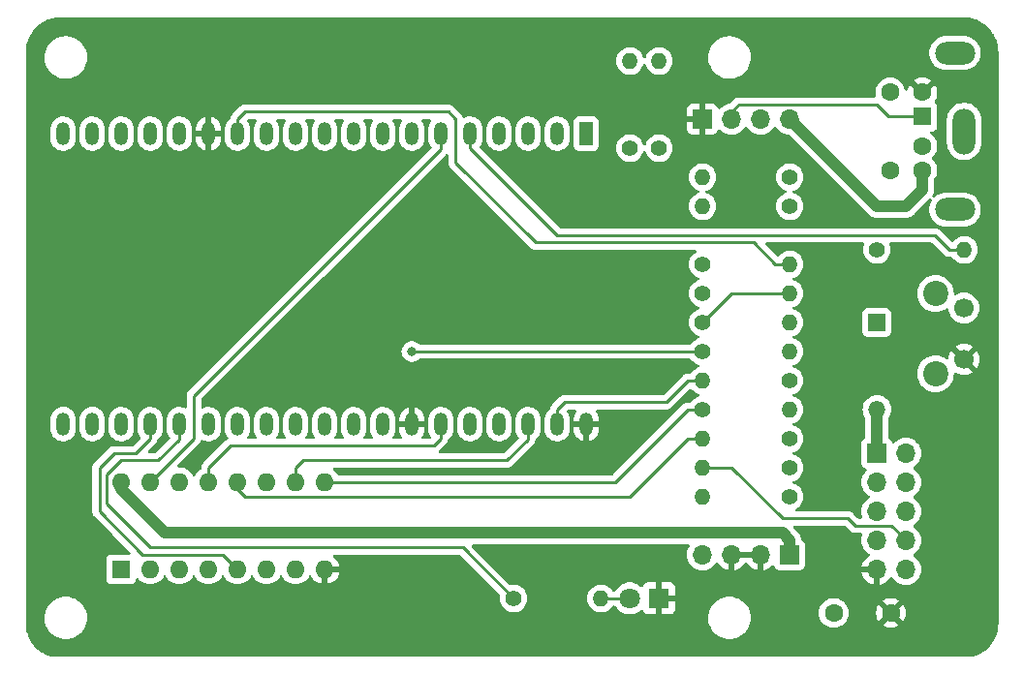
<source format=gtl>
G04 #@! TF.GenerationSoftware,KiCad,Pcbnew,7.0.9*
G04 #@! TF.CreationDate,2023-11-12T17:18:31+09:00*
G04 #@! TF.ProjectId,SharpKeyQ,53686172-704b-4657-9951-2e6b69636164,rev?*
G04 #@! TF.SameCoordinates,Original*
G04 #@! TF.FileFunction,Copper,L1,Top*
G04 #@! TF.FilePolarity,Positive*
%FSLAX46Y46*%
G04 Gerber Fmt 4.6, Leading zero omitted, Abs format (unit mm)*
G04 Created by KiCad (PCBNEW 7.0.9) date 2023-11-12 17:18:31*
%MOMM*%
%LPD*%
G01*
G04 APERTURE LIST*
G04 #@! TA.AperFunction,ComponentPad*
%ADD10C,1.400000*%
G04 #@! TD*
G04 #@! TA.AperFunction,ComponentPad*
%ADD11O,1.400000X1.400000*%
G04 #@! TD*
G04 #@! TA.AperFunction,ComponentPad*
%ADD12R,1.600000X1.600000*%
G04 #@! TD*
G04 #@! TA.AperFunction,ComponentPad*
%ADD13O,1.600000X1.600000*%
G04 #@! TD*
G04 #@! TA.AperFunction,ComponentPad*
%ADD14R,1.700000X1.700000*%
G04 #@! TD*
G04 #@! TA.AperFunction,ComponentPad*
%ADD15O,1.700000X1.700000*%
G04 #@! TD*
G04 #@! TA.AperFunction,ComponentPad*
%ADD16R,1.200000X2.000000*%
G04 #@! TD*
G04 #@! TA.AperFunction,ComponentPad*
%ADD17O,1.200000X2.000000*%
G04 #@! TD*
G04 #@! TA.AperFunction,ComponentPad*
%ADD18R,1.500000X1.500000*%
G04 #@! TD*
G04 #@! TA.AperFunction,ComponentPad*
%ADD19O,1.500000X1.500000*%
G04 #@! TD*
G04 #@! TA.AperFunction,ComponentPad*
%ADD20C,1.600000*%
G04 #@! TD*
G04 #@! TA.AperFunction,ComponentPad*
%ADD21R,1.800000X1.800000*%
G04 #@! TD*
G04 #@! TA.AperFunction,ComponentPad*
%ADD22C,1.800000*%
G04 #@! TD*
G04 #@! TA.AperFunction,ComponentPad*
%ADD23C,2.200000*%
G04 #@! TD*
G04 #@! TA.AperFunction,ComponentPad*
%ADD24C,1.700000*%
G04 #@! TD*
G04 #@! TA.AperFunction,ComponentPad*
%ADD25O,3.500000X2.000000*%
G04 #@! TD*
G04 #@! TA.AperFunction,ComponentPad*
%ADD26O,2.000000X4.000000*%
G04 #@! TD*
G04 #@! TA.AperFunction,ViaPad*
%ADD27C,0.800000*%
G04 #@! TD*
G04 #@! TA.AperFunction,Conductor*
%ADD28C,1.000000*%
G04 #@! TD*
G04 #@! TA.AperFunction,Conductor*
%ADD29C,0.250000*%
G04 #@! TD*
G04 APERTURE END LIST*
D10*
G04 #@! TO.P,R9,1*
G04 #@! TO.N,Net-(U1-ADC2_CH7{slash}GPIO27)*
X142240000Y-100330000D03*
D11*
G04 #@! TO.P,R9,2*
G04 #@! TO.N,Net-(J4-Pin_6)*
X149860000Y-100330000D03*
G04 #@! TD*
D10*
G04 #@! TO.P,R4,1*
G04 #@! TO.N,Net-(J2-Pin_2)*
X138430000Y-77470000D03*
D11*
G04 #@! TO.P,R4,2*
G04 #@! TO.N,Net-(U1-32K_XP{slash}GPIO32{slash}ADC1_CH4)*
X138430000Y-69850000D03*
G04 #@! TD*
D10*
G04 #@! TO.P,R2,1*
G04 #@! TO.N,+3V3*
X149860000Y-82550000D03*
D11*
G04 #@! TO.P,R2,2*
G04 #@! TO.N,Net-(J2-Pin_3)*
X142240000Y-82550000D03*
G04 #@! TD*
D10*
G04 #@! TO.P,R5,1*
G04 #@! TO.N,+3V3*
X157480000Y-86360000D03*
D11*
G04 #@! TO.P,R5,2*
G04 #@! TO.N,Net-(U1-VDET_1{slash}GPIO34{slash}ADC1_CH6)*
X165100000Y-86360000D03*
G04 #@! TD*
D10*
G04 #@! TO.P,R15,1*
G04 #@! TO.N,Net-(U1-ADC2_CH2{slash}GPIO2)*
X125730000Y-116840000D03*
D11*
G04 #@! TO.P,R15,2*
G04 #@! TO.N,Net-(D2-A)*
X133350000Y-116840000D03*
G04 #@! TD*
D10*
G04 #@! TO.P,R14,1*
G04 #@! TO.N,Net-(J4-Pin_3)*
X149860000Y-97790000D03*
D11*
G04 #@! TO.P,R14,2*
G04 #@! TO.N,Net-(U1-GPIO23)*
X142240000Y-97790000D03*
G04 #@! TD*
D12*
G04 #@! TO.P,U2,1,S*
G04 #@! TO.N,Net-(U1-MTDI{slash}GPIO12{slash}ADC2_CH5)*
X91440000Y-114300000D03*
D13*
G04 #@! TO.P,U2,2,I0a*
G04 #@! TO.N,Net-(U1-MTMS{slash}GPIO14{slash}ADC2_CH6)*
X93980000Y-114300000D03*
G04 #@! TO.P,U2,3,I1a*
G04 #@! TO.N,Net-(U1-GPIO18)*
X96520000Y-114300000D03*
G04 #@! TO.P,U2,4,Za*
G04 #@! TO.N,Net-(U1-GPIO23)*
X99060000Y-114300000D03*
G04 #@! TO.P,U2,5,I0b*
G04 #@! TO.N,Net-(U1-MTDO{slash}GPIO15{slash}ADC2_CH3)*
X101600000Y-114300000D03*
G04 #@! TO.P,U2,6,I1b*
G04 #@! TO.N,Net-(U1-GPIO19)*
X104140000Y-114300000D03*
G04 #@! TO.P,U2,7,Zb*
G04 #@! TO.N,Net-(U1-DAC_1{slash}ADC2_CH8{slash}GPIO25)*
X106680000Y-114300000D03*
G04 #@! TO.P,U2,8,GND*
G04 #@! TO.N,GND*
X109220000Y-114300000D03*
G04 #@! TO.P,U2,9,Zd*
G04 #@! TO.N,Net-(U1-ADC2_CH7{slash}GPIO27)*
X109220000Y-106680000D03*
G04 #@! TO.P,U2,10,I1d*
G04 #@! TO.N,Net-(U1-GPIO22)*
X106680000Y-106680000D03*
G04 #@! TO.P,U2,11,I0d*
G04 #@! TO.N,Net-(U1-GPIO17)*
X104140000Y-106680000D03*
G04 #@! TO.P,U2,12,Zc*
G04 #@! TO.N,Net-(U1-DAC_2{slash}ADC2_CH9{slash}GPIO26)*
X101600000Y-106680000D03*
G04 #@! TO.P,U2,13,I1c*
G04 #@! TO.N,Net-(U1-GPIO21)*
X99060000Y-106680000D03*
G04 #@! TO.P,U2,14,I0c*
G04 #@! TO.N,Net-(U1-GPIO16)*
X96520000Y-106680000D03*
G04 #@! TO.P,U2,15,OE*
G04 #@! TO.N,Net-(U1-VDET_2{slash}GPIO35{slash}ADC1_CH7)*
X93980000Y-106680000D03*
G04 #@! TO.P,U2,16,VCC*
G04 #@! TO.N,+5V*
X91440000Y-106680000D03*
G04 #@! TD*
D14*
G04 #@! TO.P,J3,1,Pin_1*
G04 #@! TO.N,+5V*
X149860000Y-113030000D03*
D15*
G04 #@! TO.P,J3,2,Pin_2*
G04 #@! TO.N,GND*
X147320000Y-113030000D03*
G04 #@! TO.P,J3,3,Pin_3*
X144780000Y-113030000D03*
G04 #@! TO.P,J3,4,Pin_4*
G04 #@! TO.N,+3V3*
X142240000Y-113030000D03*
G04 #@! TD*
D16*
G04 #@! TO.P,U1,1,3V3*
G04 #@! TO.N,+3V3*
X132080000Y-76200000D03*
D17*
G04 #@! TO.P,U1,2,CHIP_PU*
G04 #@! TO.N,unconnected-(U1-CHIP_PU-Pad2)*
X129540000Y-76200000D03*
G04 #@! TO.P,U1,3,SENSOR_VP/GPIO36/ADC1_CH0*
G04 #@! TO.N,unconnected-(U1-SENSOR_VP{slash}GPIO36{slash}ADC1_CH0-Pad3)*
X127000000Y-76200000D03*
G04 #@! TO.P,U1,4,SENSOR_VN/GPIO39/ADC1_CH3*
G04 #@! TO.N,unconnected-(U1-SENSOR_VN{slash}GPIO39{slash}ADC1_CH3-Pad4)*
X124460000Y-76200000D03*
G04 #@! TO.P,U1,5,VDET_1/GPIO34/ADC1_CH6*
G04 #@! TO.N,Net-(U1-VDET_1{slash}GPIO34{slash}ADC1_CH6)*
X121920000Y-76200000D03*
G04 #@! TO.P,U1,6,VDET_2/GPIO35/ADC1_CH7*
G04 #@! TO.N,Net-(U1-VDET_2{slash}GPIO35{slash}ADC1_CH7)*
X119380000Y-76200000D03*
G04 #@! TO.P,U1,7,32K_XP/GPIO32/ADC1_CH4*
G04 #@! TO.N,Net-(U1-32K_XP{slash}GPIO32{slash}ADC1_CH4)*
X116840000Y-76200000D03*
G04 #@! TO.P,U1,8,32K_XN/GPIO33/ADC1_CH5*
G04 #@! TO.N,Net-(U1-32K_XN{slash}GPIO33{slash}ADC1_CH5)*
X114300000Y-76200000D03*
G04 #@! TO.P,U1,9,DAC_1/ADC2_CH8/GPIO25*
G04 #@! TO.N,Net-(U1-DAC_1{slash}ADC2_CH8{slash}GPIO25)*
X111760000Y-76200000D03*
G04 #@! TO.P,U1,10,DAC_2/ADC2_CH9/GPIO26*
G04 #@! TO.N,Net-(U1-DAC_2{slash}ADC2_CH9{slash}GPIO26)*
X109220000Y-76200000D03*
G04 #@! TO.P,U1,11,ADC2_CH7/GPIO27*
G04 #@! TO.N,Net-(U1-ADC2_CH7{slash}GPIO27)*
X106680000Y-76200000D03*
G04 #@! TO.P,U1,12,MTMS/GPIO14/ADC2_CH6*
G04 #@! TO.N,Net-(U1-MTMS{slash}GPIO14{slash}ADC2_CH6)*
X104140000Y-76200000D03*
G04 #@! TO.P,U1,13,MTDI/GPIO12/ADC2_CH5*
G04 #@! TO.N,Net-(U1-MTDI{slash}GPIO12{slash}ADC2_CH5)*
X101600000Y-76200000D03*
G04 #@! TO.P,U1,14,GND*
G04 #@! TO.N,GND*
X99060000Y-76200000D03*
G04 #@! TO.P,U1,15,MTCK/GPIO13/ADC2_CH4*
G04 #@! TO.N,Net-(U1-MTCK{slash}GPIO13{slash}ADC2_CH4)*
X96520000Y-76200000D03*
G04 #@! TO.P,U1,16,SD_DATA2/GPIO9*
G04 #@! TO.N,unconnected-(U1-SD_DATA2{slash}GPIO9-Pad16)*
X93980000Y-76200000D03*
G04 #@! TO.P,U1,17,SD_DATA3/GPIO10*
G04 #@! TO.N,unconnected-(U1-SD_DATA3{slash}GPIO10-Pad17)*
X91440000Y-76200000D03*
G04 #@! TO.P,U1,18,CMD*
G04 #@! TO.N,unconnected-(U1-CMD-Pad18)*
X88900000Y-76200000D03*
G04 #@! TO.P,U1,19,5V*
G04 #@! TO.N,+5V*
X86360000Y-76200000D03*
G04 #@! TO.P,U1,20,SD_CLK/GPIO6*
G04 #@! TO.N,unconnected-(U1-SD_CLK{slash}GPIO6-Pad20)*
X86362720Y-101596320D03*
G04 #@! TO.P,U1,21,SD_DATA0/GPIO7*
G04 #@! TO.N,unconnected-(U1-SD_DATA0{slash}GPIO7-Pad21)*
X88902720Y-101596320D03*
G04 #@! TO.P,U1,22,SD_DATA1/GPIO8*
G04 #@! TO.N,unconnected-(U1-SD_DATA1{slash}GPIO8-Pad22)*
X91440000Y-101600000D03*
G04 #@! TO.P,U1,23,MTDO/GPIO15/ADC2_CH3*
G04 #@! TO.N,Net-(U1-MTDO{slash}GPIO15{slash}ADC2_CH3)*
X93980000Y-101600000D03*
G04 #@! TO.P,U1,24,ADC2_CH2/GPIO2*
G04 #@! TO.N,Net-(U1-ADC2_CH2{slash}GPIO2)*
X96520000Y-101600000D03*
G04 #@! TO.P,U1,25,GPIO0/BOOT/ADC2_CH1*
G04 #@! TO.N,unconnected-(U1-GPIO0{slash}BOOT{slash}ADC2_CH1-Pad25)*
X99060000Y-101600000D03*
G04 #@! TO.P,U1,26,ADC2_CH0/GPIO4*
G04 #@! TO.N,unconnected-(U1-ADC2_CH0{slash}GPIO4-Pad26)*
X101600000Y-101600000D03*
G04 #@! TO.P,U1,27,GPIO16*
G04 #@! TO.N,Net-(U1-GPIO16)*
X104140000Y-101600000D03*
G04 #@! TO.P,U1,28,GPIO17*
G04 #@! TO.N,Net-(U1-GPIO17)*
X106680000Y-101600000D03*
G04 #@! TO.P,U1,29,GPIO5*
G04 #@! TO.N,unconnected-(U1-GPIO5-Pad29)*
X109220000Y-101600000D03*
G04 #@! TO.P,U1,30,GPIO18*
G04 #@! TO.N,Net-(U1-GPIO18)*
X111760000Y-101600000D03*
G04 #@! TO.P,U1,31,GPIO19*
G04 #@! TO.N,Net-(U1-GPIO19)*
X114300000Y-101600000D03*
G04 #@! TO.P,U1,32,GND*
G04 #@! TO.N,GND*
X116840000Y-101600000D03*
G04 #@! TO.P,U1,33,GPIO21*
G04 #@! TO.N,Net-(U1-GPIO21)*
X119380000Y-101600000D03*
G04 #@! TO.P,U1,34,U0RXD/GPIO3*
G04 #@! TO.N,unconnected-(U1-U0RXD{slash}GPIO3-Pad34)*
X121920000Y-101600000D03*
G04 #@! TO.P,U1,35,U0TXD/GPIO1*
G04 #@! TO.N,unconnected-(U1-U0TXD{slash}GPIO1-Pad35)*
X124460000Y-101600000D03*
G04 #@! TO.P,U1,36,GPIO22*
G04 #@! TO.N,Net-(U1-GPIO22)*
X127000000Y-101600000D03*
G04 #@! TO.P,U1,37,GPIO23*
G04 #@! TO.N,Net-(U1-GPIO23)*
X129540000Y-101600000D03*
G04 #@! TO.P,U1,38,GND*
G04 #@! TO.N,GND*
X132080000Y-101600000D03*
G04 #@! TD*
D10*
G04 #@! TO.P,R12,1*
G04 #@! TO.N,Net-(J4-Pin_7)*
X149860000Y-107950000D03*
D11*
G04 #@! TO.P,R12,2*
G04 #@! TO.N,Net-(U1-MTCK{slash}GPIO13{slash}ADC2_CH4)*
X142240000Y-107950000D03*
G04 #@! TD*
D18*
G04 #@! TO.P,D1,1,K*
G04 #@! TO.N,+5V*
X157480000Y-92705000D03*
D19*
G04 #@! TO.P,D1,2,A*
G04 #@! TO.N,Net-(D1-A)*
X157480000Y-100325000D03*
G04 #@! TD*
D20*
G04 #@! TO.P,C1,1*
G04 #@! TO.N,+5V*
X153710000Y-118110000D03*
G04 #@! TO.P,C1,2*
G04 #@! TO.N,GND*
X158710000Y-118110000D03*
G04 #@! TD*
D10*
G04 #@! TO.P,R8,1*
G04 #@! TO.N,Net-(U1-MTDI{slash}GPIO12{slash}ADC2_CH5)*
X149860000Y-105410000D03*
D11*
G04 #@! TO.P,R8,2*
G04 #@! TO.N,Net-(J4-Pin_8)*
X142240000Y-105410000D03*
G04 #@! TD*
D10*
G04 #@! TO.P,R10,1*
G04 #@! TO.N,Net-(U1-DAC_1{slash}ADC2_CH8{slash}GPIO25)*
X142240000Y-95250000D03*
D11*
G04 #@! TO.P,R10,2*
G04 #@! TO.N,Net-(J4-Pin_4)*
X149860000Y-95250000D03*
G04 #@! TD*
D10*
G04 #@! TO.P,R6,1*
G04 #@! TO.N,+3V3*
X142240000Y-90170000D03*
D11*
G04 #@! TO.P,R6,2*
G04 #@! TO.N,Net-(U1-VDET_2{slash}GPIO35{slash}ADC1_CH7)*
X149860000Y-90170000D03*
G04 #@! TD*
D14*
G04 #@! TO.P,J2,1,Pin_1*
G04 #@! TO.N,GND*
X142240000Y-74930000D03*
D15*
G04 #@! TO.P,J2,2,Pin_2*
G04 #@! TO.N,Net-(J2-Pin_2)*
X144780000Y-74930000D03*
G04 #@! TO.P,J2,3,Pin_3*
G04 #@! TO.N,Net-(J2-Pin_3)*
X147320000Y-74930000D03*
G04 #@! TO.P,J2,4,Pin_4*
G04 #@! TO.N,+5V*
X149860000Y-74930000D03*
G04 #@! TD*
D10*
G04 #@! TO.P,R11,1*
G04 #@! TO.N,Net-(U1-VDET_2{slash}GPIO35{slash}ADC1_CH7)*
X142240000Y-92710000D03*
D11*
G04 #@! TO.P,R11,2*
G04 #@! TO.N,Net-(J4-Pin_2)*
X149860000Y-92710000D03*
G04 #@! TD*
D10*
G04 #@! TO.P,R1,1*
G04 #@! TO.N,+3V3*
X149860000Y-80010000D03*
D11*
G04 #@! TO.P,R1,2*
G04 #@! TO.N,Net-(J2-Pin_2)*
X142240000Y-80010000D03*
G04 #@! TD*
D10*
G04 #@! TO.P,R7,1*
G04 #@! TO.N,+3V3*
X142240000Y-87630000D03*
D11*
G04 #@! TO.P,R7,2*
G04 #@! TO.N,Net-(U1-MTDI{slash}GPIO12{slash}ADC2_CH5)*
X149860000Y-87630000D03*
G04 #@! TD*
D21*
G04 #@! TO.P,D2,1,K*
G04 #@! TO.N,GND*
X138430000Y-116840000D03*
D22*
G04 #@! TO.P,D2,2,A*
G04 #@! TO.N,Net-(D2-A)*
X135890000Y-116840000D03*
G04 #@! TD*
D23*
G04 #@! TO.P,SW1,*
G04 #@! TO.N,*
X162600000Y-90190000D03*
X162600000Y-97190000D03*
D24*
G04 #@! TO.P,SW1,1,1*
G04 #@! TO.N,Net-(U1-VDET_1{slash}GPIO34{slash}ADC1_CH6)*
X165100000Y-91440000D03*
G04 #@! TO.P,SW1,2,2*
G04 #@! TO.N,GND*
X165100000Y-95940000D03*
G04 #@! TD*
D14*
G04 #@! TO.P,J4,1,Pin_1*
G04 #@! TO.N,Net-(D1-A)*
X157480000Y-104145000D03*
D15*
G04 #@! TO.P,J4,2,Pin_2*
G04 #@! TO.N,Net-(J4-Pin_2)*
X160020000Y-104145000D03*
G04 #@! TO.P,J4,3,Pin_3*
G04 #@! TO.N,Net-(J4-Pin_3)*
X157480000Y-106685000D03*
G04 #@! TO.P,J4,4,Pin_4*
G04 #@! TO.N,Net-(J4-Pin_4)*
X160020000Y-106685000D03*
G04 #@! TO.P,J4,5,Pin_5*
G04 #@! TO.N,Net-(J4-Pin_5)*
X157480000Y-109225000D03*
G04 #@! TO.P,J4,6,Pin_6*
G04 #@! TO.N,Net-(J4-Pin_6)*
X160020000Y-109225000D03*
G04 #@! TO.P,J4,7,Pin_7*
G04 #@! TO.N,Net-(J4-Pin_7)*
X157480000Y-111765000D03*
G04 #@! TO.P,J4,8,Pin_8*
G04 #@! TO.N,Net-(J4-Pin_8)*
X160020000Y-111765000D03*
G04 #@! TO.P,J4,9,Pin_9*
G04 #@! TO.N,GND*
X157480000Y-114305000D03*
G04 #@! TO.P,J4,10,Pin_10*
G04 #@! TO.N,unconnected-(J4-Pin_10-Pad10)*
X160020000Y-114305000D03*
G04 #@! TD*
D10*
G04 #@! TO.P,R3,1*
G04 #@! TO.N,Net-(J2-Pin_3)*
X135890000Y-77470000D03*
D11*
G04 #@! TO.P,R3,2*
G04 #@! TO.N,Net-(U1-32K_XN{slash}GPIO33{slash}ADC1_CH5)*
X135890000Y-69850000D03*
G04 #@! TD*
D12*
G04 #@! TO.P,J1,1*
G04 #@! TO.N,Net-(J2-Pin_2)*
X161450000Y-74700000D03*
D20*
G04 #@! TO.P,J1,2*
G04 #@! TO.N,unconnected-(J1-Pad2)*
X161450000Y-77300000D03*
G04 #@! TO.P,J1,3*
G04 #@! TO.N,GND*
X161450000Y-72600000D03*
G04 #@! TO.P,J1,4*
G04 #@! TO.N,+5V*
X161450000Y-79400000D03*
G04 #@! TO.P,J1,5*
G04 #@! TO.N,Net-(J2-Pin_3)*
X158650000Y-72600000D03*
G04 #@! TO.P,J1,6*
G04 #@! TO.N,Net-(JP1-A)*
X158650000Y-79400000D03*
D25*
G04 #@! TO.P,J1,7*
G04 #@! TO.N,N/C*
X164300000Y-82850000D03*
D26*
X165100000Y-76000000D03*
D25*
X164300000Y-69150000D03*
G04 #@! TD*
D10*
G04 #@! TO.P,R13,1*
G04 #@! TO.N,Net-(J4-Pin_5)*
X149860000Y-102870000D03*
D11*
G04 #@! TO.P,R13,2*
G04 #@! TO.N,Net-(U1-DAC_2{slash}ADC2_CH9{slash}GPIO26)*
X142240000Y-102870000D03*
G04 #@! TD*
D27*
G04 #@! TO.N,Net-(U1-DAC_1{slash}ADC2_CH8{slash}GPIO25)*
X116840000Y-95250000D03*
G04 #@! TD*
D28*
G04 #@! TO.N,+5V*
X157480000Y-82550000D02*
X149860000Y-74930000D01*
X161450000Y-81120000D02*
X160020000Y-82550000D01*
X149860000Y-113030000D02*
X149860000Y-111760000D01*
X161450000Y-79400000D02*
X161450000Y-81120000D01*
X95250000Y-111125000D02*
X91440000Y-107315000D01*
X149225000Y-111125000D02*
X95250000Y-111125000D01*
X91440000Y-107315000D02*
X91440000Y-106680000D01*
X149860000Y-111760000D02*
X149225000Y-111125000D01*
X160020000Y-82550000D02*
X157480000Y-82550000D01*
G04 #@! TO.N,Net-(D1-A)*
X157480000Y-104145000D02*
X157480000Y-100325000D01*
D29*
G04 #@! TO.N,Net-(D2-A)*
X135890000Y-116840000D02*
X133350000Y-116840000D01*
G04 #@! TO.N,Net-(J2-Pin_2)*
X145415000Y-73660000D02*
X144780000Y-74295000D01*
X161450000Y-74700000D02*
X158520000Y-74700000D01*
X157480000Y-73660000D02*
X145415000Y-73660000D01*
X158520000Y-74700000D02*
X157480000Y-73660000D01*
X144780000Y-74295000D02*
X144780000Y-74930000D01*
G04 #@! TO.N,Net-(U1-VDET_1{slash}GPIO34{slash}ADC1_CH6)*
X129540000Y-85090000D02*
X121920000Y-77470000D01*
X162560000Y-85090000D02*
X129540000Y-85090000D01*
X163830000Y-86360000D02*
X162560000Y-85090000D01*
X121920000Y-77470000D02*
X121920000Y-76200000D01*
X165100000Y-86360000D02*
X163830000Y-86360000D01*
G04 #@! TO.N,Net-(U1-VDET_2{slash}GPIO35{slash}ADC1_CH7)*
X144780000Y-90170000D02*
X149860000Y-90170000D01*
X119380000Y-77525100D02*
X97790000Y-99115100D01*
X142240000Y-92710000D02*
X144780000Y-90170000D01*
X119380000Y-76200000D02*
X119380000Y-77525100D01*
X97790000Y-102870000D02*
X93980000Y-106680000D01*
X97790000Y-99115100D02*
X97790000Y-102870000D01*
G04 #@! TO.N,Net-(U1-MTDI{slash}GPIO12{slash}ADC2_CH5)*
X102235000Y-74295000D02*
X120015000Y-74295000D01*
X120015000Y-74295000D02*
X120650000Y-74930000D01*
X101600000Y-74930000D02*
X102235000Y-74295000D01*
X127635000Y-85725000D02*
X146685000Y-85725000D01*
X146685000Y-85725000D02*
X148590000Y-87630000D01*
X120650000Y-78740000D02*
X127635000Y-85725000D01*
X120650000Y-74930000D02*
X120650000Y-78740000D01*
X101600000Y-76200000D02*
X101600000Y-74930000D01*
X148590000Y-87630000D02*
X149860000Y-87630000D01*
G04 #@! TO.N,Net-(U1-ADC2_CH7{slash}GPIO27)*
X140970000Y-100330000D02*
X142240000Y-100330000D01*
X134620000Y-106680000D02*
X140970000Y-100330000D01*
X109220000Y-106680000D02*
X134620000Y-106680000D01*
G04 #@! TO.N,Net-(U1-DAC_1{slash}ADC2_CH8{slash}GPIO25)*
X116840000Y-95250000D02*
X142240000Y-95250000D01*
G04 #@! TO.N,Net-(U1-DAC_2{slash}ADC2_CH9{slash}GPIO26)*
X101600000Y-107315000D02*
X102235000Y-107950000D01*
X102235000Y-107950000D02*
X135890000Y-107950000D01*
X101600000Y-106680000D02*
X101600000Y-107315000D01*
X135890000Y-107950000D02*
X140970000Y-102870000D01*
X140970000Y-102870000D02*
X142240000Y-102870000D01*
G04 #@! TO.N,Net-(U1-GPIO23)*
X139065000Y-99695000D02*
X140970000Y-97790000D01*
X129540000Y-100330000D02*
X130175000Y-99695000D01*
X130175000Y-99695000D02*
X139065000Y-99695000D01*
X129540000Y-101600000D02*
X129540000Y-100330000D01*
X140970000Y-97790000D02*
X142240000Y-97790000D01*
G04 #@! TO.N,Net-(U1-ADC2_CH2{slash}GPIO2)*
X90170000Y-106045000D02*
X90170000Y-108585000D01*
X96520000Y-101600000D02*
X96520000Y-102925100D01*
X96520000Y-102925100D02*
X94670100Y-104775000D01*
X90170000Y-108585000D02*
X93980000Y-112395000D01*
X94670100Y-104775000D02*
X91440000Y-104775000D01*
X91440000Y-104775000D02*
X90170000Y-106045000D01*
X93980000Y-112395000D02*
X121285000Y-112395000D01*
X121285000Y-112395000D02*
X125730000Y-116840000D01*
G04 #@! TO.N,Net-(U1-MTDO{slash}GPIO15{slash}ADC2_CH3)*
X90804302Y-104140000D02*
X89535000Y-105409302D01*
X89535000Y-109220000D02*
X93321900Y-113006900D01*
X92710000Y-104140000D02*
X90804302Y-104140000D01*
X100306900Y-113006900D02*
X101600000Y-114300000D01*
X93980000Y-102870000D02*
X92710000Y-104140000D01*
X93321900Y-113006900D02*
X100306900Y-113006900D01*
X89535000Y-105409302D02*
X89535000Y-109220000D01*
X93980000Y-101600000D02*
X93980000Y-102870000D01*
G04 #@! TO.N,Net-(U1-GPIO21)*
X99060000Y-105410000D02*
X99060000Y-106680000D01*
X118745000Y-103505000D02*
X100965000Y-103505000D01*
X100965000Y-103505000D02*
X99060000Y-105410000D01*
X119380000Y-102870000D02*
X118745000Y-103505000D01*
X119380000Y-101600000D02*
X119380000Y-102870000D01*
G04 #@! TO.N,Net-(U1-GPIO22)*
X127000000Y-102925100D02*
X125150100Y-104775000D01*
X107315000Y-104775000D02*
X106680000Y-105410000D01*
X106680000Y-105410000D02*
X106680000Y-106680000D01*
X125150100Y-104775000D02*
X107315000Y-104775000D01*
X127000000Y-101600000D02*
X127000000Y-102925100D01*
G04 #@! TO.N,Net-(J4-Pin_8)*
X154940000Y-109855000D02*
X149225000Y-109855000D01*
X159385000Y-111125000D02*
X158750000Y-110490000D01*
X149225000Y-109855000D02*
X144780000Y-105410000D01*
X144780000Y-105410000D02*
X142240000Y-105410000D01*
X155575000Y-110490000D02*
X154940000Y-109855000D01*
X159385000Y-111130000D02*
X159385000Y-111125000D01*
X158750000Y-110490000D02*
X155575000Y-110490000D01*
X160020000Y-111765000D02*
X159385000Y-111130000D01*
G04 #@! TD*
G04 #@! TA.AperFunction,Conductor*
G04 #@! TO.N,GND*
G36*
X146860507Y-112820156D02*
G01*
X146820000Y-112958111D01*
X146820000Y-113101889D01*
X146860507Y-113239844D01*
X146886314Y-113280000D01*
X145213686Y-113280000D01*
X145239493Y-113239844D01*
X145280000Y-113101889D01*
X145280000Y-112958111D01*
X145239493Y-112820156D01*
X145213686Y-112780000D01*
X146886314Y-112780000D01*
X146860507Y-112820156D01*
G37*
G04 #@! TD.AperFunction*
G04 #@! TA.AperFunction,Conductor*
G36*
X119940162Y-77948220D02*
G01*
X119997384Y-77988314D01*
X120023845Y-78052979D01*
X120024500Y-78065706D01*
X120024500Y-78657255D01*
X120022775Y-78672872D01*
X120023061Y-78672899D01*
X120022326Y-78680665D01*
X120024500Y-78749814D01*
X120024500Y-78779343D01*
X120024501Y-78779360D01*
X120025368Y-78786231D01*
X120025826Y-78792050D01*
X120027290Y-78838624D01*
X120027291Y-78838627D01*
X120032880Y-78857867D01*
X120036824Y-78876911D01*
X120039336Y-78896792D01*
X120052782Y-78930753D01*
X120056490Y-78940119D01*
X120058382Y-78945647D01*
X120071381Y-78990388D01*
X120081580Y-79007634D01*
X120090138Y-79025103D01*
X120097514Y-79043732D01*
X120124898Y-79081423D01*
X120128106Y-79086307D01*
X120151827Y-79126416D01*
X120151833Y-79126424D01*
X120165990Y-79140580D01*
X120178627Y-79155375D01*
X120190406Y-79171587D01*
X120222045Y-79197761D01*
X120226309Y-79201288D01*
X120230620Y-79205210D01*
X123751075Y-82725665D01*
X127134194Y-86108784D01*
X127144019Y-86121048D01*
X127144240Y-86120866D01*
X127149210Y-86126873D01*
X127149213Y-86126876D01*
X127149214Y-86126877D01*
X127199651Y-86174241D01*
X127220530Y-86195120D01*
X127226004Y-86199366D01*
X127230442Y-86203156D01*
X127264418Y-86235062D01*
X127264422Y-86235064D01*
X127281973Y-86244713D01*
X127298231Y-86255392D01*
X127314064Y-86267674D01*
X127336015Y-86277172D01*
X127356837Y-86286183D01*
X127362081Y-86288752D01*
X127402908Y-86311197D01*
X127422312Y-86316179D01*
X127440710Y-86322478D01*
X127459105Y-86330438D01*
X127505129Y-86337726D01*
X127510832Y-86338907D01*
X127555981Y-86350500D01*
X127576016Y-86350500D01*
X127595413Y-86352026D01*
X127615196Y-86355160D01*
X127661584Y-86350775D01*
X127667422Y-86350500D01*
X141590204Y-86350500D01*
X141657243Y-86370185D01*
X141702998Y-86422989D01*
X141712942Y-86492147D01*
X141683917Y-86555703D01*
X141655481Y-86579927D01*
X141513439Y-86667874D01*
X141513437Y-86667876D01*
X141349020Y-86817761D01*
X141214943Y-86995308D01*
X141214938Y-86995316D01*
X141115775Y-87194461D01*
X141115769Y-87194476D01*
X141054885Y-87408462D01*
X141054884Y-87408464D01*
X141034357Y-87629999D01*
X141034357Y-87630000D01*
X141054884Y-87851535D01*
X141054885Y-87851537D01*
X141115769Y-88065523D01*
X141115775Y-88065538D01*
X141214938Y-88264683D01*
X141214943Y-88264691D01*
X141349020Y-88442238D01*
X141513437Y-88592123D01*
X141513439Y-88592125D01*
X141702595Y-88709245D01*
X141702596Y-88709245D01*
X141702599Y-88709247D01*
X141896524Y-88784374D01*
X141951924Y-88826946D01*
X141975515Y-88892713D01*
X141959804Y-88960793D01*
X141909780Y-89009572D01*
X141896533Y-89015622D01*
X141748488Y-89072975D01*
X141702601Y-89090752D01*
X141702595Y-89090754D01*
X141513439Y-89207874D01*
X141513437Y-89207876D01*
X141349020Y-89357761D01*
X141214943Y-89535308D01*
X141214938Y-89535316D01*
X141115775Y-89734461D01*
X141115769Y-89734476D01*
X141054885Y-89948462D01*
X141054884Y-89948464D01*
X141034357Y-90169999D01*
X141034357Y-90170000D01*
X141054884Y-90391535D01*
X141054885Y-90391537D01*
X141115769Y-90605523D01*
X141115775Y-90605538D01*
X141214938Y-90804683D01*
X141214943Y-90804691D01*
X141349020Y-90982238D01*
X141513437Y-91132123D01*
X141513439Y-91132125D01*
X141702595Y-91249245D01*
X141702596Y-91249245D01*
X141702599Y-91249247D01*
X141896524Y-91324374D01*
X141951924Y-91366946D01*
X141975515Y-91432713D01*
X141959804Y-91500793D01*
X141909780Y-91549572D01*
X141896533Y-91555622D01*
X141788551Y-91597455D01*
X141702601Y-91630752D01*
X141702595Y-91630754D01*
X141513439Y-91747874D01*
X141513437Y-91747876D01*
X141349020Y-91897761D01*
X141214943Y-92075308D01*
X141214938Y-92075316D01*
X141115775Y-92274461D01*
X141115769Y-92274476D01*
X141054885Y-92488462D01*
X141054884Y-92488464D01*
X141034357Y-92709999D01*
X141034357Y-92710000D01*
X141054884Y-92931535D01*
X141054885Y-92931537D01*
X141115769Y-93145523D01*
X141115775Y-93145538D01*
X141214938Y-93344683D01*
X141214943Y-93344691D01*
X141349020Y-93522238D01*
X141513437Y-93672123D01*
X141513439Y-93672125D01*
X141702595Y-93789245D01*
X141702596Y-93789245D01*
X141702599Y-93789247D01*
X141896524Y-93864374D01*
X141951924Y-93906946D01*
X141975515Y-93972713D01*
X141959804Y-94040793D01*
X141909780Y-94089572D01*
X141896533Y-94095622D01*
X141748488Y-94152975D01*
X141702601Y-94170752D01*
X141702595Y-94170754D01*
X141513439Y-94287874D01*
X141513437Y-94287876D01*
X141349020Y-94437761D01*
X141245212Y-94575227D01*
X141189103Y-94616863D01*
X141146258Y-94624500D01*
X117543748Y-94624500D01*
X117476709Y-94604815D01*
X117451600Y-94583474D01*
X117445873Y-94577114D01*
X117445869Y-94577110D01*
X117292734Y-94465851D01*
X117292729Y-94465848D01*
X117119807Y-94388857D01*
X117119802Y-94388855D01*
X116974001Y-94357865D01*
X116934646Y-94349500D01*
X116745354Y-94349500D01*
X116712897Y-94356398D01*
X116560197Y-94388855D01*
X116560192Y-94388857D01*
X116387270Y-94465848D01*
X116387265Y-94465851D01*
X116234129Y-94577111D01*
X116107466Y-94717785D01*
X116012821Y-94881715D01*
X116012818Y-94881722D01*
X115965140Y-95028462D01*
X115954326Y-95061744D01*
X115934540Y-95250000D01*
X115954326Y-95438256D01*
X115954327Y-95438259D01*
X116012818Y-95618277D01*
X116012821Y-95618284D01*
X116107467Y-95782216D01*
X116199736Y-95884691D01*
X116234129Y-95922888D01*
X116387265Y-96034148D01*
X116387270Y-96034151D01*
X116560192Y-96111142D01*
X116560197Y-96111144D01*
X116745354Y-96150500D01*
X116745355Y-96150500D01*
X116934644Y-96150500D01*
X116934646Y-96150500D01*
X117119803Y-96111144D01*
X117292730Y-96034151D01*
X117445871Y-95922888D01*
X117448788Y-95919647D01*
X117451600Y-95916526D01*
X117511087Y-95879879D01*
X117543748Y-95875500D01*
X141146258Y-95875500D01*
X141213297Y-95895185D01*
X141245212Y-95924773D01*
X141349020Y-96062238D01*
X141513437Y-96212123D01*
X141513439Y-96212125D01*
X141702595Y-96329245D01*
X141702596Y-96329245D01*
X141702599Y-96329247D01*
X141896524Y-96404374D01*
X141951924Y-96446946D01*
X141975515Y-96512713D01*
X141959804Y-96580793D01*
X141909780Y-96629572D01*
X141896533Y-96635622D01*
X141748488Y-96692975D01*
X141702601Y-96710752D01*
X141702595Y-96710754D01*
X141513439Y-96827874D01*
X141513437Y-96827876D01*
X141349020Y-96977761D01*
X141245212Y-97115227D01*
X141189103Y-97156863D01*
X141146258Y-97164500D01*
X141052743Y-97164500D01*
X141037122Y-97162775D01*
X141037096Y-97163061D01*
X141029334Y-97162327D01*
X141029333Y-97162327D01*
X140960186Y-97164500D01*
X140930649Y-97164500D01*
X140923766Y-97165369D01*
X140917949Y-97165826D01*
X140871373Y-97167290D01*
X140852129Y-97172881D01*
X140833079Y-97176825D01*
X140813211Y-97179334D01*
X140769884Y-97196488D01*
X140764358Y-97198379D01*
X140719614Y-97211379D01*
X140719610Y-97211381D01*
X140702366Y-97221579D01*
X140684905Y-97230133D01*
X140666274Y-97237510D01*
X140666262Y-97237517D01*
X140628570Y-97264902D01*
X140623687Y-97268109D01*
X140583580Y-97291829D01*
X140569414Y-97305995D01*
X140554624Y-97318627D01*
X140538414Y-97330404D01*
X140538411Y-97330407D01*
X140508710Y-97366309D01*
X140504777Y-97370631D01*
X138842228Y-99033181D01*
X138780905Y-99066666D01*
X138754547Y-99069500D01*
X130257743Y-99069500D01*
X130242122Y-99067775D01*
X130242095Y-99068061D01*
X130234333Y-99067326D01*
X130165172Y-99069500D01*
X130135649Y-99069500D01*
X130128778Y-99070367D01*
X130122959Y-99070825D01*
X130076374Y-99072289D01*
X130076368Y-99072290D01*
X130057126Y-99077880D01*
X130038087Y-99081823D01*
X130018217Y-99084334D01*
X130018203Y-99084337D01*
X129974883Y-99101488D01*
X129969358Y-99103380D01*
X129924613Y-99116380D01*
X129924610Y-99116381D01*
X129907366Y-99126579D01*
X129889905Y-99135133D01*
X129871274Y-99142510D01*
X129871262Y-99142517D01*
X129833570Y-99169902D01*
X129828687Y-99173109D01*
X129788580Y-99196829D01*
X129774414Y-99210995D01*
X129759624Y-99223627D01*
X129743414Y-99235404D01*
X129743411Y-99235407D01*
X129713710Y-99271309D01*
X129709777Y-99275631D01*
X129156208Y-99829199D01*
X129143951Y-99839020D01*
X129144134Y-99839241D01*
X129138123Y-99844213D01*
X129090772Y-99894636D01*
X129069889Y-99915519D01*
X129069877Y-99915532D01*
X129065621Y-99921017D01*
X129061837Y-99925447D01*
X129029937Y-99959418D01*
X129029936Y-99959420D01*
X129020284Y-99976976D01*
X129009610Y-99993226D01*
X128997329Y-100009061D01*
X128997324Y-100009068D01*
X128978815Y-100051838D01*
X128976245Y-100057084D01*
X128953803Y-100097906D01*
X128948822Y-100117307D01*
X128942521Y-100135710D01*
X128934562Y-100154102D01*
X128934561Y-100154105D01*
X128927271Y-100200127D01*
X128926087Y-100205846D01*
X128912560Y-100258534D01*
X128909617Y-100257778D01*
X128887322Y-100308846D01*
X128864191Y-100330230D01*
X128816055Y-100364508D01*
X128816047Y-100364515D01*
X128671012Y-100516623D01*
X128557388Y-100693425D01*
X128479274Y-100888544D01*
X128440209Y-101091234D01*
X128439500Y-101094915D01*
X128439500Y-102052425D01*
X128453136Y-102195227D01*
X128454472Y-102209217D01*
X128454473Y-102209221D01*
X128513628Y-102410686D01*
X128513684Y-102410875D01*
X128563019Y-102506572D01*
X128609991Y-102597686D01*
X128739905Y-102762883D01*
X128739909Y-102762887D01*
X128898746Y-102900521D01*
X129080750Y-103005601D01*
X129080752Y-103005601D01*
X129080756Y-103005604D01*
X129279367Y-103074344D01*
X129487398Y-103104254D01*
X129697330Y-103094254D01*
X129901576Y-103044704D01*
X130012278Y-102994148D01*
X130092743Y-102957401D01*
X130092746Y-102957399D01*
X130092753Y-102957396D01*
X130263952Y-102835486D01*
X130264317Y-102835104D01*
X130408985Y-102683379D01*
X130464057Y-102597686D01*
X130522613Y-102506572D01*
X130600725Y-102311457D01*
X130640500Y-102105085D01*
X130640500Y-101147575D01*
X130625528Y-100990782D01*
X130566316Y-100789125D01*
X130470011Y-100602318D01*
X130470009Y-100602316D01*
X130470008Y-100602313D01*
X130406181Y-100521152D01*
X130380213Y-100456288D01*
X130393435Y-100387681D01*
X130441650Y-100337113D01*
X130503651Y-100320500D01*
X131110619Y-100320500D01*
X131177658Y-100340185D01*
X131223413Y-100392989D01*
X131233357Y-100462147D01*
X131212569Y-100510655D01*
X131214602Y-100511962D01*
X131097833Y-100693657D01*
X131019755Y-100888685D01*
X130980000Y-101094962D01*
X130980000Y-101350000D01*
X131764314Y-101350000D01*
X131752359Y-101361955D01*
X131694835Y-101474852D01*
X131675014Y-101600000D01*
X131694835Y-101725148D01*
X131752359Y-101838045D01*
X131764314Y-101850000D01*
X130980000Y-101850000D01*
X130980000Y-102052398D01*
X130994965Y-102209122D01*
X130994966Y-102209126D01*
X131054149Y-102410686D01*
X131150413Y-102597414D01*
X131280268Y-102762537D01*
X131280271Y-102762540D01*
X131439030Y-102900105D01*
X131439041Y-102900114D01*
X131620960Y-103005144D01*
X131620967Y-103005147D01*
X131819487Y-103073856D01*
X131830000Y-103075367D01*
X131830000Y-101915686D01*
X131841955Y-101927641D01*
X131954852Y-101985165D01*
X132048519Y-102000000D01*
X132111481Y-102000000D01*
X132205148Y-101985165D01*
X132318045Y-101927641D01*
X132330000Y-101915686D01*
X132330000Y-103071257D01*
X132441409Y-103044229D01*
X132632507Y-102956959D01*
X132803619Y-102835110D01*
X132803625Y-102835104D01*
X132948592Y-102683067D01*
X133062166Y-102506342D01*
X133140244Y-102311314D01*
X133180000Y-102105037D01*
X133180000Y-101850000D01*
X132395686Y-101850000D01*
X132407641Y-101838045D01*
X132465165Y-101725148D01*
X132484986Y-101600000D01*
X132465165Y-101474852D01*
X132407641Y-101361955D01*
X132395686Y-101350000D01*
X133180000Y-101350000D01*
X133180000Y-101147601D01*
X133165034Y-100990877D01*
X133165033Y-100990873D01*
X133105850Y-100789313D01*
X133009586Y-100602585D01*
X132945546Y-100521152D01*
X132919577Y-100456287D01*
X132932800Y-100387680D01*
X132981016Y-100337113D01*
X133043016Y-100320500D01*
X138982257Y-100320500D01*
X138997877Y-100322224D01*
X138997904Y-100321939D01*
X139005660Y-100322671D01*
X139005667Y-100322673D01*
X139074814Y-100320500D01*
X139104350Y-100320500D01*
X139111228Y-100319630D01*
X139117041Y-100319172D01*
X139163627Y-100317709D01*
X139182869Y-100312117D01*
X139201912Y-100308174D01*
X139221792Y-100305664D01*
X139265122Y-100288507D01*
X139270646Y-100286617D01*
X139274396Y-100285527D01*
X139315390Y-100273618D01*
X139332629Y-100263422D01*
X139350103Y-100254862D01*
X139368727Y-100247488D01*
X139368727Y-100247487D01*
X139368732Y-100247486D01*
X139406449Y-100220082D01*
X139411305Y-100216892D01*
X139451420Y-100193170D01*
X139465589Y-100178999D01*
X139480379Y-100166368D01*
X139496587Y-100154594D01*
X139526299Y-100118676D01*
X139530212Y-100114376D01*
X141116316Y-98528273D01*
X141177637Y-98494790D01*
X141247329Y-98499774D01*
X141302949Y-98541230D01*
X141349016Y-98602233D01*
X141349018Y-98602236D01*
X141513437Y-98752123D01*
X141513439Y-98752125D01*
X141702595Y-98869245D01*
X141702596Y-98869245D01*
X141702599Y-98869247D01*
X141896524Y-98944374D01*
X141951924Y-98986946D01*
X141975515Y-99052713D01*
X141959804Y-99120793D01*
X141909780Y-99169572D01*
X141896533Y-99175622D01*
X141787418Y-99217894D01*
X141702601Y-99250752D01*
X141702595Y-99250754D01*
X141513439Y-99367874D01*
X141513437Y-99367876D01*
X141349020Y-99517761D01*
X141245212Y-99655227D01*
X141189103Y-99696863D01*
X141146258Y-99704500D01*
X141052738Y-99704500D01*
X141037121Y-99702776D01*
X141037094Y-99703062D01*
X141029332Y-99702327D01*
X140960204Y-99704500D01*
X140930650Y-99704500D01*
X140929929Y-99704590D01*
X140923757Y-99705369D01*
X140917945Y-99705826D01*
X140871373Y-99707290D01*
X140871372Y-99707290D01*
X140852129Y-99712881D01*
X140833079Y-99716825D01*
X140813211Y-99719334D01*
X140813209Y-99719335D01*
X140769884Y-99736488D01*
X140764357Y-99738380D01*
X140719610Y-99751381D01*
X140719609Y-99751382D01*
X140702367Y-99761579D01*
X140684899Y-99770137D01*
X140666269Y-99777513D01*
X140666267Y-99777514D01*
X140628576Y-99804898D01*
X140623694Y-99808105D01*
X140583579Y-99831830D01*
X140569408Y-99846000D01*
X140554623Y-99858628D01*
X140538412Y-99870407D01*
X140508709Y-99906310D01*
X140504776Y-99910631D01*
X137435507Y-102979902D01*
X134397228Y-106018181D01*
X134335905Y-106051666D01*
X134309547Y-106054500D01*
X110434188Y-106054500D01*
X110367149Y-106034815D01*
X110332613Y-106001623D01*
X110220045Y-105840858D01*
X110059141Y-105679954D01*
X109982193Y-105626075D01*
X109938568Y-105571499D01*
X109931374Y-105502000D01*
X109962897Y-105439645D01*
X110023126Y-105404231D01*
X110053316Y-105400500D01*
X125067357Y-105400500D01*
X125082977Y-105402224D01*
X125083004Y-105401939D01*
X125090760Y-105402671D01*
X125090767Y-105402673D01*
X125159914Y-105400500D01*
X125189450Y-105400500D01*
X125196328Y-105399630D01*
X125202141Y-105399172D01*
X125248727Y-105397709D01*
X125267969Y-105392117D01*
X125287012Y-105388174D01*
X125306892Y-105385664D01*
X125350222Y-105368507D01*
X125355746Y-105366617D01*
X125362609Y-105364623D01*
X125400490Y-105353618D01*
X125417729Y-105343422D01*
X125435203Y-105334862D01*
X125453827Y-105327488D01*
X125453827Y-105327487D01*
X125453832Y-105327486D01*
X125491549Y-105300082D01*
X125496405Y-105296892D01*
X125536520Y-105273170D01*
X125550686Y-105259003D01*
X125565481Y-105246368D01*
X125568719Y-105244014D01*
X125581687Y-105234594D01*
X125611402Y-105198674D01*
X125615302Y-105194387D01*
X127383786Y-103425902D01*
X127396048Y-103416080D01*
X127395865Y-103415859D01*
X127401867Y-103410892D01*
X127401877Y-103410886D01*
X127449241Y-103360448D01*
X127470120Y-103339570D01*
X127474373Y-103334086D01*
X127478150Y-103329663D01*
X127510062Y-103295682D01*
X127519714Y-103278123D01*
X127530389Y-103261872D01*
X127542674Y-103246036D01*
X127561186Y-103203252D01*
X127563742Y-103198035D01*
X127586197Y-103157192D01*
X127591180Y-103137780D01*
X127597477Y-103119391D01*
X127605438Y-103100995D01*
X127612729Y-103054953D01*
X127613908Y-103049262D01*
X127625500Y-103004119D01*
X127625500Y-102984083D01*
X127627027Y-102964685D01*
X127629627Y-102948269D01*
X127659556Y-102885135D01*
X127680169Y-102866662D01*
X127723952Y-102835486D01*
X127724317Y-102835104D01*
X127868985Y-102683379D01*
X127924057Y-102597686D01*
X127982613Y-102506572D01*
X128060725Y-102311457D01*
X128100500Y-102105085D01*
X128100500Y-101147575D01*
X128085528Y-100990782D01*
X128026316Y-100789125D01*
X127930011Y-100602318D01*
X127930009Y-100602316D01*
X127930008Y-100602313D01*
X127800094Y-100437116D01*
X127800090Y-100437112D01*
X127641253Y-100299478D01*
X127459249Y-100194398D01*
X127459245Y-100194396D01*
X127459244Y-100194396D01*
X127260633Y-100125656D01*
X127052602Y-100095746D01*
X127052598Y-100095746D01*
X126842672Y-100105745D01*
X126638421Y-100155296D01*
X126638417Y-100155298D01*
X126447256Y-100242598D01*
X126447251Y-100242601D01*
X126276046Y-100364515D01*
X126276040Y-100364520D01*
X126131014Y-100516620D01*
X126017388Y-100693425D01*
X125939274Y-100888544D01*
X125900209Y-101091234D01*
X125899500Y-101094915D01*
X125899500Y-102052425D01*
X125913136Y-102195227D01*
X125914472Y-102209217D01*
X125914473Y-102209221D01*
X125973628Y-102410686D01*
X125973684Y-102410875D01*
X126023019Y-102506572D01*
X126069991Y-102597686D01*
X126166085Y-102719878D01*
X126192053Y-102784743D01*
X126178831Y-102853350D01*
X126156296Y-102884211D01*
X124927328Y-104113181D01*
X124866005Y-104146666D01*
X124839647Y-104149500D01*
X119287133Y-104149500D01*
X119220094Y-104129815D01*
X119174339Y-104077011D01*
X119164395Y-104007853D01*
X119191583Y-103946467D01*
X119198736Y-103937819D01*
X119206302Y-103928673D01*
X119210211Y-103924377D01*
X119763786Y-103370802D01*
X119776048Y-103360980D01*
X119775865Y-103360759D01*
X119781867Y-103355792D01*
X119781877Y-103355786D01*
X119829241Y-103305348D01*
X119850120Y-103284470D01*
X119854373Y-103278986D01*
X119858150Y-103274563D01*
X119890062Y-103240582D01*
X119899714Y-103223023D01*
X119910389Y-103206772D01*
X119922674Y-103190936D01*
X119941186Y-103148152D01*
X119943742Y-103142935D01*
X119963773Y-103106501D01*
X119966194Y-103102098D01*
X119966195Y-103102095D01*
X119966197Y-103102092D01*
X119971180Y-103082680D01*
X119977477Y-103064291D01*
X119985438Y-103045895D01*
X119992729Y-102999853D01*
X119993909Y-102994158D01*
X120005500Y-102949019D01*
X120007441Y-102941461D01*
X120010390Y-102942218D01*
X120032645Y-102891191D01*
X120055807Y-102869768D01*
X120103952Y-102835486D01*
X120104317Y-102835104D01*
X120248985Y-102683379D01*
X120304057Y-102597686D01*
X120362613Y-102506572D01*
X120440725Y-102311457D01*
X120480500Y-102105085D01*
X120480500Y-102052425D01*
X120819500Y-102052425D01*
X120833136Y-102195227D01*
X120834472Y-102209217D01*
X120834473Y-102209221D01*
X120893628Y-102410686D01*
X120893684Y-102410875D01*
X120943019Y-102506572D01*
X120989991Y-102597686D01*
X121119905Y-102762883D01*
X121119909Y-102762887D01*
X121278746Y-102900521D01*
X121460750Y-103005601D01*
X121460752Y-103005601D01*
X121460756Y-103005604D01*
X121659367Y-103074344D01*
X121867398Y-103104254D01*
X122077330Y-103094254D01*
X122281576Y-103044704D01*
X122392278Y-102994148D01*
X122472743Y-102957401D01*
X122472746Y-102957399D01*
X122472753Y-102957396D01*
X122643952Y-102835486D01*
X122644317Y-102835104D01*
X122788985Y-102683379D01*
X122844057Y-102597686D01*
X122902613Y-102506572D01*
X122980725Y-102311457D01*
X123020500Y-102105085D01*
X123020500Y-102052425D01*
X123359500Y-102052425D01*
X123373136Y-102195227D01*
X123374472Y-102209217D01*
X123374473Y-102209221D01*
X123433628Y-102410686D01*
X123433684Y-102410875D01*
X123483019Y-102506572D01*
X123529991Y-102597686D01*
X123659905Y-102762883D01*
X123659909Y-102762887D01*
X123818746Y-102900521D01*
X124000750Y-103005601D01*
X124000752Y-103005601D01*
X124000756Y-103005604D01*
X124199367Y-103074344D01*
X124407398Y-103104254D01*
X124617330Y-103094254D01*
X124821576Y-103044704D01*
X124932278Y-102994148D01*
X125012743Y-102957401D01*
X125012746Y-102957399D01*
X125012753Y-102957396D01*
X125183952Y-102835486D01*
X125184317Y-102835104D01*
X125328985Y-102683379D01*
X125384057Y-102597686D01*
X125442613Y-102506572D01*
X125520725Y-102311457D01*
X125560500Y-102105085D01*
X125560500Y-101147575D01*
X125545528Y-100990782D01*
X125486316Y-100789125D01*
X125390011Y-100602318D01*
X125390009Y-100602316D01*
X125390008Y-100602313D01*
X125260094Y-100437116D01*
X125260090Y-100437112D01*
X125101253Y-100299478D01*
X124919249Y-100194398D01*
X124919245Y-100194396D01*
X124919244Y-100194396D01*
X124720633Y-100125656D01*
X124512602Y-100095746D01*
X124512598Y-100095746D01*
X124302672Y-100105745D01*
X124098421Y-100155296D01*
X124098417Y-100155298D01*
X123907256Y-100242598D01*
X123907251Y-100242601D01*
X123736046Y-100364515D01*
X123736040Y-100364520D01*
X123591014Y-100516620D01*
X123477388Y-100693425D01*
X123399274Y-100888544D01*
X123360209Y-101091234D01*
X123359500Y-101094915D01*
X123359500Y-102052425D01*
X123020500Y-102052425D01*
X123020500Y-101147575D01*
X123005528Y-100990782D01*
X122946316Y-100789125D01*
X122850011Y-100602318D01*
X122850009Y-100602316D01*
X122850008Y-100602313D01*
X122720094Y-100437116D01*
X122720090Y-100437112D01*
X122561253Y-100299478D01*
X122379249Y-100194398D01*
X122379245Y-100194396D01*
X122379244Y-100194396D01*
X122180633Y-100125656D01*
X121972602Y-100095746D01*
X121972598Y-100095746D01*
X121762672Y-100105745D01*
X121558421Y-100155296D01*
X121558417Y-100155298D01*
X121367256Y-100242598D01*
X121367251Y-100242601D01*
X121196046Y-100364515D01*
X121196040Y-100364520D01*
X121051014Y-100516620D01*
X120937388Y-100693425D01*
X120859274Y-100888544D01*
X120820209Y-101091234D01*
X120819500Y-101094915D01*
X120819500Y-102052425D01*
X120480500Y-102052425D01*
X120480500Y-101147575D01*
X120465528Y-100990782D01*
X120406316Y-100789125D01*
X120310011Y-100602318D01*
X120310009Y-100602316D01*
X120310008Y-100602313D01*
X120180094Y-100437116D01*
X120180090Y-100437112D01*
X120021253Y-100299478D01*
X119839249Y-100194398D01*
X119839245Y-100194396D01*
X119839244Y-100194396D01*
X119640633Y-100125656D01*
X119432602Y-100095746D01*
X119432598Y-100095746D01*
X119222672Y-100105745D01*
X119018421Y-100155296D01*
X119018417Y-100155298D01*
X118827256Y-100242598D01*
X118827251Y-100242601D01*
X118656046Y-100364515D01*
X118656040Y-100364520D01*
X118511014Y-100516620D01*
X118397388Y-100693425D01*
X118319274Y-100888544D01*
X118280209Y-101091234D01*
X118279500Y-101094915D01*
X118279500Y-102052425D01*
X118293136Y-102195227D01*
X118294472Y-102209217D01*
X118294473Y-102209221D01*
X118353628Y-102410686D01*
X118353684Y-102410875D01*
X118403019Y-102506572D01*
X118449991Y-102597686D01*
X118513819Y-102678848D01*
X118539787Y-102743712D01*
X118526565Y-102812319D01*
X118478350Y-102862887D01*
X118416349Y-102879500D01*
X117809381Y-102879500D01*
X117742342Y-102859815D01*
X117696587Y-102807011D01*
X117686643Y-102737853D01*
X117707430Y-102689344D01*
X117705398Y-102688038D01*
X117822166Y-102506342D01*
X117900244Y-102311314D01*
X117940000Y-102105037D01*
X117940000Y-101850000D01*
X117155686Y-101850000D01*
X117167641Y-101838045D01*
X117225165Y-101725148D01*
X117244986Y-101600000D01*
X117225165Y-101474852D01*
X117167641Y-101361955D01*
X117155686Y-101350000D01*
X117940000Y-101350000D01*
X117940000Y-101147601D01*
X117925034Y-100990877D01*
X117925033Y-100990873D01*
X117865850Y-100789313D01*
X117769586Y-100602585D01*
X117639731Y-100437462D01*
X117639728Y-100437459D01*
X117480969Y-100299894D01*
X117480958Y-100299885D01*
X117299039Y-100194855D01*
X117299032Y-100194852D01*
X117100516Y-100126144D01*
X117090000Y-100124632D01*
X117090000Y-101284314D01*
X117078045Y-101272359D01*
X116965148Y-101214835D01*
X116871481Y-101200000D01*
X116808519Y-101200000D01*
X116714852Y-101214835D01*
X116601955Y-101272359D01*
X116590000Y-101284314D01*
X116590000Y-100128740D01*
X116589999Y-100128740D01*
X116478594Y-100155768D01*
X116478582Y-100155772D01*
X116287497Y-100243037D01*
X116287496Y-100243038D01*
X116116380Y-100364889D01*
X116116374Y-100364895D01*
X115971407Y-100516932D01*
X115857833Y-100693657D01*
X115779755Y-100888685D01*
X115740000Y-101094962D01*
X115740000Y-101350000D01*
X116524314Y-101350000D01*
X116512359Y-101361955D01*
X116454835Y-101474852D01*
X116435014Y-101600000D01*
X116454835Y-101725148D01*
X116512359Y-101838045D01*
X116524314Y-101850000D01*
X115740000Y-101850000D01*
X115740000Y-102052398D01*
X115754965Y-102209122D01*
X115754966Y-102209126D01*
X115814149Y-102410686D01*
X115910413Y-102597414D01*
X115974454Y-102678848D01*
X116000423Y-102743713D01*
X115987200Y-102812320D01*
X115938984Y-102862887D01*
X115876984Y-102879500D01*
X115270019Y-102879500D01*
X115202980Y-102859815D01*
X115157225Y-102807011D01*
X115147281Y-102737853D01*
X115167917Y-102689712D01*
X115165793Y-102688347D01*
X115226425Y-102594002D01*
X115282613Y-102506572D01*
X115360725Y-102311457D01*
X115400500Y-102105085D01*
X115400500Y-101147575D01*
X115385528Y-100990782D01*
X115326316Y-100789125D01*
X115230011Y-100602318D01*
X115230009Y-100602316D01*
X115230008Y-100602313D01*
X115100094Y-100437116D01*
X115100090Y-100437112D01*
X114941253Y-100299478D01*
X114759249Y-100194398D01*
X114759245Y-100194396D01*
X114759244Y-100194396D01*
X114560633Y-100125656D01*
X114352602Y-100095746D01*
X114352598Y-100095746D01*
X114142672Y-100105745D01*
X113938421Y-100155296D01*
X113938417Y-100155298D01*
X113747256Y-100242598D01*
X113747251Y-100242601D01*
X113576046Y-100364515D01*
X113576040Y-100364520D01*
X113431014Y-100516620D01*
X113317388Y-100693425D01*
X113239274Y-100888544D01*
X113200209Y-101091234D01*
X113199500Y-101094915D01*
X113199500Y-102052425D01*
X113213136Y-102195227D01*
X113214472Y-102209217D01*
X113214473Y-102209221D01*
X113273628Y-102410686D01*
X113273684Y-102410875D01*
X113323019Y-102506572D01*
X113369991Y-102597686D01*
X113433819Y-102678848D01*
X113459787Y-102743712D01*
X113446565Y-102812319D01*
X113398350Y-102862887D01*
X113336349Y-102879500D01*
X112730019Y-102879500D01*
X112662980Y-102859815D01*
X112617225Y-102807011D01*
X112607281Y-102737853D01*
X112627917Y-102689712D01*
X112625793Y-102688347D01*
X112686425Y-102594002D01*
X112742613Y-102506572D01*
X112820725Y-102311457D01*
X112860500Y-102105085D01*
X112860500Y-101147575D01*
X112845528Y-100990782D01*
X112786316Y-100789125D01*
X112690011Y-100602318D01*
X112690009Y-100602316D01*
X112690008Y-100602313D01*
X112560094Y-100437116D01*
X112560090Y-100437112D01*
X112401253Y-100299478D01*
X112219249Y-100194398D01*
X112219245Y-100194396D01*
X112219244Y-100194396D01*
X112020633Y-100125656D01*
X111812602Y-100095746D01*
X111812598Y-100095746D01*
X111602672Y-100105745D01*
X111398421Y-100155296D01*
X111398417Y-100155298D01*
X111207256Y-100242598D01*
X111207251Y-100242601D01*
X111036046Y-100364515D01*
X111036040Y-100364520D01*
X110891014Y-100516620D01*
X110777388Y-100693425D01*
X110699274Y-100888544D01*
X110660209Y-101091234D01*
X110659500Y-101094915D01*
X110659500Y-102052425D01*
X110673136Y-102195227D01*
X110674472Y-102209217D01*
X110674473Y-102209221D01*
X110733628Y-102410686D01*
X110733684Y-102410875D01*
X110783019Y-102506572D01*
X110829991Y-102597686D01*
X110893819Y-102678848D01*
X110919787Y-102743712D01*
X110906565Y-102812319D01*
X110858350Y-102862887D01*
X110796349Y-102879500D01*
X110190019Y-102879500D01*
X110122980Y-102859815D01*
X110077225Y-102807011D01*
X110067281Y-102737853D01*
X110087917Y-102689712D01*
X110085793Y-102688347D01*
X110146425Y-102594002D01*
X110202613Y-102506572D01*
X110280725Y-102311457D01*
X110320500Y-102105085D01*
X110320500Y-101147575D01*
X110305528Y-100990782D01*
X110246316Y-100789125D01*
X110150011Y-100602318D01*
X110150009Y-100602316D01*
X110150008Y-100602313D01*
X110020094Y-100437116D01*
X110020090Y-100437112D01*
X109861253Y-100299478D01*
X109679249Y-100194398D01*
X109679245Y-100194396D01*
X109679244Y-100194396D01*
X109480633Y-100125656D01*
X109272602Y-100095746D01*
X109272598Y-100095746D01*
X109062672Y-100105745D01*
X108858421Y-100155296D01*
X108858417Y-100155298D01*
X108667256Y-100242598D01*
X108667251Y-100242601D01*
X108496046Y-100364515D01*
X108496040Y-100364520D01*
X108351014Y-100516620D01*
X108237388Y-100693425D01*
X108159274Y-100888544D01*
X108120209Y-101091234D01*
X108119500Y-101094915D01*
X108119500Y-102052425D01*
X108133136Y-102195227D01*
X108134472Y-102209217D01*
X108134473Y-102209221D01*
X108193628Y-102410686D01*
X108193684Y-102410875D01*
X108243019Y-102506572D01*
X108289991Y-102597686D01*
X108353819Y-102678848D01*
X108379787Y-102743712D01*
X108366565Y-102812319D01*
X108318350Y-102862887D01*
X108256349Y-102879500D01*
X107650019Y-102879500D01*
X107582980Y-102859815D01*
X107537225Y-102807011D01*
X107527281Y-102737853D01*
X107547917Y-102689712D01*
X107545793Y-102688347D01*
X107606425Y-102594002D01*
X107662613Y-102506572D01*
X107740725Y-102311457D01*
X107780500Y-102105085D01*
X107780500Y-101147575D01*
X107765528Y-100990782D01*
X107706316Y-100789125D01*
X107610011Y-100602318D01*
X107610009Y-100602316D01*
X107610008Y-100602313D01*
X107480094Y-100437116D01*
X107480090Y-100437112D01*
X107321253Y-100299478D01*
X107139249Y-100194398D01*
X107139245Y-100194396D01*
X107139244Y-100194396D01*
X106940633Y-100125656D01*
X106732602Y-100095746D01*
X106732598Y-100095746D01*
X106522672Y-100105745D01*
X106318421Y-100155296D01*
X106318417Y-100155298D01*
X106127256Y-100242598D01*
X106127251Y-100242601D01*
X105956046Y-100364515D01*
X105956040Y-100364520D01*
X105811014Y-100516620D01*
X105697388Y-100693425D01*
X105619274Y-100888544D01*
X105580209Y-101091234D01*
X105579500Y-101094915D01*
X105579500Y-102052425D01*
X105593136Y-102195227D01*
X105594472Y-102209217D01*
X105594473Y-102209221D01*
X105653628Y-102410686D01*
X105653684Y-102410875D01*
X105703019Y-102506572D01*
X105749991Y-102597686D01*
X105813819Y-102678848D01*
X105839787Y-102743712D01*
X105826565Y-102812319D01*
X105778350Y-102862887D01*
X105716349Y-102879500D01*
X105110019Y-102879500D01*
X105042980Y-102859815D01*
X104997225Y-102807011D01*
X104987281Y-102737853D01*
X105007917Y-102689712D01*
X105005793Y-102688347D01*
X105066425Y-102594002D01*
X105122613Y-102506572D01*
X105200725Y-102311457D01*
X105240500Y-102105085D01*
X105240500Y-101147575D01*
X105225528Y-100990782D01*
X105166316Y-100789125D01*
X105070011Y-100602318D01*
X105070009Y-100602316D01*
X105070008Y-100602313D01*
X104940094Y-100437116D01*
X104940090Y-100437112D01*
X104781253Y-100299478D01*
X104599249Y-100194398D01*
X104599245Y-100194396D01*
X104599244Y-100194396D01*
X104400633Y-100125656D01*
X104192602Y-100095746D01*
X104192598Y-100095746D01*
X103982672Y-100105745D01*
X103778421Y-100155296D01*
X103778417Y-100155298D01*
X103587256Y-100242598D01*
X103587251Y-100242601D01*
X103416046Y-100364515D01*
X103416040Y-100364520D01*
X103271014Y-100516620D01*
X103157388Y-100693425D01*
X103079274Y-100888544D01*
X103040209Y-101091234D01*
X103039500Y-101094915D01*
X103039500Y-102052425D01*
X103053136Y-102195227D01*
X103054472Y-102209217D01*
X103054473Y-102209221D01*
X103113628Y-102410686D01*
X103113684Y-102410875D01*
X103163019Y-102506572D01*
X103209991Y-102597686D01*
X103273819Y-102678848D01*
X103299787Y-102743712D01*
X103286565Y-102812319D01*
X103238350Y-102862887D01*
X103176349Y-102879500D01*
X102570019Y-102879500D01*
X102502980Y-102859815D01*
X102457225Y-102807011D01*
X102447281Y-102737853D01*
X102467917Y-102689712D01*
X102465793Y-102688347D01*
X102526425Y-102594002D01*
X102582613Y-102506572D01*
X102660725Y-102311457D01*
X102700500Y-102105085D01*
X102700500Y-101147575D01*
X102685528Y-100990782D01*
X102626316Y-100789125D01*
X102530011Y-100602318D01*
X102530009Y-100602316D01*
X102530008Y-100602313D01*
X102400094Y-100437116D01*
X102400090Y-100437112D01*
X102241253Y-100299478D01*
X102059249Y-100194398D01*
X102059245Y-100194396D01*
X102059244Y-100194396D01*
X101860633Y-100125656D01*
X101652602Y-100095746D01*
X101652598Y-100095746D01*
X101442672Y-100105745D01*
X101238421Y-100155296D01*
X101238417Y-100155298D01*
X101047256Y-100242598D01*
X101047251Y-100242601D01*
X100876046Y-100364515D01*
X100876040Y-100364520D01*
X100731014Y-100516620D01*
X100617388Y-100693425D01*
X100539274Y-100888544D01*
X100500209Y-101091234D01*
X100499500Y-101094915D01*
X100499500Y-102052425D01*
X100513136Y-102195227D01*
X100514472Y-102209217D01*
X100514473Y-102209221D01*
X100573628Y-102410686D01*
X100573684Y-102410875D01*
X100623019Y-102506572D01*
X100669991Y-102597686D01*
X100775103Y-102731345D01*
X100801071Y-102796210D01*
X100787849Y-102864817D01*
X100739633Y-102915384D01*
X100721671Y-102923046D01*
X100721773Y-102923282D01*
X100714610Y-102926381D01*
X100697366Y-102936579D01*
X100679905Y-102945133D01*
X100661274Y-102952510D01*
X100661262Y-102952517D01*
X100623570Y-102979902D01*
X100618687Y-102983109D01*
X100578580Y-103006829D01*
X100564414Y-103020995D01*
X100549624Y-103033627D01*
X100533414Y-103045404D01*
X100533411Y-103045407D01*
X100503710Y-103081309D01*
X100499777Y-103085631D01*
X98676208Y-104909199D01*
X98663951Y-104919020D01*
X98664134Y-104919241D01*
X98658123Y-104924213D01*
X98610772Y-104974636D01*
X98589889Y-104995519D01*
X98589877Y-104995532D01*
X98585621Y-105001017D01*
X98581837Y-105005447D01*
X98549937Y-105039418D01*
X98549936Y-105039420D01*
X98540284Y-105056976D01*
X98529610Y-105073226D01*
X98517329Y-105089061D01*
X98517324Y-105089068D01*
X98498815Y-105131838D01*
X98496245Y-105137084D01*
X98473803Y-105177906D01*
X98468822Y-105197307D01*
X98462521Y-105215710D01*
X98454562Y-105234102D01*
X98454561Y-105234105D01*
X98447271Y-105280127D01*
X98446087Y-105285846D01*
X98434501Y-105330972D01*
X98434500Y-105330982D01*
X98434500Y-105351016D01*
X98432973Y-105370415D01*
X98429951Y-105389498D01*
X98429840Y-105390196D01*
X98431082Y-105403334D01*
X98434225Y-105436583D01*
X98434500Y-105442421D01*
X98434500Y-105465811D01*
X98414815Y-105532850D01*
X98381623Y-105567386D01*
X98220859Y-105679953D01*
X98059954Y-105840858D01*
X97929432Y-106027265D01*
X97929431Y-106027267D01*
X97918054Y-106051666D01*
X97908657Y-106071819D01*
X97902382Y-106085275D01*
X97856209Y-106137714D01*
X97789016Y-106156866D01*
X97722135Y-106136650D01*
X97677618Y-106085275D01*
X97677384Y-106084773D01*
X97650568Y-106027266D01*
X97520047Y-105840861D01*
X97520045Y-105840858D01*
X97359141Y-105679954D01*
X97172734Y-105549432D01*
X97172732Y-105549431D01*
X96966497Y-105453261D01*
X96966488Y-105453258D01*
X96746697Y-105394366D01*
X96746693Y-105394365D01*
X96746692Y-105394365D01*
X96746691Y-105394364D01*
X96746686Y-105394364D01*
X96520002Y-105374532D01*
X96519996Y-105374532D01*
X96475894Y-105378390D01*
X96407394Y-105364623D01*
X96357212Y-105316007D01*
X96341279Y-105247978D01*
X96364655Y-105182135D01*
X96377401Y-105167187D01*
X98173786Y-103370802D01*
X98186048Y-103360980D01*
X98185865Y-103360759D01*
X98191867Y-103355792D01*
X98191877Y-103355786D01*
X98239241Y-103305348D01*
X98260120Y-103284470D01*
X98264373Y-103278986D01*
X98268150Y-103274563D01*
X98300062Y-103240582D01*
X98309714Y-103223023D01*
X98320389Y-103206772D01*
X98332674Y-103190936D01*
X98351186Y-103148152D01*
X98353742Y-103142935D01*
X98373773Y-103106501D01*
X98376194Y-103102098D01*
X98376195Y-103102095D01*
X98376197Y-103102092D01*
X98381180Y-103082680D01*
X98387480Y-103064283D01*
X98395159Y-103046538D01*
X98439850Y-102992832D01*
X98506483Y-102971813D01*
X98570960Y-102988402D01*
X98600749Y-103005601D01*
X98600748Y-103005601D01*
X98600755Y-103005603D01*
X98600756Y-103005604D01*
X98799367Y-103074344D01*
X99007398Y-103104254D01*
X99217330Y-103094254D01*
X99421576Y-103044704D01*
X99532278Y-102994148D01*
X99612743Y-102957401D01*
X99612746Y-102957399D01*
X99612753Y-102957396D01*
X99783952Y-102835486D01*
X99784317Y-102835104D01*
X99928985Y-102683379D01*
X99984057Y-102597686D01*
X100042613Y-102506572D01*
X100120725Y-102311457D01*
X100160500Y-102105085D01*
X100160500Y-101147575D01*
X100145528Y-100990782D01*
X100086316Y-100789125D01*
X99990011Y-100602318D01*
X99990009Y-100602316D01*
X99990008Y-100602313D01*
X99860094Y-100437116D01*
X99860090Y-100437112D01*
X99701253Y-100299478D01*
X99519249Y-100194398D01*
X99519245Y-100194396D01*
X99519244Y-100194396D01*
X99320633Y-100125656D01*
X99112602Y-100095746D01*
X99112598Y-100095746D01*
X98902672Y-100105745D01*
X98698421Y-100155296D01*
X98698417Y-100155298D01*
X98591011Y-100204349D01*
X98521853Y-100214293D01*
X98458297Y-100185268D01*
X98420523Y-100126490D01*
X98415500Y-100091555D01*
X98415500Y-99425552D01*
X98435185Y-99358513D01*
X98451819Y-99337871D01*
X109080445Y-88709245D01*
X119763788Y-78025901D01*
X119776042Y-78016086D01*
X119775859Y-78015864D01*
X119781867Y-78010892D01*
X119781877Y-78010886D01*
X119810108Y-77980821D01*
X119870348Y-77945428D01*
X119940162Y-77948220D01*
G37*
G04 #@! TD.AperFunction*
G04 #@! TA.AperFunction,Conductor*
G36*
X165101619Y-66040584D02*
G01*
X165233628Y-66047503D01*
X165417027Y-66057803D01*
X165423212Y-66058465D01*
X165575647Y-66082608D01*
X165738194Y-66110226D01*
X165743811Y-66111453D01*
X165896693Y-66152418D01*
X165989122Y-66179046D01*
X166051724Y-66197082D01*
X166056759Y-66198769D01*
X166206183Y-66256127D01*
X166354007Y-66317358D01*
X166358412Y-66319388D01*
X166424180Y-66352899D01*
X166501921Y-66392511D01*
X166577428Y-66434241D01*
X166641480Y-66469641D01*
X166645215Y-66471882D01*
X166719487Y-66520115D01*
X166780872Y-66559980D01*
X166868357Y-66622053D01*
X166910764Y-66652142D01*
X166913886Y-66654510D01*
X167038748Y-66755621D01*
X167041034Y-66757567D01*
X167158721Y-66862738D01*
X167161248Y-66865128D01*
X167274870Y-66978750D01*
X167277260Y-66981277D01*
X167382431Y-67098964D01*
X167384385Y-67101260D01*
X167485480Y-67226102D01*
X167487862Y-67229243D01*
X167580019Y-67359127D01*
X167633758Y-67441875D01*
X167668106Y-67494767D01*
X167670364Y-67498531D01*
X167747488Y-67638078D01*
X167820604Y-67781575D01*
X167822643Y-67785997D01*
X167883877Y-67933829D01*
X167941221Y-68083217D01*
X167942916Y-68088273D01*
X167987579Y-68243297D01*
X168028541Y-68396171D01*
X168029778Y-68401835D01*
X168057394Y-68564369D01*
X168081530Y-68716758D01*
X168082196Y-68722985D01*
X168092509Y-68906617D01*
X168099415Y-69038377D01*
X168099500Y-69041623D01*
X168099500Y-119038376D01*
X168099415Y-119041622D01*
X168092509Y-119173382D01*
X168082196Y-119357013D01*
X168081530Y-119363240D01*
X168057394Y-119515630D01*
X168029778Y-119678163D01*
X168028541Y-119683827D01*
X167987579Y-119836702D01*
X167942916Y-119991725D01*
X167941221Y-119996781D01*
X167883877Y-120146170D01*
X167822643Y-120294001D01*
X167820604Y-120298423D01*
X167747488Y-120441921D01*
X167670364Y-120581467D01*
X167668097Y-120585246D01*
X167580019Y-120720872D01*
X167487862Y-120850755D01*
X167485480Y-120853896D01*
X167384385Y-120978738D01*
X167382431Y-120981034D01*
X167277260Y-121098721D01*
X167274870Y-121101248D01*
X167161248Y-121214870D01*
X167158721Y-121217260D01*
X167041034Y-121322431D01*
X167038738Y-121324385D01*
X166913896Y-121425480D01*
X166910755Y-121427862D01*
X166780872Y-121520019D01*
X166645246Y-121608097D01*
X166641467Y-121610364D01*
X166501921Y-121687488D01*
X166358423Y-121760604D01*
X166354001Y-121762643D01*
X166206170Y-121823877D01*
X166056781Y-121881221D01*
X166051725Y-121882916D01*
X165939832Y-121915153D01*
X165905503Y-121920000D01*
X85294496Y-121920000D01*
X85260167Y-121915153D01*
X85148273Y-121882916D01*
X85143216Y-121881221D01*
X84993829Y-121823877D01*
X84845997Y-121762643D01*
X84841575Y-121760604D01*
X84698078Y-121687488D01*
X84558531Y-121610364D01*
X84554767Y-121608106D01*
X84501875Y-121573758D01*
X84419127Y-121520019D01*
X84289243Y-121427862D01*
X84286102Y-121425480D01*
X84161260Y-121324385D01*
X84158964Y-121322431D01*
X84041277Y-121217260D01*
X84038750Y-121214870D01*
X83925128Y-121101248D01*
X83922738Y-121098721D01*
X83817567Y-120981034D01*
X83815613Y-120978738D01*
X83776848Y-120930867D01*
X83714510Y-120853886D01*
X83712136Y-120850755D01*
X83619980Y-120720872D01*
X83587406Y-120670715D01*
X83531882Y-120585215D01*
X83529641Y-120581480D01*
X83494241Y-120517428D01*
X83452511Y-120441921D01*
X83406214Y-120351060D01*
X83379388Y-120298412D01*
X83377358Y-120294007D01*
X83316122Y-120146170D01*
X83258769Y-119996759D01*
X83257082Y-119991724D01*
X83212420Y-119836702D01*
X83171453Y-119683811D01*
X83170226Y-119678194D01*
X83142601Y-119515606D01*
X83118465Y-119363212D01*
X83117803Y-119357027D01*
X83107490Y-119173382D01*
X83100584Y-119041620D01*
X83100500Y-119038377D01*
X83100500Y-118607763D01*
X84745787Y-118607763D01*
X84775413Y-118877013D01*
X84775415Y-118877024D01*
X84843926Y-119139082D01*
X84843928Y-119139088D01*
X84949870Y-119388390D01*
X84966396Y-119415468D01*
X85090979Y-119619605D01*
X85090986Y-119619615D01*
X85264253Y-119827819D01*
X85264259Y-119827824D01*
X85425649Y-119972429D01*
X85465998Y-120008582D01*
X85691910Y-120158044D01*
X85937176Y-120273020D01*
X85937183Y-120273022D01*
X85937185Y-120273023D01*
X86196557Y-120351057D01*
X86196564Y-120351058D01*
X86196569Y-120351060D01*
X86464561Y-120390500D01*
X86464566Y-120390500D01*
X86667636Y-120390500D01*
X86719133Y-120386730D01*
X86870156Y-120375677D01*
X86982758Y-120350593D01*
X87134546Y-120316782D01*
X87134548Y-120316781D01*
X87134553Y-120316780D01*
X87387558Y-120220014D01*
X87623777Y-120087441D01*
X87838177Y-119921888D01*
X88026186Y-119726881D01*
X88183799Y-119506579D01*
X88271364Y-119336264D01*
X88307649Y-119265690D01*
X88307651Y-119265684D01*
X88307656Y-119265675D01*
X88395118Y-119009305D01*
X88444319Y-118742933D01*
X88449259Y-118607763D01*
X142745787Y-118607763D01*
X142775413Y-118877013D01*
X142775415Y-118877024D01*
X142843926Y-119139082D01*
X142843928Y-119139088D01*
X142949870Y-119388390D01*
X142966396Y-119415468D01*
X143090979Y-119619605D01*
X143090986Y-119619615D01*
X143264253Y-119827819D01*
X143264259Y-119827824D01*
X143425649Y-119972429D01*
X143465998Y-120008582D01*
X143691910Y-120158044D01*
X143937176Y-120273020D01*
X143937183Y-120273022D01*
X143937185Y-120273023D01*
X144196557Y-120351057D01*
X144196564Y-120351058D01*
X144196569Y-120351060D01*
X144464561Y-120390500D01*
X144464566Y-120390500D01*
X144667636Y-120390500D01*
X144719133Y-120386730D01*
X144870156Y-120375677D01*
X144982758Y-120350593D01*
X145134546Y-120316782D01*
X145134548Y-120316781D01*
X145134553Y-120316780D01*
X145387558Y-120220014D01*
X145623777Y-120087441D01*
X145838177Y-119921888D01*
X146026186Y-119726881D01*
X146183799Y-119506579D01*
X146271364Y-119336264D01*
X146307649Y-119265690D01*
X146307651Y-119265684D01*
X146307656Y-119265675D01*
X146395118Y-119009305D01*
X146444319Y-118742933D01*
X146454212Y-118472235D01*
X146424586Y-118202982D01*
X146400278Y-118110001D01*
X152404532Y-118110001D01*
X152424364Y-118336686D01*
X152424366Y-118336697D01*
X152483258Y-118556488D01*
X152483261Y-118556497D01*
X152579431Y-118762732D01*
X152579432Y-118762734D01*
X152709954Y-118949141D01*
X152870858Y-119110045D01*
X152870861Y-119110047D01*
X153057266Y-119240568D01*
X153263504Y-119336739D01*
X153483308Y-119395635D01*
X153645230Y-119409801D01*
X153709998Y-119415468D01*
X153710000Y-119415468D01*
X153710002Y-119415468D01*
X153766673Y-119410509D01*
X153936692Y-119395635D01*
X154156496Y-119336739D01*
X154362734Y-119240568D01*
X154549139Y-119110047D01*
X154710047Y-118949139D01*
X154840568Y-118762734D01*
X154936739Y-118556496D01*
X154995635Y-118336692D01*
X155015468Y-118110002D01*
X157405034Y-118110002D01*
X157424858Y-118336599D01*
X157424860Y-118336610D01*
X157483730Y-118556317D01*
X157483734Y-118556326D01*
X157579865Y-118762481D01*
X157579866Y-118762483D01*
X157630973Y-118835471D01*
X157630974Y-118835472D01*
X158312046Y-118154399D01*
X158324835Y-118235148D01*
X158382359Y-118348045D01*
X158471955Y-118437641D01*
X158584852Y-118495165D01*
X158665599Y-118507953D01*
X157984526Y-119189025D01*
X157984526Y-119189026D01*
X158057512Y-119240131D01*
X158057516Y-119240133D01*
X158263673Y-119336265D01*
X158263682Y-119336269D01*
X158483389Y-119395139D01*
X158483400Y-119395141D01*
X158709998Y-119414966D01*
X158710002Y-119414966D01*
X158936599Y-119395141D01*
X158936610Y-119395139D01*
X159156317Y-119336269D01*
X159156331Y-119336264D01*
X159362478Y-119240136D01*
X159435472Y-119189025D01*
X158754401Y-118507953D01*
X158835148Y-118495165D01*
X158948045Y-118437641D01*
X159037641Y-118348045D01*
X159095165Y-118235148D01*
X159107953Y-118154400D01*
X159789025Y-118835472D01*
X159840136Y-118762478D01*
X159936264Y-118556331D01*
X159936269Y-118556317D01*
X159995139Y-118336610D01*
X159995141Y-118336599D01*
X160014966Y-118110002D01*
X160014966Y-118109997D01*
X159995141Y-117883400D01*
X159995139Y-117883389D01*
X159936269Y-117663682D01*
X159936265Y-117663673D01*
X159840133Y-117457516D01*
X159840131Y-117457512D01*
X159789026Y-117384526D01*
X159789025Y-117384526D01*
X159107953Y-118065598D01*
X159095165Y-117984852D01*
X159037641Y-117871955D01*
X158948045Y-117782359D01*
X158835148Y-117724835D01*
X158754400Y-117712046D01*
X159435472Y-117030974D01*
X159435471Y-117030973D01*
X159362483Y-116979866D01*
X159362481Y-116979865D01*
X159156326Y-116883734D01*
X159156317Y-116883730D01*
X158936610Y-116824860D01*
X158936599Y-116824858D01*
X158710002Y-116805034D01*
X158709998Y-116805034D01*
X158483400Y-116824858D01*
X158483389Y-116824860D01*
X158263682Y-116883730D01*
X158263673Y-116883734D01*
X158057513Y-116979868D01*
X157984527Y-117030972D01*
X157984526Y-117030973D01*
X158665600Y-117712046D01*
X158584852Y-117724835D01*
X158471955Y-117782359D01*
X158382359Y-117871955D01*
X158324835Y-117984852D01*
X158312046Y-118065599D01*
X157630973Y-117384526D01*
X157630972Y-117384527D01*
X157579868Y-117457513D01*
X157483734Y-117663673D01*
X157483730Y-117663682D01*
X157424860Y-117883389D01*
X157424858Y-117883400D01*
X157405034Y-118109997D01*
X157405034Y-118110002D01*
X155015468Y-118110002D01*
X155015468Y-118110000D01*
X154995635Y-117883308D01*
X154936739Y-117663504D01*
X154840568Y-117457266D01*
X154710047Y-117270861D01*
X154710045Y-117270858D01*
X154549141Y-117109954D01*
X154362734Y-116979432D01*
X154362732Y-116979431D01*
X154156497Y-116883261D01*
X154156488Y-116883258D01*
X153936697Y-116824366D01*
X153936693Y-116824365D01*
X153936692Y-116824365D01*
X153936691Y-116824364D01*
X153936686Y-116824364D01*
X153710002Y-116804532D01*
X153709998Y-116804532D01*
X153483313Y-116824364D01*
X153483302Y-116824366D01*
X153263511Y-116883258D01*
X153263502Y-116883261D01*
X153057267Y-116979431D01*
X153057265Y-116979432D01*
X152870858Y-117109954D01*
X152709954Y-117270858D01*
X152579432Y-117457265D01*
X152579431Y-117457267D01*
X152483261Y-117663502D01*
X152483258Y-117663511D01*
X152424366Y-117883302D01*
X152424364Y-117883313D01*
X152404532Y-118109998D01*
X152404532Y-118110001D01*
X146400278Y-118110001D01*
X146356072Y-117940912D01*
X146250130Y-117691610D01*
X146109018Y-117460390D01*
X146019747Y-117353119D01*
X145935746Y-117252180D01*
X145935740Y-117252175D01*
X145734002Y-117071418D01*
X145508092Y-116921957D01*
X145426555Y-116883734D01*
X145262824Y-116806980D01*
X145262819Y-116806978D01*
X145262814Y-116806976D01*
X145003442Y-116728942D01*
X145003428Y-116728939D01*
X144887791Y-116711921D01*
X144735439Y-116689500D01*
X144532369Y-116689500D01*
X144532364Y-116689500D01*
X144329844Y-116704323D01*
X144329831Y-116704325D01*
X144065453Y-116763217D01*
X144065446Y-116763220D01*
X143812439Y-116859987D01*
X143576226Y-116992557D01*
X143576224Y-116992558D01*
X143576223Y-116992559D01*
X143526476Y-117030972D01*
X143361822Y-117158112D01*
X143173822Y-117353109D01*
X143173816Y-117353116D01*
X143016202Y-117573419D01*
X143016199Y-117573424D01*
X142892350Y-117814309D01*
X142892343Y-117814327D01*
X142804884Y-118070685D01*
X142804881Y-118070699D01*
X142794494Y-118126935D01*
X142755750Y-118336697D01*
X142755681Y-118337068D01*
X142755680Y-118337075D01*
X142745787Y-118607763D01*
X88449259Y-118607763D01*
X88454212Y-118472235D01*
X88424586Y-118202982D01*
X88356072Y-117940912D01*
X88250130Y-117691610D01*
X88109018Y-117460390D01*
X88019747Y-117353119D01*
X87935746Y-117252180D01*
X87935740Y-117252175D01*
X87734002Y-117071418D01*
X87508092Y-116921957D01*
X87426555Y-116883734D01*
X87262824Y-116806980D01*
X87262819Y-116806978D01*
X87262814Y-116806976D01*
X87003442Y-116728942D01*
X87003428Y-116728939D01*
X86887791Y-116711921D01*
X86735439Y-116689500D01*
X86532369Y-116689500D01*
X86532364Y-116689500D01*
X86329844Y-116704323D01*
X86329831Y-116704325D01*
X86065453Y-116763217D01*
X86065446Y-116763220D01*
X85812439Y-116859987D01*
X85576226Y-116992557D01*
X85576224Y-116992558D01*
X85576223Y-116992559D01*
X85526476Y-117030972D01*
X85361822Y-117158112D01*
X85173822Y-117353109D01*
X85173816Y-117353116D01*
X85016202Y-117573419D01*
X85016199Y-117573424D01*
X84892350Y-117814309D01*
X84892343Y-117814327D01*
X84804884Y-118070685D01*
X84804881Y-118070699D01*
X84794494Y-118126935D01*
X84755750Y-118336697D01*
X84755681Y-118337068D01*
X84755680Y-118337075D01*
X84745787Y-118607763D01*
X83100500Y-118607763D01*
X83100500Y-105389498D01*
X88904840Y-105389498D01*
X88906148Y-105403334D01*
X88909225Y-105435885D01*
X88909500Y-105441723D01*
X88909500Y-109137255D01*
X88907775Y-109152872D01*
X88908061Y-109152899D01*
X88907326Y-109160665D01*
X88909500Y-109229814D01*
X88909500Y-109259343D01*
X88909501Y-109259360D01*
X88910368Y-109266231D01*
X88910826Y-109272050D01*
X88912290Y-109318624D01*
X88912291Y-109318627D01*
X88917880Y-109337867D01*
X88921824Y-109356911D01*
X88924336Y-109376792D01*
X88935810Y-109405773D01*
X88941490Y-109420119D01*
X88943382Y-109425647D01*
X88956381Y-109470388D01*
X88966580Y-109487634D01*
X88975138Y-109505103D01*
X88982514Y-109523732D01*
X89009898Y-109561423D01*
X89013106Y-109566307D01*
X89036827Y-109606416D01*
X89036833Y-109606424D01*
X89050990Y-109620580D01*
X89063628Y-109635376D01*
X89075405Y-109651586D01*
X89075406Y-109651587D01*
X89111309Y-109681288D01*
X89115620Y-109685210D01*
X90669536Y-111239126D01*
X92218229Y-112787819D01*
X92251714Y-112849142D01*
X92246730Y-112918834D01*
X92204858Y-112974767D01*
X92139394Y-112999184D01*
X92130548Y-112999500D01*
X90592129Y-112999500D01*
X90592123Y-112999501D01*
X90532516Y-113005908D01*
X90397671Y-113056202D01*
X90397664Y-113056206D01*
X90282455Y-113142452D01*
X90282452Y-113142455D01*
X90196206Y-113257664D01*
X90196202Y-113257671D01*
X90145908Y-113392517D01*
X90139501Y-113452116D01*
X90139500Y-113452135D01*
X90139500Y-115147870D01*
X90139501Y-115147876D01*
X90145908Y-115207483D01*
X90196202Y-115342328D01*
X90196206Y-115342335D01*
X90282452Y-115457544D01*
X90282455Y-115457547D01*
X90397664Y-115543793D01*
X90397671Y-115543797D01*
X90532517Y-115594091D01*
X90532516Y-115594091D01*
X90539444Y-115594835D01*
X90592127Y-115600500D01*
X92287872Y-115600499D01*
X92347483Y-115594091D01*
X92482331Y-115543796D01*
X92597546Y-115457546D01*
X92683796Y-115342331D01*
X92734091Y-115207483D01*
X92737862Y-115172401D01*
X92764599Y-115107855D01*
X92821990Y-115068006D01*
X92891816Y-115065511D01*
X92951905Y-115101163D01*
X92962726Y-115114536D01*
X92979956Y-115139143D01*
X93140858Y-115300045D01*
X93140861Y-115300047D01*
X93327266Y-115430568D01*
X93533504Y-115526739D01*
X93753308Y-115585635D01*
X93915230Y-115599801D01*
X93979998Y-115605468D01*
X93980000Y-115605468D01*
X93980002Y-115605468D01*
X94036807Y-115600498D01*
X94206692Y-115585635D01*
X94426496Y-115526739D01*
X94632734Y-115430568D01*
X94819139Y-115300047D01*
X94980047Y-115139139D01*
X95110568Y-114952734D01*
X95137618Y-114894724D01*
X95183790Y-114842285D01*
X95250983Y-114823133D01*
X95317865Y-114843348D01*
X95362382Y-114894725D01*
X95389429Y-114952728D01*
X95389432Y-114952734D01*
X95519954Y-115139141D01*
X95680858Y-115300045D01*
X95680861Y-115300047D01*
X95867266Y-115430568D01*
X96073504Y-115526739D01*
X96293308Y-115585635D01*
X96455230Y-115599801D01*
X96519998Y-115605468D01*
X96520000Y-115605468D01*
X96520002Y-115605468D01*
X96576807Y-115600498D01*
X96746692Y-115585635D01*
X96966496Y-115526739D01*
X97172734Y-115430568D01*
X97359139Y-115300047D01*
X97520047Y-115139139D01*
X97650568Y-114952734D01*
X97677618Y-114894724D01*
X97723790Y-114842285D01*
X97790983Y-114823133D01*
X97857865Y-114843348D01*
X97902382Y-114894725D01*
X97929429Y-114952728D01*
X97929432Y-114952734D01*
X98059954Y-115139141D01*
X98220858Y-115300045D01*
X98220861Y-115300047D01*
X98407266Y-115430568D01*
X98613504Y-115526739D01*
X98833308Y-115585635D01*
X98995230Y-115599801D01*
X99059998Y-115605468D01*
X99060000Y-115605468D01*
X99060002Y-115605468D01*
X99116807Y-115600498D01*
X99286692Y-115585635D01*
X99506496Y-115526739D01*
X99712734Y-115430568D01*
X99899139Y-115300047D01*
X100060047Y-115139139D01*
X100190568Y-114952734D01*
X100217618Y-114894724D01*
X100263790Y-114842285D01*
X100330983Y-114823133D01*
X100397865Y-114843348D01*
X100442382Y-114894725D01*
X100469429Y-114952728D01*
X100469432Y-114952734D01*
X100599954Y-115139141D01*
X100760858Y-115300045D01*
X100760861Y-115300047D01*
X100947266Y-115430568D01*
X101153504Y-115526739D01*
X101373308Y-115585635D01*
X101535230Y-115599801D01*
X101599998Y-115605468D01*
X101600000Y-115605468D01*
X101600002Y-115605468D01*
X101656807Y-115600498D01*
X101826692Y-115585635D01*
X102046496Y-115526739D01*
X102252734Y-115430568D01*
X102439139Y-115300047D01*
X102600047Y-115139139D01*
X102730568Y-114952734D01*
X102757618Y-114894724D01*
X102803790Y-114842285D01*
X102870983Y-114823133D01*
X102937865Y-114843348D01*
X102982382Y-114894725D01*
X103009429Y-114952728D01*
X103009432Y-114952734D01*
X103139954Y-115139141D01*
X103300858Y-115300045D01*
X103300861Y-115300047D01*
X103487266Y-115430568D01*
X103693504Y-115526739D01*
X103913308Y-115585635D01*
X104075230Y-115599801D01*
X104139998Y-115605468D01*
X104140000Y-115605468D01*
X104140002Y-115605468D01*
X104196807Y-115600498D01*
X104366692Y-115585635D01*
X104586496Y-115526739D01*
X104792734Y-115430568D01*
X104979139Y-115300047D01*
X105140047Y-115139139D01*
X105270568Y-114952734D01*
X105297618Y-114894724D01*
X105343790Y-114842285D01*
X105410983Y-114823133D01*
X105477865Y-114843348D01*
X105522382Y-114894725D01*
X105549429Y-114952728D01*
X105549432Y-114952734D01*
X105679954Y-115139141D01*
X105840858Y-115300045D01*
X105840861Y-115300047D01*
X106027266Y-115430568D01*
X106233504Y-115526739D01*
X106453308Y-115585635D01*
X106615230Y-115599801D01*
X106679998Y-115605468D01*
X106680000Y-115605468D01*
X106680002Y-115605468D01*
X106736807Y-115600498D01*
X106906692Y-115585635D01*
X107126496Y-115526739D01*
X107332734Y-115430568D01*
X107519139Y-115300047D01*
X107680047Y-115139139D01*
X107810568Y-114952734D01*
X107837895Y-114894129D01*
X107884064Y-114841695D01*
X107951257Y-114822542D01*
X108018139Y-114842757D01*
X108062657Y-114894133D01*
X108089865Y-114952482D01*
X108220342Y-115138820D01*
X108381179Y-115299657D01*
X108567517Y-115430134D01*
X108773673Y-115526265D01*
X108773682Y-115526269D01*
X108969999Y-115578872D01*
X108970000Y-115578871D01*
X108970000Y-114615686D01*
X108981955Y-114627641D01*
X109094852Y-114685165D01*
X109188519Y-114700000D01*
X109251481Y-114700000D01*
X109345148Y-114685165D01*
X109458045Y-114627641D01*
X109470000Y-114615686D01*
X109470000Y-115578872D01*
X109666317Y-115526269D01*
X109666326Y-115526265D01*
X109872482Y-115430134D01*
X110058820Y-115299657D01*
X110219657Y-115138820D01*
X110350134Y-114952482D01*
X110446265Y-114746326D01*
X110446269Y-114746317D01*
X110498872Y-114550000D01*
X109535686Y-114550000D01*
X109547641Y-114538045D01*
X109605165Y-114425148D01*
X109624986Y-114300000D01*
X109605165Y-114174852D01*
X109547641Y-114061955D01*
X109535686Y-114050000D01*
X110498872Y-114050000D01*
X110498872Y-114049999D01*
X110446269Y-113853682D01*
X110446265Y-113853673D01*
X110350134Y-113647517D01*
X110219657Y-113461179D01*
X110058820Y-113300342D01*
X109981319Y-113246075D01*
X109937694Y-113191498D01*
X109930502Y-113121999D01*
X109962024Y-113059645D01*
X110022254Y-113024231D01*
X110052443Y-113020500D01*
X120974548Y-113020500D01*
X121041587Y-113040185D01*
X121062229Y-113056819D01*
X124511107Y-116505697D01*
X124544592Y-116567020D01*
X124545266Y-116612742D01*
X124545414Y-116612756D01*
X124545287Y-116614125D01*
X124545317Y-116616153D01*
X124544884Y-116618465D01*
X124524357Y-116839999D01*
X124524357Y-116840000D01*
X124544884Y-117061535D01*
X124544885Y-117061537D01*
X124605769Y-117275523D01*
X124605775Y-117275538D01*
X124704938Y-117474683D01*
X124704943Y-117474691D01*
X124839020Y-117652238D01*
X125003437Y-117802123D01*
X125003439Y-117802125D01*
X125192595Y-117919245D01*
X125192596Y-117919245D01*
X125192599Y-117919247D01*
X125400060Y-117999618D01*
X125618757Y-118040500D01*
X125618759Y-118040500D01*
X125841241Y-118040500D01*
X125841243Y-118040500D01*
X126059940Y-117999618D01*
X126267401Y-117919247D01*
X126456562Y-117802124D01*
X126620981Y-117652236D01*
X126755058Y-117474689D01*
X126854229Y-117275528D01*
X126915115Y-117061536D01*
X126935643Y-116840000D01*
X132144357Y-116840000D01*
X132164884Y-117061535D01*
X132164885Y-117061537D01*
X132225769Y-117275523D01*
X132225775Y-117275538D01*
X132324938Y-117474683D01*
X132324943Y-117474691D01*
X132459020Y-117652238D01*
X132623437Y-117802123D01*
X132623439Y-117802125D01*
X132812595Y-117919245D01*
X132812596Y-117919245D01*
X132812599Y-117919247D01*
X133020060Y-117999618D01*
X133238757Y-118040500D01*
X133238759Y-118040500D01*
X133461241Y-118040500D01*
X133461243Y-118040500D01*
X133679940Y-117999618D01*
X133887401Y-117919247D01*
X134076562Y-117802124D01*
X134240981Y-117652236D01*
X134344788Y-117514772D01*
X134400897Y-117473137D01*
X134443742Y-117465500D01*
X134558649Y-117465500D01*
X134625688Y-117485185D01*
X134662458Y-117521679D01*
X134781016Y-117703147D01*
X134781019Y-117703151D01*
X134781021Y-117703153D01*
X134938216Y-117873913D01*
X134938219Y-117873915D01*
X134938222Y-117873918D01*
X135121365Y-118016464D01*
X135121371Y-118016468D01*
X135121374Y-118016470D01*
X135270526Y-118097187D01*
X135294196Y-118109997D01*
X135325497Y-118126936D01*
X135439487Y-118166068D01*
X135545015Y-118202297D01*
X135545017Y-118202297D01*
X135545019Y-118202298D01*
X135773951Y-118240500D01*
X135773952Y-118240500D01*
X136006048Y-118240500D01*
X136006049Y-118240500D01*
X136234981Y-118202298D01*
X136454503Y-118126936D01*
X136658626Y-118016470D01*
X136841784Y-117873913D01*
X136850511Y-117864432D01*
X136910394Y-117828441D01*
X136980232Y-117830538D01*
X137037850Y-117870060D01*
X137057924Y-117905080D01*
X137086645Y-117982086D01*
X137086649Y-117982093D01*
X137172809Y-118097187D01*
X137172812Y-118097190D01*
X137287906Y-118183350D01*
X137287913Y-118183354D01*
X137422620Y-118233596D01*
X137422627Y-118233598D01*
X137482155Y-118239999D01*
X137482172Y-118240000D01*
X138180000Y-118240000D01*
X138180000Y-117214189D01*
X138232547Y-117250016D01*
X138362173Y-117290000D01*
X138463724Y-117290000D01*
X138564138Y-117274865D01*
X138680000Y-117219068D01*
X138680000Y-118240000D01*
X139377828Y-118240000D01*
X139377844Y-118239999D01*
X139437372Y-118233598D01*
X139437379Y-118233596D01*
X139572086Y-118183354D01*
X139572093Y-118183350D01*
X139687187Y-118097190D01*
X139687190Y-118097187D01*
X139773350Y-117982093D01*
X139773354Y-117982086D01*
X139823596Y-117847379D01*
X139823598Y-117847372D01*
X139829999Y-117787844D01*
X139830000Y-117787827D01*
X139830000Y-117090000D01*
X138805278Y-117090000D01*
X138853625Y-117006260D01*
X138883810Y-116874008D01*
X138873673Y-116738735D01*
X138824113Y-116612459D01*
X138806203Y-116590000D01*
X139830000Y-116590000D01*
X139830000Y-115892172D01*
X139829999Y-115892155D01*
X139823598Y-115832627D01*
X139823596Y-115832620D01*
X139773354Y-115697913D01*
X139773350Y-115697906D01*
X139687190Y-115582812D01*
X139687187Y-115582809D01*
X139572093Y-115496649D01*
X139572086Y-115496645D01*
X139437379Y-115446403D01*
X139437372Y-115446401D01*
X139377844Y-115440000D01*
X138680000Y-115440000D01*
X138680000Y-116465810D01*
X138627453Y-116429984D01*
X138497827Y-116390000D01*
X138396276Y-116390000D01*
X138295862Y-116405135D01*
X138180000Y-116460931D01*
X138180000Y-115440000D01*
X137482155Y-115440000D01*
X137422627Y-115446401D01*
X137422620Y-115446403D01*
X137287913Y-115496645D01*
X137287906Y-115496649D01*
X137172812Y-115582809D01*
X137172809Y-115582812D01*
X137086649Y-115697906D01*
X137086646Y-115697911D01*
X137057924Y-115774920D01*
X137016052Y-115830853D01*
X136950588Y-115855270D01*
X136882315Y-115840418D01*
X136850514Y-115815571D01*
X136841784Y-115806087D01*
X136841779Y-115806083D01*
X136841777Y-115806081D01*
X136658634Y-115663535D01*
X136658628Y-115663531D01*
X136454504Y-115553064D01*
X136454495Y-115553061D01*
X136234984Y-115477702D01*
X136047404Y-115446401D01*
X136006049Y-115439500D01*
X135773951Y-115439500D01*
X135732596Y-115446401D01*
X135545015Y-115477702D01*
X135325504Y-115553061D01*
X135325495Y-115553064D01*
X135121371Y-115663531D01*
X135121365Y-115663535D01*
X134938222Y-115806081D01*
X134938219Y-115806084D01*
X134938216Y-115806086D01*
X134938216Y-115806087D01*
X134913791Y-115832620D01*
X134781016Y-115976852D01*
X134662458Y-116158321D01*
X134609311Y-116203678D01*
X134558649Y-116214500D01*
X134443742Y-116214500D01*
X134376703Y-116194815D01*
X134344788Y-116165227D01*
X134240979Y-116027761D01*
X134076562Y-115877876D01*
X134076560Y-115877874D01*
X133887404Y-115760754D01*
X133887398Y-115760752D01*
X133679940Y-115680382D01*
X133461243Y-115639500D01*
X133238757Y-115639500D01*
X133020060Y-115680382D01*
X132888864Y-115731207D01*
X132812601Y-115760752D01*
X132812595Y-115760754D01*
X132623439Y-115877874D01*
X132623437Y-115877876D01*
X132459020Y-116027761D01*
X132324943Y-116205308D01*
X132324938Y-116205316D01*
X132225775Y-116404461D01*
X132225769Y-116404476D01*
X132164885Y-116618462D01*
X132164884Y-116618464D01*
X132144357Y-116839999D01*
X132144357Y-116840000D01*
X126935643Y-116840000D01*
X126932356Y-116804532D01*
X126915115Y-116618464D01*
X126915114Y-116618462D01*
X126897618Y-116556971D01*
X126854229Y-116404472D01*
X126759634Y-116214500D01*
X126755061Y-116205316D01*
X126755056Y-116205308D01*
X126620979Y-116027761D01*
X126456562Y-115877876D01*
X126456560Y-115877874D01*
X126267404Y-115760754D01*
X126267398Y-115760752D01*
X126059940Y-115680382D01*
X125841243Y-115639500D01*
X125618757Y-115639500D01*
X125574623Y-115647749D01*
X125510571Y-115659723D01*
X125441056Y-115652691D01*
X125400106Y-115625515D01*
X122111772Y-112337181D01*
X122078287Y-112275858D01*
X122083271Y-112206166D01*
X122125143Y-112150233D01*
X122190607Y-112125816D01*
X122199453Y-112125500D01*
X140986480Y-112125500D01*
X141053519Y-112145185D01*
X141099274Y-112197989D01*
X141109218Y-112267147D01*
X141088055Y-112320621D01*
X141076595Y-112336989D01*
X141065963Y-112352173D01*
X140966098Y-112566335D01*
X140966094Y-112566344D01*
X140904938Y-112794586D01*
X140904936Y-112794596D01*
X140884341Y-113029999D01*
X140884341Y-113030000D01*
X140904936Y-113265403D01*
X140904938Y-113265413D01*
X140966094Y-113493655D01*
X140966096Y-113493659D01*
X140966097Y-113493663D01*
X141048517Y-113670412D01*
X141065965Y-113707830D01*
X141065967Y-113707834D01*
X141159567Y-113841507D01*
X141201505Y-113901401D01*
X141368599Y-114068495D01*
X141452851Y-114127489D01*
X141562165Y-114204032D01*
X141562167Y-114204033D01*
X141562170Y-114204035D01*
X141776337Y-114303903D01*
X142004592Y-114365063D01*
X142181034Y-114380500D01*
X142239999Y-114385659D01*
X142240000Y-114385659D01*
X142240001Y-114385659D01*
X142298966Y-114380500D01*
X142475408Y-114365063D01*
X142703663Y-114303903D01*
X142917830Y-114204035D01*
X143111401Y-114068495D01*
X143278495Y-113901401D01*
X143408730Y-113715405D01*
X143463307Y-113671781D01*
X143532805Y-113664587D01*
X143595160Y-113696110D01*
X143611879Y-113715405D01*
X143741890Y-113901078D01*
X143908917Y-114068105D01*
X144102421Y-114203600D01*
X144316507Y-114303429D01*
X144316516Y-114303433D01*
X144530000Y-114360634D01*
X144530000Y-113465501D01*
X144637685Y-113514680D01*
X144744237Y-113530000D01*
X144815763Y-113530000D01*
X144922315Y-113514680D01*
X145030000Y-113465501D01*
X145030000Y-114360633D01*
X145243483Y-114303433D01*
X145243492Y-114303429D01*
X145457578Y-114203600D01*
X145651082Y-114068105D01*
X145818105Y-113901082D01*
X145948425Y-113714968D01*
X146003002Y-113671344D01*
X146072501Y-113664151D01*
X146134855Y-113695673D01*
X146151575Y-113714968D01*
X146281894Y-113901082D01*
X146448917Y-114068105D01*
X146642421Y-114203600D01*
X146856507Y-114303429D01*
X146856516Y-114303433D01*
X147070000Y-114360634D01*
X147070000Y-113465501D01*
X147177685Y-113514680D01*
X147284237Y-113530000D01*
X147355763Y-113530000D01*
X147462315Y-113514680D01*
X147570000Y-113465501D01*
X147570000Y-114360633D01*
X147783483Y-114303433D01*
X147783492Y-114303429D01*
X147997578Y-114203600D01*
X148191078Y-114068108D01*
X148313133Y-113946053D01*
X148374456Y-113912568D01*
X148444148Y-113917552D01*
X148500082Y-113959423D01*
X148516997Y-113990401D01*
X148566202Y-114122328D01*
X148566206Y-114122335D01*
X148652452Y-114237544D01*
X148652455Y-114237547D01*
X148767664Y-114323793D01*
X148767671Y-114323797D01*
X148902517Y-114374091D01*
X148902516Y-114374091D01*
X148909444Y-114374835D01*
X148962127Y-114380500D01*
X150757872Y-114380499D01*
X150817483Y-114374091D01*
X150952331Y-114323796D01*
X151067546Y-114237546D01*
X151153796Y-114122331D01*
X151204091Y-113987483D01*
X151210500Y-113927873D01*
X151210499Y-112132128D01*
X151204091Y-112072517D01*
X151177194Y-112000403D01*
X151153797Y-111937671D01*
X151153793Y-111937664D01*
X151067547Y-111822455D01*
X151067544Y-111822452D01*
X150952334Y-111736205D01*
X150932681Y-111728875D01*
X150876749Y-111687003D01*
X150853961Y-111634565D01*
X150851934Y-111623251D01*
X150851279Y-111618585D01*
X150845074Y-111557566D01*
X150845074Y-111557564D01*
X150845074Y-111557562D01*
X150834788Y-111524780D01*
X150832918Y-111517166D01*
X150826858Y-111483348D01*
X150804092Y-111426352D01*
X150802527Y-111421955D01*
X150784159Y-111363412D01*
X150767491Y-111333382D01*
X150764120Y-111326284D01*
X150754158Y-111301344D01*
X150751378Y-111294383D01*
X150717605Y-111243139D01*
X150715183Y-111239142D01*
X150685409Y-111185498D01*
X150663034Y-111159434D01*
X150658306Y-111153163D01*
X150639404Y-111124484D01*
X150639399Y-111124478D01*
X150610357Y-111095437D01*
X150596019Y-111081099D01*
X150592828Y-111077655D01*
X150552865Y-111031104D01*
X150525694Y-111010072D01*
X150519807Y-111004887D01*
X150207101Y-110692181D01*
X150173616Y-110630858D01*
X150178600Y-110561166D01*
X150220472Y-110505233D01*
X150285936Y-110480816D01*
X150294782Y-110480500D01*
X154629548Y-110480500D01*
X154696587Y-110500185D01*
X154717229Y-110516819D01*
X155074194Y-110873784D01*
X155084019Y-110886048D01*
X155084240Y-110885866D01*
X155089210Y-110891873D01*
X155089213Y-110891876D01*
X155089214Y-110891877D01*
X155139651Y-110939241D01*
X155160530Y-110960120D01*
X155166004Y-110964366D01*
X155170442Y-110968156D01*
X155204418Y-111000062D01*
X155204422Y-111000064D01*
X155221973Y-111009713D01*
X155238231Y-111020392D01*
X155254064Y-111032674D01*
X155276015Y-111042172D01*
X155296837Y-111051183D01*
X155302081Y-111053752D01*
X155342908Y-111076197D01*
X155362312Y-111081179D01*
X155380710Y-111087478D01*
X155399105Y-111095438D01*
X155445129Y-111102726D01*
X155450832Y-111103907D01*
X155495981Y-111115500D01*
X155516016Y-111115500D01*
X155535413Y-111117026D01*
X155555196Y-111120160D01*
X155601584Y-111115775D01*
X155607422Y-111115500D01*
X156098113Y-111115500D01*
X156165152Y-111135185D01*
X156210907Y-111187989D01*
X156220851Y-111257147D01*
X156210496Y-111291902D01*
X156206099Y-111301329D01*
X156206094Y-111301344D01*
X156144938Y-111529586D01*
X156144936Y-111529596D01*
X156124341Y-111764999D01*
X156124341Y-111765000D01*
X156144936Y-112000403D01*
X156144938Y-112000413D01*
X156206094Y-112228655D01*
X156206096Y-112228659D01*
X156206097Y-112228663D01*
X156256700Y-112337181D01*
X156305965Y-112442830D01*
X156305967Y-112442834D01*
X156414281Y-112597521D01*
X156441501Y-112636396D01*
X156441506Y-112636402D01*
X156608597Y-112803493D01*
X156608603Y-112803498D01*
X156794594Y-112933730D01*
X156838219Y-112988307D01*
X156845413Y-113057805D01*
X156813890Y-113120160D01*
X156794595Y-113136880D01*
X156608922Y-113266890D01*
X156608920Y-113266891D01*
X156441891Y-113433920D01*
X156441886Y-113433926D01*
X156306400Y-113627420D01*
X156306399Y-113627422D01*
X156206570Y-113841507D01*
X156206567Y-113841513D01*
X156149364Y-114054999D01*
X156149364Y-114055000D01*
X157046314Y-114055000D01*
X157020507Y-114095156D01*
X156980000Y-114233111D01*
X156980000Y-114376889D01*
X157020507Y-114514844D01*
X157046314Y-114555000D01*
X156149364Y-114555000D01*
X156206567Y-114768486D01*
X156206570Y-114768492D01*
X156306399Y-114982578D01*
X156441894Y-115176082D01*
X156608917Y-115343105D01*
X156802421Y-115478600D01*
X157016507Y-115578429D01*
X157016516Y-115578433D01*
X157230000Y-115635634D01*
X157230000Y-114740501D01*
X157337685Y-114789680D01*
X157444237Y-114805000D01*
X157515763Y-114805000D01*
X157622315Y-114789680D01*
X157730000Y-114740501D01*
X157730000Y-115635633D01*
X157943483Y-115578433D01*
X157943492Y-115578429D01*
X158157578Y-115478600D01*
X158351082Y-115343105D01*
X158518105Y-115176082D01*
X158648119Y-114990405D01*
X158702696Y-114946781D01*
X158772195Y-114939588D01*
X158834549Y-114971110D01*
X158851269Y-114990405D01*
X158981505Y-115176401D01*
X159148599Y-115343495D01*
X159245384Y-115411265D01*
X159342165Y-115479032D01*
X159342167Y-115479033D01*
X159342170Y-115479035D01*
X159556337Y-115578903D01*
X159556343Y-115578904D01*
X159556344Y-115578905D01*
X159581454Y-115585633D01*
X159784592Y-115640063D01*
X159972918Y-115656539D01*
X160019999Y-115660659D01*
X160020000Y-115660659D01*
X160020001Y-115660659D01*
X160059234Y-115657226D01*
X160255408Y-115640063D01*
X160483663Y-115578903D01*
X160697830Y-115479035D01*
X160891401Y-115343495D01*
X161058495Y-115176401D01*
X161194035Y-114982830D01*
X161293903Y-114768663D01*
X161355063Y-114540408D01*
X161375659Y-114305000D01*
X161355063Y-114069592D01*
X161293903Y-113841337D01*
X161194035Y-113627171D01*
X161188731Y-113619595D01*
X161058494Y-113433597D01*
X160891402Y-113266506D01*
X160891396Y-113266501D01*
X160705842Y-113136575D01*
X160662217Y-113081998D01*
X160655023Y-113012500D01*
X160686546Y-112950145D01*
X160705842Y-112933425D01*
X160826210Y-112849142D01*
X160891401Y-112803495D01*
X161058495Y-112636401D01*
X161194035Y-112442830D01*
X161293903Y-112228663D01*
X161355063Y-112000408D01*
X161375659Y-111765000D01*
X161355063Y-111529592D01*
X161301567Y-111329941D01*
X161293905Y-111301344D01*
X161293904Y-111301343D01*
X161293903Y-111301337D01*
X161194035Y-111087171D01*
X161189838Y-111081176D01*
X161058494Y-110893597D01*
X160891402Y-110726506D01*
X160891396Y-110726501D01*
X160705842Y-110596575D01*
X160662217Y-110541998D01*
X160655023Y-110472500D01*
X160686546Y-110410145D01*
X160705842Y-110393425D01*
X160728026Y-110377891D01*
X160891401Y-110263495D01*
X161058495Y-110096401D01*
X161194035Y-109902830D01*
X161293903Y-109688663D01*
X161355063Y-109460408D01*
X161375659Y-109225000D01*
X161374330Y-109209815D01*
X161355063Y-108989596D01*
X161355063Y-108989592D01*
X161308626Y-108816285D01*
X161293905Y-108761344D01*
X161293904Y-108761343D01*
X161293903Y-108761337D01*
X161194035Y-108547171D01*
X161190718Y-108542433D01*
X161058494Y-108353597D01*
X160891402Y-108186506D01*
X160891396Y-108186501D01*
X160705842Y-108056575D01*
X160662217Y-108001998D01*
X160655023Y-107932500D01*
X160686546Y-107870145D01*
X160705842Y-107853425D01*
X160767049Y-107810567D01*
X160891401Y-107723495D01*
X161058495Y-107556401D01*
X161194035Y-107362830D01*
X161293903Y-107148663D01*
X161355063Y-106920408D01*
X161375659Y-106685000D01*
X161355063Y-106449592D01*
X161297163Y-106233504D01*
X161293905Y-106221344D01*
X161293904Y-106221343D01*
X161293903Y-106221337D01*
X161194035Y-106007171D01*
X161190151Y-106001623D01*
X161058494Y-105813597D01*
X160891402Y-105646506D01*
X160891396Y-105646501D01*
X160705842Y-105516575D01*
X160662217Y-105461998D01*
X160655023Y-105392500D01*
X160686546Y-105330145D01*
X160705842Y-105313425D01*
X160746226Y-105285148D01*
X160891401Y-105183495D01*
X161058495Y-105016401D01*
X161194035Y-104822830D01*
X161293903Y-104608663D01*
X161355063Y-104380408D01*
X161375659Y-104145000D01*
X161374330Y-104129815D01*
X161365564Y-104029618D01*
X161355063Y-103909592D01*
X161303274Y-103716309D01*
X161293905Y-103681344D01*
X161293904Y-103681343D01*
X161293903Y-103681337D01*
X161194035Y-103467171D01*
X161158107Y-103415859D01*
X161058494Y-103273597D01*
X160891402Y-103106506D01*
X160891395Y-103106501D01*
X160885098Y-103102092D01*
X160814518Y-103052671D01*
X160697834Y-102970967D01*
X160697830Y-102970965D01*
X160697828Y-102970964D01*
X160483663Y-102871097D01*
X160483659Y-102871096D01*
X160483655Y-102871094D01*
X160255413Y-102809938D01*
X160255403Y-102809936D01*
X160020001Y-102789341D01*
X160019999Y-102789341D01*
X159784596Y-102809936D01*
X159784586Y-102809938D01*
X159556344Y-102871094D01*
X159556335Y-102871098D01*
X159342171Y-102970964D01*
X159342169Y-102970965D01*
X159148600Y-103106503D01*
X159026673Y-103228430D01*
X158965350Y-103261914D01*
X158895658Y-103256930D01*
X158839725Y-103215058D01*
X158822810Y-103184081D01*
X158773797Y-103052671D01*
X158773793Y-103052664D01*
X158687547Y-102937455D01*
X158687544Y-102937452D01*
X158572335Y-102851206D01*
X158572332Y-102851205D01*
X158572331Y-102851204D01*
X158561161Y-102847038D01*
X158505231Y-102805166D01*
X158480816Y-102739701D01*
X158480500Y-102730858D01*
X158480500Y-101115416D01*
X158500185Y-101048377D01*
X158502910Y-101044313D01*
X158567102Y-100952639D01*
X158659575Y-100754330D01*
X158716207Y-100542977D01*
X158734217Y-100337113D01*
X158735277Y-100325002D01*
X158735277Y-100324997D01*
X158728496Y-100247488D01*
X158716207Y-100107023D01*
X158659575Y-99895670D01*
X158567102Y-99697362D01*
X158567100Y-99697359D01*
X158567099Y-99697357D01*
X158441599Y-99518124D01*
X158441236Y-99517761D01*
X158286877Y-99363402D01*
X158125998Y-99250753D01*
X158107638Y-99237897D01*
X157974098Y-99175627D01*
X157909330Y-99145425D01*
X157909326Y-99145424D01*
X157909322Y-99145422D01*
X157697977Y-99088793D01*
X157480002Y-99069723D01*
X157479998Y-99069723D01*
X157355649Y-99080602D01*
X157262023Y-99088793D01*
X157262020Y-99088793D01*
X157050677Y-99145422D01*
X157050668Y-99145426D01*
X156852361Y-99237898D01*
X156852357Y-99237900D01*
X156673121Y-99363402D01*
X156518402Y-99518121D01*
X156392900Y-99697357D01*
X156392898Y-99697361D01*
X156300426Y-99895668D01*
X156300422Y-99895677D01*
X156243793Y-100107020D01*
X156243793Y-100107023D01*
X156242163Y-100125656D01*
X156224723Y-100324997D01*
X156224723Y-100325002D01*
X156228179Y-100364508D01*
X156241514Y-100516932D01*
X156243793Y-100542975D01*
X156243793Y-100542979D01*
X156300422Y-100754322D01*
X156300424Y-100754326D01*
X156300425Y-100754330D01*
X156316651Y-100789127D01*
X156392897Y-100952638D01*
X156413529Y-100982103D01*
X156457075Y-101044293D01*
X156479402Y-101110498D01*
X156479500Y-101115416D01*
X156479500Y-102730858D01*
X156459815Y-102797897D01*
X156407011Y-102843652D01*
X156398847Y-102847034D01*
X156387669Y-102851204D01*
X156387664Y-102851206D01*
X156272455Y-102937452D01*
X156272452Y-102937455D01*
X156186206Y-103052664D01*
X156186202Y-103052671D01*
X156135908Y-103187517D01*
X156129501Y-103247116D01*
X156129500Y-103247135D01*
X156129500Y-105042870D01*
X156129501Y-105042876D01*
X156135908Y-105102483D01*
X156186202Y-105237328D01*
X156186206Y-105237335D01*
X156272452Y-105352544D01*
X156272455Y-105352547D01*
X156387664Y-105438793D01*
X156387671Y-105438797D01*
X156519081Y-105487810D01*
X156575015Y-105529681D01*
X156599432Y-105595145D01*
X156584580Y-105663418D01*
X156563430Y-105691673D01*
X156441503Y-105813600D01*
X156305965Y-106007169D01*
X156305964Y-106007171D01*
X156206098Y-106221335D01*
X156206094Y-106221344D01*
X156144938Y-106449586D01*
X156144936Y-106449596D01*
X156124341Y-106684999D01*
X156124341Y-106685000D01*
X156144936Y-106920403D01*
X156144938Y-106920413D01*
X156206094Y-107148655D01*
X156206096Y-107148659D01*
X156206097Y-107148663D01*
X156283809Y-107315316D01*
X156305965Y-107362830D01*
X156305967Y-107362834D01*
X156412138Y-107514461D01*
X156441501Y-107556396D01*
X156441506Y-107556402D01*
X156608597Y-107723493D01*
X156608603Y-107723498D01*
X156794158Y-107853425D01*
X156837783Y-107908002D01*
X156844977Y-107977500D01*
X156813454Y-108039855D01*
X156794158Y-108056575D01*
X156608597Y-108186505D01*
X156441505Y-108353597D01*
X156305965Y-108547169D01*
X156305964Y-108547171D01*
X156206098Y-108761335D01*
X156206094Y-108761344D01*
X156144938Y-108989586D01*
X156144936Y-108989596D01*
X156124341Y-109224999D01*
X156124341Y-109225000D01*
X156144936Y-109460403D01*
X156144938Y-109460413D01*
X156206094Y-109688655D01*
X156207947Y-109693744D01*
X156206757Y-109694177D01*
X156216323Y-109757180D01*
X156187799Y-109820962D01*
X156129321Y-109859198D01*
X156093450Y-109864500D01*
X155885452Y-109864500D01*
X155818413Y-109844815D01*
X155797771Y-109828181D01*
X155621177Y-109651587D01*
X155440803Y-109471212D01*
X155430980Y-109458950D01*
X155430759Y-109459134D01*
X155425786Y-109453123D01*
X155396527Y-109425647D01*
X155375364Y-109405773D01*
X155364919Y-109395328D01*
X155354475Y-109384883D01*
X155348986Y-109380625D01*
X155344561Y-109376847D01*
X155310582Y-109344938D01*
X155310580Y-109344936D01*
X155310577Y-109344935D01*
X155293029Y-109335288D01*
X155276763Y-109324604D01*
X155260936Y-109312327D01*
X155260935Y-109312326D01*
X155260933Y-109312325D01*
X155218168Y-109293818D01*
X155212922Y-109291248D01*
X155172093Y-109268803D01*
X155172092Y-109268802D01*
X155152693Y-109263822D01*
X155134281Y-109257518D01*
X155115898Y-109249562D01*
X155115892Y-109249560D01*
X155069874Y-109242272D01*
X155064152Y-109241087D01*
X155019021Y-109229500D01*
X155019019Y-109229500D01*
X154998984Y-109229500D01*
X154979586Y-109227973D01*
X154972162Y-109226797D01*
X154959805Y-109224840D01*
X154959804Y-109224840D01*
X154913416Y-109229225D01*
X154907578Y-109229500D01*
X150509796Y-109229500D01*
X150442757Y-109209815D01*
X150397002Y-109157011D01*
X150387058Y-109087853D01*
X150416083Y-109024297D01*
X150444519Y-109000073D01*
X150586560Y-108912125D01*
X150586559Y-108912125D01*
X150586562Y-108912124D01*
X150750981Y-108762236D01*
X150885058Y-108584689D01*
X150984229Y-108385528D01*
X151045115Y-108171536D01*
X151065643Y-107950000D01*
X151058243Y-107870145D01*
X151045115Y-107728464D01*
X151045114Y-107728462D01*
X151043700Y-107723493D01*
X150984229Y-107514472D01*
X150984224Y-107514461D01*
X150885061Y-107315316D01*
X150885056Y-107315308D01*
X150750979Y-107137761D01*
X150586562Y-106987876D01*
X150586560Y-106987874D01*
X150397404Y-106870754D01*
X150397395Y-106870750D01*
X150303956Y-106834552D01*
X150203475Y-106795625D01*
X150148075Y-106753054D01*
X150124484Y-106687288D01*
X150140195Y-106619207D01*
X150190219Y-106570428D01*
X150203466Y-106564377D01*
X150397401Y-106489247D01*
X150586562Y-106372124D01*
X150750981Y-106222236D01*
X150885058Y-106044689D01*
X150898258Y-106018181D01*
X150984224Y-105845538D01*
X150984223Y-105845538D01*
X150984229Y-105845528D01*
X151045115Y-105631536D01*
X151065643Y-105410000D01*
X151065108Y-105404231D01*
X151045115Y-105188464D01*
X151045114Y-105188462D01*
X151043700Y-105183493D01*
X150984229Y-104974472D01*
X150984224Y-104974461D01*
X150885061Y-104775316D01*
X150885056Y-104775308D01*
X150750979Y-104597761D01*
X150586562Y-104447876D01*
X150586560Y-104447874D01*
X150397404Y-104330754D01*
X150397395Y-104330750D01*
X150303956Y-104294552D01*
X150203475Y-104255625D01*
X150148075Y-104213054D01*
X150124484Y-104147288D01*
X150140195Y-104079207D01*
X150190219Y-104030428D01*
X150203466Y-104024377D01*
X150397401Y-103949247D01*
X150586562Y-103832124D01*
X150750981Y-103682236D01*
X150885058Y-103504689D01*
X150898258Y-103478181D01*
X150984224Y-103305538D01*
X150984223Y-103305538D01*
X150984229Y-103305528D01*
X151045115Y-103091536D01*
X151065643Y-102870000D01*
X151065333Y-102866659D01*
X151045115Y-102648464D01*
X151045114Y-102648462D01*
X150988826Y-102450631D01*
X150984229Y-102434472D01*
X150972246Y-102410407D01*
X150885061Y-102235316D01*
X150885056Y-102235308D01*
X150750979Y-102057761D01*
X150586562Y-101907876D01*
X150586560Y-101907874D01*
X150397404Y-101790754D01*
X150397395Y-101790750D01*
X150303956Y-101754552D01*
X150203475Y-101715625D01*
X150148075Y-101673054D01*
X150124484Y-101607288D01*
X150140195Y-101539207D01*
X150190219Y-101490428D01*
X150203466Y-101484377D01*
X150397401Y-101409247D01*
X150586562Y-101292124D01*
X150745119Y-101147580D01*
X150750979Y-101142238D01*
X150786681Y-101094962D01*
X150885058Y-100964689D01*
X150984229Y-100765528D01*
X151045115Y-100551536D01*
X151065643Y-100330000D01*
X151065179Y-100324997D01*
X151045115Y-100108464D01*
X151045114Y-100108462D01*
X151044341Y-100105746D01*
X150984229Y-99894472D01*
X150972246Y-99870407D01*
X150885061Y-99695316D01*
X150885056Y-99695308D01*
X150750979Y-99517761D01*
X150586562Y-99367876D01*
X150586560Y-99367874D01*
X150397404Y-99250754D01*
X150397395Y-99250750D01*
X150294774Y-99210995D01*
X150203475Y-99175625D01*
X150148075Y-99133054D01*
X150124484Y-99067288D01*
X150140195Y-98999207D01*
X150190219Y-98950428D01*
X150203466Y-98944377D01*
X150397401Y-98869247D01*
X150586562Y-98752124D01*
X150750981Y-98602236D01*
X150885058Y-98424689D01*
X150984229Y-98225528D01*
X151045115Y-98011536D01*
X151065643Y-97790000D01*
X151045115Y-97568464D01*
X150984229Y-97354472D01*
X150972246Y-97330407D01*
X150902332Y-97190000D01*
X160994551Y-97190000D01*
X161014317Y-97441151D01*
X161073126Y-97686110D01*
X161169533Y-97918859D01*
X161301160Y-98133653D01*
X161301161Y-98133656D01*
X161301164Y-98133659D01*
X161464776Y-98325224D01*
X161581228Y-98424683D01*
X161656343Y-98488838D01*
X161656346Y-98488839D01*
X161871140Y-98620466D01*
X162077922Y-98706117D01*
X162103889Y-98716873D01*
X162348852Y-98775683D01*
X162600000Y-98795449D01*
X162851148Y-98775683D01*
X163096111Y-98716873D01*
X163328859Y-98620466D01*
X163543659Y-98488836D01*
X163735224Y-98325224D01*
X163898836Y-98133659D01*
X164030466Y-97918859D01*
X164126873Y-97686111D01*
X164185683Y-97441148D01*
X164205449Y-97190000D01*
X164205448Y-97189993D01*
X164205457Y-97189885D01*
X164230341Y-97124597D01*
X164286572Y-97083126D01*
X164356298Y-97078639D01*
X164400200Y-97098040D01*
X164422420Y-97113599D01*
X164636507Y-97213429D01*
X164636516Y-97213433D01*
X164864673Y-97274567D01*
X164864684Y-97274569D01*
X165099998Y-97295157D01*
X165100002Y-97295157D01*
X165335315Y-97274569D01*
X165335326Y-97274567D01*
X165563483Y-97213433D01*
X165563492Y-97213429D01*
X165777578Y-97113600D01*
X165777582Y-97113598D01*
X165861373Y-97054926D01*
X165861373Y-97054925D01*
X165232533Y-96426086D01*
X165242315Y-96424680D01*
X165373100Y-96364952D01*
X165481761Y-96270798D01*
X165559493Y-96149844D01*
X165583076Y-96069524D01*
X166214925Y-96701373D01*
X166214926Y-96701373D01*
X166273598Y-96617582D01*
X166273600Y-96617578D01*
X166373429Y-96403492D01*
X166373433Y-96403483D01*
X166434567Y-96175326D01*
X166434569Y-96175315D01*
X166455157Y-95940001D01*
X166455157Y-95939998D01*
X166434569Y-95704684D01*
X166434567Y-95704673D01*
X166373433Y-95476516D01*
X166373429Y-95476507D01*
X166273600Y-95262423D01*
X166273599Y-95262421D01*
X166214925Y-95178626D01*
X166214925Y-95178625D01*
X165583076Y-95810475D01*
X165559493Y-95730156D01*
X165481761Y-95609202D01*
X165373100Y-95515048D01*
X165242315Y-95455320D01*
X165232533Y-95453913D01*
X165861373Y-94825073D01*
X165861373Y-94825072D01*
X165777583Y-94766402D01*
X165777579Y-94766400D01*
X165563492Y-94666570D01*
X165563483Y-94666566D01*
X165335326Y-94605432D01*
X165335315Y-94605430D01*
X165100002Y-94584843D01*
X165099998Y-94584843D01*
X164864684Y-94605430D01*
X164864673Y-94605432D01*
X164636516Y-94666566D01*
X164636507Y-94666570D01*
X164422419Y-94766401D01*
X164338625Y-94825072D01*
X164967466Y-95453913D01*
X164957685Y-95455320D01*
X164826900Y-95515048D01*
X164718239Y-95609202D01*
X164640507Y-95730156D01*
X164616923Y-95810476D01*
X163985072Y-95178625D01*
X163926401Y-95262419D01*
X163826570Y-95476507D01*
X163826566Y-95476516D01*
X163765432Y-95704673D01*
X163765430Y-95704683D01*
X163755814Y-95814596D01*
X163730361Y-95879665D01*
X163673770Y-95920643D01*
X163604008Y-95924521D01*
X163551755Y-95898079D01*
X163543655Y-95891161D01*
X163543653Y-95891160D01*
X163328859Y-95759533D01*
X163096110Y-95663126D01*
X162851151Y-95604317D01*
X162600000Y-95584551D01*
X162348848Y-95604317D01*
X162103889Y-95663126D01*
X161871140Y-95759533D01*
X161656346Y-95891160D01*
X161656343Y-95891161D01*
X161464776Y-96054776D01*
X161301161Y-96246343D01*
X161301160Y-96246346D01*
X161169533Y-96461140D01*
X161073126Y-96693889D01*
X161014317Y-96938848D01*
X160994551Y-97190000D01*
X150902332Y-97190000D01*
X150885061Y-97155316D01*
X150885056Y-97155308D01*
X150750979Y-96977761D01*
X150586562Y-96827876D01*
X150586560Y-96827874D01*
X150397404Y-96710754D01*
X150397395Y-96710750D01*
X150303956Y-96674552D01*
X150203475Y-96635625D01*
X150148075Y-96593054D01*
X150124484Y-96527288D01*
X150140195Y-96459207D01*
X150190219Y-96410428D01*
X150203466Y-96404377D01*
X150397401Y-96329247D01*
X150586562Y-96212124D01*
X150750981Y-96062236D01*
X150885058Y-95884689D01*
X150984229Y-95685528D01*
X151045115Y-95471536D01*
X151065643Y-95250000D01*
X151045115Y-95028464D01*
X150984229Y-94814472D01*
X150960293Y-94766402D01*
X150885061Y-94615316D01*
X150885056Y-94615308D01*
X150750979Y-94437761D01*
X150586562Y-94287876D01*
X150586560Y-94287874D01*
X150397404Y-94170754D01*
X150397395Y-94170750D01*
X150303956Y-94134552D01*
X150203475Y-94095625D01*
X150148075Y-94053054D01*
X150124484Y-93987288D01*
X150140195Y-93919207D01*
X150190219Y-93870428D01*
X150203466Y-93864377D01*
X150397401Y-93789247D01*
X150586562Y-93672124D01*
X150750981Y-93522236D01*
X150765605Y-93502870D01*
X156229500Y-93502870D01*
X156229501Y-93502876D01*
X156235908Y-93562483D01*
X156286202Y-93697328D01*
X156286206Y-93697335D01*
X156372452Y-93812544D01*
X156372455Y-93812547D01*
X156487664Y-93898793D01*
X156487671Y-93898797D01*
X156622517Y-93949091D01*
X156622516Y-93949091D01*
X156629444Y-93949835D01*
X156682127Y-93955500D01*
X158277872Y-93955499D01*
X158337483Y-93949091D01*
X158472331Y-93898796D01*
X158587546Y-93812546D01*
X158673796Y-93697331D01*
X158724091Y-93562483D01*
X158730500Y-93502873D01*
X158730499Y-91907128D01*
X158724091Y-91847517D01*
X158697298Y-91775682D01*
X158673797Y-91712671D01*
X158673793Y-91712664D01*
X158587547Y-91597455D01*
X158587544Y-91597452D01*
X158472335Y-91511206D01*
X158472328Y-91511202D01*
X158337482Y-91460908D01*
X158337483Y-91460908D01*
X158277883Y-91454501D01*
X158277881Y-91454500D01*
X158277873Y-91454500D01*
X158277864Y-91454500D01*
X156682129Y-91454500D01*
X156682123Y-91454501D01*
X156622516Y-91460908D01*
X156487671Y-91511202D01*
X156487664Y-91511206D01*
X156372455Y-91597452D01*
X156372452Y-91597455D01*
X156286206Y-91712664D01*
X156286202Y-91712671D01*
X156235908Y-91847517D01*
X156229873Y-91903655D01*
X156229501Y-91907123D01*
X156229500Y-91907135D01*
X156229500Y-93502870D01*
X150765605Y-93502870D01*
X150885058Y-93344689D01*
X150984229Y-93145528D01*
X151045115Y-92931536D01*
X151065643Y-92710000D01*
X151045115Y-92488464D01*
X150984229Y-92274472D01*
X150984224Y-92274461D01*
X150885061Y-92075316D01*
X150885056Y-92075308D01*
X150750979Y-91897761D01*
X150586562Y-91747876D01*
X150586560Y-91747874D01*
X150397404Y-91630754D01*
X150397395Y-91630750D01*
X150303956Y-91594552D01*
X150203475Y-91555625D01*
X150148075Y-91513054D01*
X150124484Y-91447288D01*
X150140195Y-91379207D01*
X150190219Y-91330428D01*
X150203466Y-91324377D01*
X150397401Y-91249247D01*
X150586562Y-91132124D01*
X150750981Y-90982236D01*
X150885058Y-90804689D01*
X150984229Y-90605528D01*
X151045115Y-90391536D01*
X151063790Y-90190000D01*
X160994551Y-90190000D01*
X161014317Y-90441151D01*
X161073126Y-90686110D01*
X161169533Y-90918859D01*
X161301160Y-91133653D01*
X161301161Y-91133656D01*
X161301164Y-91133659D01*
X161464776Y-91325224D01*
X161607695Y-91447288D01*
X161656343Y-91488838D01*
X161656346Y-91488839D01*
X161871140Y-91620466D01*
X162093740Y-91712669D01*
X162103889Y-91716873D01*
X162348852Y-91775683D01*
X162600000Y-91795449D01*
X162851148Y-91775683D01*
X163096111Y-91716873D01*
X163328859Y-91620466D01*
X163543659Y-91488836D01*
X163551285Y-91482322D01*
X163615044Y-91453750D01*
X163684130Y-91464184D01*
X163736608Y-91510313D01*
X163755347Y-91565802D01*
X163764936Y-91675403D01*
X163764938Y-91675413D01*
X163826094Y-91903655D01*
X163826096Y-91903659D01*
X163826097Y-91903663D01*
X163906137Y-92075308D01*
X163925965Y-92117830D01*
X163925967Y-92117834D01*
X164034281Y-92272521D01*
X164061505Y-92311401D01*
X164228599Y-92478495D01*
X164325384Y-92546265D01*
X164422165Y-92614032D01*
X164422167Y-92614033D01*
X164422170Y-92614035D01*
X164636337Y-92713903D01*
X164864592Y-92775063D01*
X165052918Y-92791539D01*
X165099999Y-92795659D01*
X165100000Y-92795659D01*
X165100001Y-92795659D01*
X165139234Y-92792226D01*
X165335408Y-92775063D01*
X165563663Y-92713903D01*
X165777830Y-92614035D01*
X165971401Y-92478495D01*
X166138495Y-92311401D01*
X166274035Y-92117830D01*
X166373903Y-91903663D01*
X166435063Y-91675408D01*
X166455659Y-91440000D01*
X166455021Y-91432713D01*
X166446072Y-91330428D01*
X166435063Y-91204592D01*
X166373903Y-90976337D01*
X166274035Y-90762171D01*
X166220778Y-90686111D01*
X166138494Y-90568597D01*
X165971402Y-90401506D01*
X165971395Y-90401501D01*
X165777834Y-90265967D01*
X165777830Y-90265965D01*
X165713027Y-90235747D01*
X165563663Y-90166097D01*
X165563659Y-90166096D01*
X165563655Y-90166094D01*
X165335413Y-90104938D01*
X165335403Y-90104936D01*
X165100001Y-90084341D01*
X165099999Y-90084341D01*
X164864596Y-90104936D01*
X164864586Y-90104938D01*
X164636344Y-90166094D01*
X164636335Y-90166098D01*
X164422171Y-90265964D01*
X164422165Y-90265968D01*
X164400151Y-90281382D01*
X164333945Y-90303709D01*
X164266178Y-90286696D01*
X164218366Y-90235747D01*
X164205412Y-90189535D01*
X164203875Y-90170000D01*
X164185683Y-89938852D01*
X164126873Y-89693889D01*
X164079029Y-89578382D01*
X164030466Y-89461140D01*
X163898839Y-89246346D01*
X163898838Y-89246343D01*
X163861875Y-89203066D01*
X163735224Y-89054776D01*
X163545473Y-88892713D01*
X163543656Y-88891161D01*
X163543653Y-88891160D01*
X163328859Y-88759533D01*
X163096110Y-88663126D01*
X162851151Y-88604317D01*
X162600000Y-88584551D01*
X162348848Y-88604317D01*
X162103889Y-88663126D01*
X161871140Y-88759533D01*
X161656346Y-88891160D01*
X161656343Y-88891161D01*
X161464776Y-89054776D01*
X161301161Y-89246343D01*
X161301160Y-89246346D01*
X161169533Y-89461140D01*
X161073126Y-89693889D01*
X161014317Y-89938848D01*
X160994551Y-90190000D01*
X151063790Y-90190000D01*
X151065643Y-90170000D01*
X151065281Y-90166098D01*
X151045115Y-89948464D01*
X151045114Y-89948462D01*
X150988826Y-89750631D01*
X150984229Y-89734472D01*
X150972246Y-89710407D01*
X150885061Y-89535316D01*
X150885056Y-89535308D01*
X150750979Y-89357761D01*
X150586562Y-89207876D01*
X150586560Y-89207874D01*
X150397404Y-89090754D01*
X150397395Y-89090750D01*
X150303956Y-89054552D01*
X150203475Y-89015625D01*
X150148075Y-88973054D01*
X150124484Y-88907288D01*
X150140195Y-88839207D01*
X150190219Y-88790428D01*
X150203466Y-88784377D01*
X150397401Y-88709247D01*
X150586562Y-88592124D01*
X150750981Y-88442236D01*
X150885058Y-88264689D01*
X150984229Y-88065528D01*
X151045115Y-87851536D01*
X151065643Y-87630000D01*
X151045115Y-87408464D01*
X150984229Y-87194472D01*
X150889975Y-87005185D01*
X150885061Y-86995316D01*
X150885056Y-86995308D01*
X150750979Y-86817761D01*
X150586562Y-86667876D01*
X150586560Y-86667874D01*
X150397404Y-86550754D01*
X150397398Y-86550752D01*
X150189940Y-86470382D01*
X149971243Y-86429500D01*
X149748757Y-86429500D01*
X149530060Y-86470382D01*
X149398864Y-86521207D01*
X149322601Y-86550752D01*
X149322595Y-86550754D01*
X149133439Y-86667874D01*
X149133437Y-86667876D01*
X148969020Y-86817762D01*
X148922949Y-86878770D01*
X148866840Y-86920406D01*
X148797128Y-86925097D01*
X148736314Y-86891724D01*
X147771772Y-85927181D01*
X147738287Y-85865858D01*
X147743271Y-85796166D01*
X147785143Y-85740233D01*
X147850607Y-85715816D01*
X147859453Y-85715500D01*
X156259559Y-85715500D01*
X156326598Y-85735185D01*
X156372353Y-85787989D01*
X156382297Y-85857147D01*
X156370560Y-85894771D01*
X156355774Y-85924465D01*
X156355769Y-85924476D01*
X156294885Y-86138462D01*
X156294884Y-86138464D01*
X156274357Y-86359999D01*
X156274357Y-86360000D01*
X156294884Y-86581535D01*
X156294885Y-86581537D01*
X156355769Y-86795523D01*
X156355775Y-86795538D01*
X156454938Y-86994683D01*
X156454943Y-86994691D01*
X156589020Y-87172238D01*
X156753437Y-87322123D01*
X156753439Y-87322125D01*
X156942595Y-87439245D01*
X156942596Y-87439245D01*
X156942599Y-87439247D01*
X157150060Y-87519618D01*
X157368757Y-87560500D01*
X157368759Y-87560500D01*
X157591241Y-87560500D01*
X157591243Y-87560500D01*
X157809940Y-87519618D01*
X158017401Y-87439247D01*
X158206562Y-87322124D01*
X158370981Y-87172236D01*
X158505058Y-86994689D01*
X158523586Y-86957481D01*
X158604224Y-86795538D01*
X158604223Y-86795538D01*
X158604229Y-86795528D01*
X158665115Y-86581536D01*
X158685643Y-86360000D01*
X158685194Y-86355159D01*
X158665115Y-86138464D01*
X158665114Y-86138462D01*
X158660159Y-86121048D01*
X158604229Y-85924472D01*
X158589440Y-85894771D01*
X158577180Y-85825985D01*
X158604054Y-85761491D01*
X158661530Y-85721763D01*
X158700441Y-85715500D01*
X162249548Y-85715500D01*
X162316587Y-85735185D01*
X162337228Y-85751818D01*
X162834822Y-86249413D01*
X163329197Y-86743788D01*
X163339022Y-86756051D01*
X163339243Y-86755869D01*
X163344214Y-86761878D01*
X163370217Y-86786295D01*
X163394635Y-86809226D01*
X163415529Y-86830120D01*
X163421011Y-86834373D01*
X163425443Y-86838157D01*
X163459418Y-86870062D01*
X163476976Y-86879714D01*
X163493235Y-86890395D01*
X163509064Y-86902673D01*
X163551838Y-86921182D01*
X163557056Y-86923738D01*
X163597908Y-86946197D01*
X163617316Y-86951180D01*
X163635717Y-86957480D01*
X163654104Y-86965437D01*
X163697488Y-86972308D01*
X163700119Y-86972725D01*
X163705839Y-86973909D01*
X163750981Y-86985500D01*
X163771016Y-86985500D01*
X163790414Y-86987026D01*
X163810194Y-86990159D01*
X163810195Y-86990160D01*
X163810195Y-86990159D01*
X163810196Y-86990160D01*
X163856584Y-86985775D01*
X163862422Y-86985500D01*
X164006258Y-86985500D01*
X164073297Y-87005185D01*
X164105212Y-87034773D01*
X164209020Y-87172238D01*
X164373437Y-87322123D01*
X164373439Y-87322125D01*
X164562595Y-87439245D01*
X164562596Y-87439245D01*
X164562599Y-87439247D01*
X164770060Y-87519618D01*
X164988757Y-87560500D01*
X164988759Y-87560500D01*
X165211241Y-87560500D01*
X165211243Y-87560500D01*
X165429940Y-87519618D01*
X165637401Y-87439247D01*
X165826562Y-87322124D01*
X165990981Y-87172236D01*
X166125058Y-86994689D01*
X166143586Y-86957481D01*
X166224224Y-86795538D01*
X166224223Y-86795538D01*
X166224229Y-86795528D01*
X166285115Y-86581536D01*
X166305643Y-86360000D01*
X166305194Y-86355159D01*
X166285115Y-86138464D01*
X166285114Y-86138462D01*
X166280159Y-86121048D01*
X166224229Y-85924472D01*
X166160340Y-85796166D01*
X166125061Y-85725316D01*
X166125056Y-85725308D01*
X165990979Y-85547761D01*
X165826562Y-85397876D01*
X165826560Y-85397874D01*
X165637404Y-85280754D01*
X165637398Y-85280752D01*
X165429940Y-85200382D01*
X165211243Y-85159500D01*
X164988757Y-85159500D01*
X164770060Y-85200382D01*
X164638864Y-85251207D01*
X164562601Y-85280752D01*
X164562595Y-85280754D01*
X164373439Y-85397874D01*
X164373437Y-85397876D01*
X164209019Y-85547762D01*
X164209019Y-85547763D01*
X164162948Y-85608770D01*
X164106839Y-85650405D01*
X164037127Y-85655096D01*
X163976314Y-85621723D01*
X163060803Y-84706212D01*
X163050980Y-84693950D01*
X163050759Y-84694134D01*
X163045786Y-84688123D01*
X162995364Y-84640773D01*
X162984919Y-84630328D01*
X162974475Y-84619883D01*
X162968986Y-84615625D01*
X162964561Y-84611847D01*
X162930582Y-84579938D01*
X162930580Y-84579936D01*
X162930577Y-84579935D01*
X162913029Y-84570288D01*
X162896763Y-84559604D01*
X162880933Y-84547325D01*
X162838168Y-84528818D01*
X162832922Y-84526248D01*
X162792093Y-84503803D01*
X162792092Y-84503802D01*
X162772693Y-84498822D01*
X162754281Y-84492518D01*
X162735898Y-84484562D01*
X162735892Y-84484560D01*
X162689874Y-84477272D01*
X162684152Y-84476087D01*
X162639021Y-84464500D01*
X162639019Y-84464500D01*
X162618984Y-84464500D01*
X162599586Y-84462973D01*
X162592162Y-84461797D01*
X162579805Y-84459840D01*
X162579804Y-84459840D01*
X162533416Y-84464225D01*
X162527578Y-84464500D01*
X129850453Y-84464500D01*
X129783414Y-84444815D01*
X129762772Y-84428181D01*
X127884591Y-82550000D01*
X141034357Y-82550000D01*
X141054884Y-82771535D01*
X141054885Y-82771537D01*
X141115769Y-82985523D01*
X141115775Y-82985538D01*
X141214938Y-83184683D01*
X141214943Y-83184691D01*
X141349020Y-83362238D01*
X141495739Y-83495989D01*
X141510603Y-83509540D01*
X141513437Y-83512123D01*
X141513439Y-83512125D01*
X141702595Y-83629245D01*
X141702596Y-83629245D01*
X141702599Y-83629247D01*
X141910060Y-83709618D01*
X142128757Y-83750500D01*
X142128759Y-83750500D01*
X142351241Y-83750500D01*
X142351243Y-83750500D01*
X142569940Y-83709618D01*
X142777401Y-83629247D01*
X142966562Y-83512124D01*
X143130981Y-83362236D01*
X143265058Y-83184689D01*
X143364229Y-82985528D01*
X143425115Y-82771536D01*
X143445643Y-82550000D01*
X148654357Y-82550000D01*
X148674884Y-82771535D01*
X148674885Y-82771537D01*
X148735769Y-82985523D01*
X148735775Y-82985538D01*
X148834938Y-83184683D01*
X148834943Y-83184691D01*
X148969020Y-83362238D01*
X149115739Y-83495989D01*
X149130603Y-83509540D01*
X149133437Y-83512123D01*
X149133439Y-83512125D01*
X149322595Y-83629245D01*
X149322596Y-83629245D01*
X149322599Y-83629247D01*
X149530060Y-83709618D01*
X149748757Y-83750500D01*
X149748759Y-83750500D01*
X149971241Y-83750500D01*
X149971243Y-83750500D01*
X150189940Y-83709618D01*
X150397401Y-83629247D01*
X150586562Y-83512124D01*
X150750981Y-83362236D01*
X150885058Y-83184689D01*
X150984229Y-82985528D01*
X151045115Y-82771536D01*
X151065643Y-82550000D01*
X151045115Y-82328464D01*
X150984229Y-82114472D01*
X150984224Y-82114461D01*
X150885061Y-81915316D01*
X150885056Y-81915308D01*
X150750979Y-81737761D01*
X150586562Y-81587876D01*
X150586560Y-81587874D01*
X150397404Y-81470754D01*
X150397395Y-81470750D01*
X150303956Y-81434552D01*
X150203475Y-81395625D01*
X150148075Y-81353054D01*
X150124484Y-81287288D01*
X150140195Y-81219207D01*
X150190219Y-81170428D01*
X150203466Y-81164377D01*
X150397401Y-81089247D01*
X150586562Y-80972124D01*
X150750981Y-80822236D01*
X150885058Y-80644689D01*
X150984229Y-80445528D01*
X151045115Y-80231536D01*
X151065643Y-80010000D01*
X151045115Y-79788464D01*
X150984229Y-79574472D01*
X150975376Y-79556692D01*
X150885061Y-79375316D01*
X150885056Y-79375308D01*
X150750979Y-79197761D01*
X150586562Y-79047876D01*
X150586560Y-79047874D01*
X150397404Y-78930754D01*
X150397398Y-78930752D01*
X150189940Y-78850382D01*
X149971243Y-78809500D01*
X149748757Y-78809500D01*
X149530060Y-78850382D01*
X149486563Y-78867233D01*
X149322601Y-78930752D01*
X149322595Y-78930754D01*
X149133439Y-79047874D01*
X149133437Y-79047876D01*
X148969020Y-79197761D01*
X148834943Y-79375308D01*
X148834938Y-79375316D01*
X148735775Y-79574461D01*
X148735769Y-79574476D01*
X148674885Y-79788462D01*
X148674884Y-79788464D01*
X148654357Y-80009999D01*
X148654357Y-80010000D01*
X148674884Y-80231535D01*
X148674885Y-80231537D01*
X148735769Y-80445523D01*
X148735775Y-80445538D01*
X148834938Y-80644683D01*
X148834943Y-80644691D01*
X148969020Y-80822238D01*
X149133437Y-80972123D01*
X149133439Y-80972125D01*
X149322595Y-81089245D01*
X149322596Y-81089245D01*
X149322599Y-81089247D01*
X149516524Y-81164374D01*
X149571924Y-81206946D01*
X149595515Y-81272713D01*
X149579804Y-81340793D01*
X149529780Y-81389572D01*
X149516533Y-81395622D01*
X149369403Y-81452621D01*
X149322601Y-81470752D01*
X149322595Y-81470754D01*
X149133439Y-81587874D01*
X149133437Y-81587876D01*
X148969020Y-81737761D01*
X148834943Y-81915308D01*
X148834938Y-81915316D01*
X148735775Y-82114461D01*
X148735769Y-82114476D01*
X148674885Y-82328462D01*
X148674884Y-82328464D01*
X148654357Y-82549999D01*
X148654357Y-82550000D01*
X143445643Y-82550000D01*
X143425115Y-82328464D01*
X143364229Y-82114472D01*
X143364224Y-82114461D01*
X143265061Y-81915316D01*
X143265056Y-81915308D01*
X143130979Y-81737761D01*
X142966562Y-81587876D01*
X142966560Y-81587874D01*
X142777404Y-81470754D01*
X142777395Y-81470750D01*
X142683956Y-81434552D01*
X142583475Y-81395625D01*
X142528075Y-81353054D01*
X142504484Y-81287288D01*
X142520195Y-81219207D01*
X142570219Y-81170428D01*
X142583466Y-81164377D01*
X142777401Y-81089247D01*
X142966562Y-80972124D01*
X143130981Y-80822236D01*
X143265058Y-80644689D01*
X143364229Y-80445528D01*
X143425115Y-80231536D01*
X143445643Y-80010000D01*
X143425115Y-79788464D01*
X143364229Y-79574472D01*
X143355376Y-79556692D01*
X143265061Y-79375316D01*
X143265056Y-79375308D01*
X143130979Y-79197761D01*
X142966562Y-79047876D01*
X142966560Y-79047874D01*
X142777404Y-78930754D01*
X142777398Y-78930752D01*
X142569940Y-78850382D01*
X142351243Y-78809500D01*
X142128757Y-78809500D01*
X141910060Y-78850382D01*
X141866563Y-78867233D01*
X141702601Y-78930752D01*
X141702595Y-78930754D01*
X141513439Y-79047874D01*
X141513437Y-79047876D01*
X141349020Y-79197761D01*
X141214943Y-79375308D01*
X141214938Y-79375316D01*
X141115775Y-79574461D01*
X141115769Y-79574476D01*
X141054885Y-79788462D01*
X141054884Y-79788464D01*
X141034357Y-80009999D01*
X141034357Y-80010000D01*
X141054884Y-80231535D01*
X141054885Y-80231537D01*
X141115769Y-80445523D01*
X141115775Y-80445538D01*
X141214938Y-80644683D01*
X141214943Y-80644691D01*
X141349020Y-80822238D01*
X141513437Y-80972123D01*
X141513439Y-80972125D01*
X141702595Y-81089245D01*
X141702596Y-81089245D01*
X141702599Y-81089247D01*
X141896524Y-81164374D01*
X141951924Y-81206946D01*
X141975515Y-81272713D01*
X141959804Y-81340793D01*
X141909780Y-81389572D01*
X141896533Y-81395622D01*
X141749403Y-81452621D01*
X141702601Y-81470752D01*
X141702595Y-81470754D01*
X141513439Y-81587874D01*
X141513437Y-81587876D01*
X141349020Y-81737761D01*
X141214943Y-81915308D01*
X141214938Y-81915316D01*
X141115775Y-82114461D01*
X141115769Y-82114476D01*
X141054885Y-82328462D01*
X141054884Y-82328464D01*
X141034357Y-82549999D01*
X141034357Y-82550000D01*
X127884591Y-82550000D01*
X122791131Y-77456540D01*
X122757646Y-77395217D01*
X122762630Y-77325525D01*
X122785857Y-77288428D01*
X122785337Y-77288019D01*
X122788983Y-77283381D01*
X122788982Y-77283381D01*
X122788986Y-77283378D01*
X122902613Y-77106572D01*
X122980725Y-76911457D01*
X123020500Y-76705085D01*
X123020500Y-76652425D01*
X123359500Y-76652425D01*
X123374463Y-76809122D01*
X123374472Y-76809217D01*
X123374473Y-76809221D01*
X123433628Y-77010686D01*
X123433684Y-77010875D01*
X123511391Y-77161606D01*
X123529991Y-77197686D01*
X123659905Y-77362883D01*
X123659909Y-77362887D01*
X123818746Y-77500521D01*
X124000750Y-77605601D01*
X124000752Y-77605601D01*
X124000756Y-77605604D01*
X124199367Y-77674344D01*
X124407398Y-77704254D01*
X124617330Y-77694254D01*
X124821576Y-77644704D01*
X124988161Y-77568627D01*
X125012743Y-77557401D01*
X125012746Y-77557399D01*
X125012753Y-77557396D01*
X125183952Y-77435486D01*
X125184317Y-77435104D01*
X125328985Y-77283379D01*
X125351797Y-77247883D01*
X125442613Y-77106572D01*
X125520725Y-76911457D01*
X125560500Y-76705085D01*
X125560500Y-76652425D01*
X125899500Y-76652425D01*
X125914463Y-76809122D01*
X125914472Y-76809217D01*
X125914473Y-76809221D01*
X125973628Y-77010686D01*
X125973684Y-77010875D01*
X126051391Y-77161606D01*
X126069991Y-77197686D01*
X126199905Y-77362883D01*
X126199909Y-77362887D01*
X126358746Y-77500521D01*
X126540750Y-77605601D01*
X126540752Y-77605601D01*
X126540756Y-77605604D01*
X126739367Y-77674344D01*
X126947398Y-77704254D01*
X127157330Y-77694254D01*
X127361576Y-77644704D01*
X127528161Y-77568627D01*
X127552743Y-77557401D01*
X127552746Y-77557399D01*
X127552753Y-77557396D01*
X127723952Y-77435486D01*
X127724317Y-77435104D01*
X127868985Y-77283379D01*
X127891797Y-77247883D01*
X127982613Y-77106572D01*
X128060725Y-76911457D01*
X128100500Y-76705085D01*
X128100500Y-76652425D01*
X128439500Y-76652425D01*
X128454463Y-76809122D01*
X128454472Y-76809217D01*
X128454473Y-76809221D01*
X128513628Y-77010686D01*
X128513684Y-77010875D01*
X128591391Y-77161606D01*
X128609991Y-77197686D01*
X128739905Y-77362883D01*
X128739909Y-77362887D01*
X128898746Y-77500521D01*
X129080750Y-77605601D01*
X129080752Y-77605601D01*
X129080756Y-77605604D01*
X129279367Y-77674344D01*
X129487398Y-77704254D01*
X129697330Y-77694254D01*
X129901576Y-77644704D01*
X130068161Y-77568627D01*
X130092743Y-77557401D01*
X130092746Y-77557399D01*
X130092753Y-77557396D01*
X130263952Y-77435486D01*
X130264317Y-77435104D01*
X130408985Y-77283379D01*
X130431797Y-77247883D01*
X130431805Y-77247870D01*
X130979500Y-77247870D01*
X130979501Y-77247876D01*
X130985908Y-77307483D01*
X131036202Y-77442328D01*
X131036206Y-77442335D01*
X131122452Y-77557544D01*
X131122455Y-77557547D01*
X131237664Y-77643793D01*
X131237671Y-77643797D01*
X131372517Y-77694091D01*
X131372516Y-77694091D01*
X131379444Y-77694835D01*
X131432127Y-77700500D01*
X132727872Y-77700499D01*
X132787483Y-77694091D01*
X132922331Y-77643796D01*
X133037546Y-77557546D01*
X133103083Y-77470000D01*
X134684357Y-77470000D01*
X134704884Y-77691535D01*
X134704885Y-77691537D01*
X134765769Y-77905523D01*
X134765775Y-77905538D01*
X134864938Y-78104683D01*
X134864943Y-78104691D01*
X134999020Y-78282238D01*
X135163437Y-78432123D01*
X135163439Y-78432125D01*
X135352595Y-78549245D01*
X135352596Y-78549245D01*
X135352599Y-78549247D01*
X135560060Y-78629618D01*
X135778757Y-78670500D01*
X135778759Y-78670500D01*
X136001241Y-78670500D01*
X136001243Y-78670500D01*
X136219940Y-78629618D01*
X136427401Y-78549247D01*
X136616562Y-78432124D01*
X136780981Y-78282236D01*
X136915058Y-78104689D01*
X137014229Y-77905528D01*
X137040734Y-77812371D01*
X137078013Y-77753278D01*
X137141323Y-77723721D01*
X137210562Y-77733083D01*
X137263749Y-77778393D01*
X137279266Y-77812372D01*
X137305769Y-77905523D01*
X137305775Y-77905538D01*
X137404938Y-78104683D01*
X137404943Y-78104691D01*
X137539020Y-78282238D01*
X137703437Y-78432123D01*
X137703439Y-78432125D01*
X137892595Y-78549245D01*
X137892596Y-78549245D01*
X137892599Y-78549247D01*
X138100060Y-78629618D01*
X138318757Y-78670500D01*
X138318759Y-78670500D01*
X138541241Y-78670500D01*
X138541243Y-78670500D01*
X138759940Y-78629618D01*
X138967401Y-78549247D01*
X139156562Y-78432124D01*
X139320981Y-78282236D01*
X139455058Y-78104689D01*
X139554229Y-77905528D01*
X139615115Y-77691536D01*
X139635643Y-77470000D01*
X139632409Y-77435104D01*
X139615115Y-77248464D01*
X139615114Y-77248462D01*
X139614949Y-77247883D01*
X139554229Y-77034472D01*
X139542385Y-77010686D01*
X139455061Y-76835316D01*
X139455056Y-76835308D01*
X139320979Y-76657761D01*
X139156562Y-76507876D01*
X139156560Y-76507874D01*
X138967404Y-76390754D01*
X138967398Y-76390752D01*
X138759940Y-76310382D01*
X138541243Y-76269500D01*
X138318757Y-76269500D01*
X138100060Y-76310382D01*
X138061945Y-76325148D01*
X137892601Y-76390752D01*
X137892595Y-76390754D01*
X137703439Y-76507874D01*
X137703437Y-76507876D01*
X137539020Y-76657761D01*
X137404943Y-76835308D01*
X137404938Y-76835316D01*
X137305775Y-77034461D01*
X137305769Y-77034476D01*
X137279266Y-77127627D01*
X137241987Y-77186721D01*
X137178677Y-77216278D01*
X137109438Y-77206916D01*
X137056251Y-77161606D01*
X137040734Y-77127627D01*
X137014230Y-77034476D01*
X137014229Y-77034472D01*
X137002385Y-77010686D01*
X136915061Y-76835316D01*
X136915056Y-76835308D01*
X136780979Y-76657761D01*
X136616562Y-76507876D01*
X136616560Y-76507874D01*
X136427404Y-76390754D01*
X136427398Y-76390752D01*
X136219940Y-76310382D01*
X136001243Y-76269500D01*
X135778757Y-76269500D01*
X135560060Y-76310382D01*
X135521945Y-76325148D01*
X135352601Y-76390752D01*
X135352595Y-76390754D01*
X135163439Y-76507874D01*
X135163437Y-76507876D01*
X134999020Y-76657761D01*
X134864943Y-76835308D01*
X134864938Y-76835316D01*
X134765775Y-77034461D01*
X134765769Y-77034476D01*
X134704885Y-77248462D01*
X134704884Y-77248464D01*
X134684357Y-77469999D01*
X134684357Y-77470000D01*
X133103083Y-77470000D01*
X133123796Y-77442331D01*
X133174091Y-77307483D01*
X133180500Y-77247873D01*
X133180499Y-75827844D01*
X140890000Y-75827844D01*
X140896401Y-75887372D01*
X140896403Y-75887379D01*
X140946645Y-76022086D01*
X140946649Y-76022093D01*
X141032809Y-76137187D01*
X141032812Y-76137190D01*
X141147906Y-76223350D01*
X141147913Y-76223354D01*
X141282620Y-76273596D01*
X141282627Y-76273598D01*
X141342155Y-76279999D01*
X141342172Y-76280000D01*
X141990000Y-76280000D01*
X141990000Y-75365501D01*
X142097685Y-75414680D01*
X142204237Y-75430000D01*
X142275763Y-75430000D01*
X142382315Y-75414680D01*
X142490000Y-75365501D01*
X142490000Y-76280000D01*
X143137828Y-76280000D01*
X143137844Y-76279999D01*
X143197372Y-76273598D01*
X143197379Y-76273596D01*
X143332086Y-76223354D01*
X143332093Y-76223350D01*
X143447187Y-76137190D01*
X143447190Y-76137187D01*
X143533350Y-76022093D01*
X143533354Y-76022086D01*
X143582422Y-75890529D01*
X143624293Y-75834595D01*
X143689757Y-75810178D01*
X143758030Y-75825030D01*
X143786285Y-75846181D01*
X143908599Y-75968495D01*
X143954307Y-76000500D01*
X144102165Y-76104032D01*
X144102167Y-76104033D01*
X144102170Y-76104035D01*
X144316337Y-76203903D01*
X144316343Y-76203904D01*
X144316344Y-76203905D01*
X144371285Y-76218626D01*
X144544592Y-76265063D01*
X144715319Y-76280000D01*
X144779999Y-76285659D01*
X144780000Y-76285659D01*
X144780001Y-76285659D01*
X144844681Y-76280000D01*
X145015408Y-76265063D01*
X145243663Y-76203903D01*
X145457830Y-76104035D01*
X145651401Y-75968495D01*
X145818495Y-75801401D01*
X145948425Y-75615842D01*
X146003002Y-75572217D01*
X146072500Y-75565023D01*
X146134855Y-75596546D01*
X146151575Y-75615842D01*
X146243833Y-75747601D01*
X146281505Y-75801401D01*
X146448599Y-75968495D01*
X146494307Y-76000500D01*
X146642165Y-76104032D01*
X146642167Y-76104033D01*
X146642170Y-76104035D01*
X146856337Y-76203903D01*
X146856343Y-76203904D01*
X146856344Y-76203905D01*
X146911285Y-76218626D01*
X147084592Y-76265063D01*
X147255319Y-76280000D01*
X147319999Y-76285659D01*
X147320000Y-76285659D01*
X147320001Y-76285659D01*
X147384681Y-76280000D01*
X147555408Y-76265063D01*
X147783663Y-76203903D01*
X147997830Y-76104035D01*
X148191401Y-75968495D01*
X148358495Y-75801401D01*
X148488425Y-75615842D01*
X148543002Y-75572217D01*
X148612500Y-75565023D01*
X148674855Y-75596546D01*
X148691575Y-75615842D01*
X148783833Y-75747601D01*
X148821505Y-75801401D01*
X148988599Y-75968495D01*
X149034307Y-76000500D01*
X149182165Y-76104032D01*
X149182167Y-76104033D01*
X149182170Y-76104035D01*
X149396337Y-76203903D01*
X149396343Y-76203904D01*
X149396344Y-76203905D01*
X149451285Y-76218626D01*
X149624592Y-76265063D01*
X149750096Y-76276043D01*
X149815164Y-76301495D01*
X149826969Y-76311890D01*
X156763566Y-83248487D01*
X156824941Y-83313053D01*
X156824944Y-83313055D01*
X156824947Y-83313058D01*
X156848429Y-83329401D01*
X156875295Y-83348100D01*
X156879050Y-83350932D01*
X156926593Y-83389698D01*
X156957045Y-83405604D01*
X156963756Y-83409671D01*
X156991951Y-83429295D01*
X157048332Y-83453490D01*
X157052567Y-83455501D01*
X157106951Y-83483909D01*
X157139973Y-83493356D01*
X157147365Y-83495989D01*
X157178940Y-83509539D01*
X157178941Y-83509540D01*
X157191512Y-83512123D01*
X157239055Y-83521892D01*
X157243595Y-83523006D01*
X157302582Y-83539886D01*
X157336841Y-83542494D01*
X157344609Y-83543585D01*
X157378255Y-83550500D01*
X157378259Y-83550500D01*
X157439601Y-83550500D01*
X157444308Y-83550678D01*
X157471597Y-83552757D01*
X157505475Y-83555337D01*
X157505475Y-83555336D01*
X157505476Y-83555337D01*
X157539559Y-83550996D01*
X157547389Y-83550500D01*
X160007284Y-83550500D01*
X160096358Y-83552757D01*
X160096358Y-83552756D01*
X160096363Y-83552757D01*
X160156753Y-83541932D01*
X160161412Y-83541280D01*
X160203607Y-83536988D01*
X160222438Y-83535074D01*
X160255227Y-83524786D01*
X160262840Y-83522918D01*
X160296653Y-83516858D01*
X160353621Y-83494101D01*
X160358053Y-83492524D01*
X160416588Y-83474159D01*
X160446627Y-83457484D01*
X160453708Y-83454122D01*
X160485617Y-83441377D01*
X160536854Y-83407608D01*
X160540851Y-83405187D01*
X160594502Y-83375409D01*
X160620568Y-83353030D01*
X160626843Y-83348300D01*
X160627156Y-83348094D01*
X160655519Y-83329402D01*
X160698917Y-83286002D01*
X160702336Y-83282834D01*
X160748895Y-83242866D01*
X160769931Y-83215688D01*
X160775101Y-83209818D01*
X162078240Y-81906679D01*
X162139561Y-81873196D01*
X162209253Y-81878180D01*
X162265186Y-81920052D01*
X162289603Y-81985516D01*
X162274974Y-82053379D01*
X162171175Y-82245183D01*
X162171169Y-82245197D01*
X162090429Y-82480383D01*
X162049500Y-82725665D01*
X162049500Y-82974335D01*
X162063143Y-83056094D01*
X162090429Y-83219616D01*
X162171169Y-83454802D01*
X162171172Y-83454811D01*
X162289524Y-83673506D01*
X162289526Y-83673509D01*
X162442262Y-83869744D01*
X162601744Y-84016557D01*
X162625217Y-84038166D01*
X162833393Y-84174173D01*
X163061118Y-84274063D01*
X163302175Y-84335107D01*
X163302179Y-84335108D01*
X163302181Y-84335108D01*
X163302186Y-84335109D01*
X163435376Y-84346145D01*
X163487933Y-84350500D01*
X163487935Y-84350500D01*
X165112065Y-84350500D01*
X165112067Y-84350500D01*
X165173284Y-84345427D01*
X165297813Y-84335109D01*
X165297816Y-84335108D01*
X165297821Y-84335108D01*
X165538881Y-84274063D01*
X165766607Y-84174173D01*
X165974785Y-84038164D01*
X166157738Y-83869744D01*
X166310474Y-83673509D01*
X166428828Y-83454810D01*
X166509571Y-83219614D01*
X166550500Y-82974335D01*
X166550500Y-82725665D01*
X166509571Y-82480386D01*
X166428828Y-82245190D01*
X166310474Y-82026491D01*
X166157738Y-81830256D01*
X165974785Y-81661836D01*
X165974782Y-81661833D01*
X165766606Y-81525826D01*
X165538881Y-81425936D01*
X165297824Y-81364892D01*
X165297813Y-81364890D01*
X165132548Y-81351197D01*
X165112067Y-81349500D01*
X163487933Y-81349500D01*
X163468521Y-81351108D01*
X163302186Y-81364890D01*
X163302175Y-81364892D01*
X163061118Y-81425936D01*
X162833393Y-81525826D01*
X162625217Y-81661833D01*
X162559012Y-81722780D01*
X162542739Y-81737761D01*
X162524336Y-81754702D01*
X162461681Y-81785624D01*
X162392255Y-81777764D01*
X162338100Y-81733617D01*
X162316409Y-81667199D01*
X162329133Y-81614826D01*
X162326814Y-81613831D01*
X162331258Y-81603473D01*
X162353491Y-81551662D01*
X162355497Y-81547437D01*
X162383909Y-81493049D01*
X162393357Y-81460022D01*
X162395988Y-81452633D01*
X162409540Y-81421058D01*
X162421895Y-81360930D01*
X162422999Y-81356429D01*
X162439886Y-81297418D01*
X162442494Y-81263157D01*
X162443585Y-81255389D01*
X162450500Y-81221743D01*
X162450500Y-81160398D01*
X162450679Y-81155688D01*
X162455337Y-81094524D01*
X162450997Y-81060442D01*
X162450500Y-81052603D01*
X162450500Y-80277588D01*
X162470185Y-80210549D01*
X162472925Y-80206465D01*
X162580568Y-80052734D01*
X162676739Y-79846496D01*
X162735635Y-79626692D01*
X162755468Y-79400000D01*
X162753308Y-79375316D01*
X162738083Y-79201288D01*
X162735635Y-79173308D01*
X162676739Y-78953504D01*
X162580568Y-78747266D01*
X162450047Y-78560861D01*
X162450045Y-78560858D01*
X162326868Y-78437681D01*
X162293383Y-78376358D01*
X162298367Y-78306666D01*
X162326868Y-78262319D01*
X162450045Y-78139141D01*
X162450047Y-78139139D01*
X162580568Y-77952734D01*
X162676739Y-77746496D01*
X162735635Y-77526692D01*
X162755468Y-77300000D01*
X162750907Y-77247873D01*
X162735635Y-77073313D01*
X162735635Y-77073308D01*
X162732623Y-77062067D01*
X163599500Y-77062067D01*
X163600432Y-77073313D01*
X163614890Y-77247813D01*
X163614892Y-77247824D01*
X163675936Y-77488881D01*
X163775826Y-77716606D01*
X163911833Y-77924782D01*
X163911836Y-77924785D01*
X164080256Y-78107738D01*
X164276491Y-78260474D01*
X164361846Y-78306666D01*
X164441920Y-78350000D01*
X164495190Y-78378828D01*
X164730386Y-78459571D01*
X164975665Y-78500500D01*
X165224335Y-78500500D01*
X165469614Y-78459571D01*
X165704810Y-78378828D01*
X165923509Y-78260474D01*
X166119744Y-78107738D01*
X166288164Y-77924785D01*
X166424173Y-77716607D01*
X166524063Y-77488881D01*
X166585108Y-77247821D01*
X166588498Y-77206916D01*
X166599568Y-77073313D01*
X166600500Y-77062067D01*
X166600500Y-74937933D01*
X166592600Y-74842598D01*
X166585109Y-74752186D01*
X166585107Y-74752175D01*
X166524063Y-74511118D01*
X166424173Y-74283393D01*
X166288166Y-74075217D01*
X166257881Y-74042319D01*
X166119744Y-73892262D01*
X165923509Y-73739526D01*
X165923507Y-73739525D01*
X165923506Y-73739524D01*
X165704811Y-73621172D01*
X165704802Y-73621169D01*
X165469616Y-73540429D01*
X165224335Y-73499500D01*
X164975665Y-73499500D01*
X164730383Y-73540429D01*
X164495197Y-73621169D01*
X164495188Y-73621172D01*
X164276493Y-73739524D01*
X164080257Y-73892261D01*
X163911833Y-74075217D01*
X163775826Y-74283393D01*
X163675936Y-74511118D01*
X163614892Y-74752175D01*
X163614890Y-74752186D01*
X163604236Y-74880773D01*
X163599500Y-74937933D01*
X163599500Y-77062067D01*
X162732623Y-77062067D01*
X162676739Y-76853504D01*
X162580568Y-76647266D01*
X162450047Y-76460861D01*
X162450045Y-76460858D01*
X162289141Y-76299954D01*
X162183628Y-76226074D01*
X162140003Y-76171498D01*
X162132809Y-76101999D01*
X162164331Y-76039644D01*
X162224561Y-76004230D01*
X162254751Y-76000499D01*
X162297871Y-76000499D01*
X162297872Y-76000499D01*
X162357483Y-75994091D01*
X162492331Y-75943796D01*
X162607546Y-75857546D01*
X162693796Y-75742331D01*
X162744091Y-75607483D01*
X162750500Y-75547873D01*
X162750499Y-73852128D01*
X162744091Y-73792517D01*
X162741264Y-73784938D01*
X162693797Y-73657671D01*
X162693793Y-73657664D01*
X162607547Y-73542455D01*
X162552512Y-73501255D01*
X162510642Y-73445321D01*
X162505658Y-73375629D01*
X162525250Y-73330865D01*
X162580129Y-73252489D01*
X162580133Y-73252483D01*
X162676265Y-73046326D01*
X162676269Y-73046317D01*
X162735139Y-72826610D01*
X162735141Y-72826599D01*
X162754966Y-72600002D01*
X162754966Y-72599997D01*
X162735141Y-72373400D01*
X162735139Y-72373389D01*
X162676269Y-72153682D01*
X162676265Y-72153673D01*
X162580133Y-71947516D01*
X162580131Y-71947512D01*
X162529025Y-71874526D01*
X161847953Y-72555598D01*
X161835165Y-72474852D01*
X161777641Y-72361955D01*
X161688045Y-72272359D01*
X161575148Y-72214835D01*
X161494400Y-72202046D01*
X162175472Y-71520974D01*
X162175471Y-71520973D01*
X162102483Y-71469866D01*
X162102481Y-71469865D01*
X161896326Y-71373734D01*
X161896317Y-71373730D01*
X161676610Y-71314860D01*
X161676599Y-71314858D01*
X161450002Y-71295034D01*
X161449998Y-71295034D01*
X161223400Y-71314858D01*
X161223389Y-71314860D01*
X161003682Y-71373730D01*
X161003673Y-71373734D01*
X160797513Y-71469868D01*
X160724527Y-71520972D01*
X160724526Y-71520973D01*
X161405600Y-72202046D01*
X161324852Y-72214835D01*
X161211955Y-72272359D01*
X161122359Y-72361955D01*
X161064835Y-72474852D01*
X161052046Y-72555600D01*
X160370973Y-71874527D01*
X160319868Y-71947513D01*
X160223734Y-72153673D01*
X160223731Y-72153680D01*
X160170033Y-72354084D01*
X160133668Y-72413744D01*
X160070821Y-72444273D01*
X160001445Y-72435978D01*
X159947567Y-72391493D01*
X159930484Y-72354086D01*
X159876739Y-72153504D01*
X159780568Y-71947266D01*
X159650047Y-71760861D01*
X159650045Y-71760858D01*
X159489141Y-71599954D01*
X159302734Y-71469432D01*
X159302732Y-71469431D01*
X159096497Y-71373261D01*
X159096488Y-71373258D01*
X158876697Y-71314366D01*
X158876693Y-71314365D01*
X158876692Y-71314365D01*
X158876691Y-71314364D01*
X158876686Y-71314364D01*
X158650002Y-71294532D01*
X158649998Y-71294532D01*
X158423313Y-71314364D01*
X158423302Y-71314366D01*
X158203511Y-71373258D01*
X158203502Y-71373261D01*
X157997267Y-71469431D01*
X157997265Y-71469432D01*
X157810858Y-71599954D01*
X157649954Y-71760858D01*
X157519432Y-71947265D01*
X157519431Y-71947267D01*
X157423261Y-72153502D01*
X157423258Y-72153511D01*
X157364366Y-72373302D01*
X157364364Y-72373313D01*
X157344532Y-72599998D01*
X157344532Y-72600001D01*
X157364364Y-72826686D01*
X157364366Y-72826697D01*
X157378222Y-72878407D01*
X157376559Y-72948257D01*
X157337396Y-73006119D01*
X157273168Y-73033623D01*
X157258447Y-73034500D01*
X145497743Y-73034500D01*
X145482122Y-73032775D01*
X145482095Y-73033061D01*
X145474333Y-73032326D01*
X145405172Y-73034500D01*
X145375649Y-73034500D01*
X145368778Y-73035367D01*
X145362959Y-73035825D01*
X145316374Y-73037289D01*
X145316368Y-73037290D01*
X145297126Y-73042880D01*
X145278087Y-73046823D01*
X145258217Y-73049334D01*
X145258203Y-73049337D01*
X145214883Y-73066488D01*
X145209358Y-73068380D01*
X145164613Y-73081380D01*
X145164610Y-73081381D01*
X145147366Y-73091579D01*
X145129905Y-73100133D01*
X145111274Y-73107510D01*
X145111262Y-73107517D01*
X145073570Y-73134902D01*
X145068687Y-73138109D01*
X145028580Y-73161829D01*
X145014414Y-73175995D01*
X144999624Y-73188627D01*
X144983414Y-73200404D01*
X144983411Y-73200407D01*
X144953710Y-73236309D01*
X144949777Y-73240631D01*
X144632262Y-73558145D01*
X144570939Y-73591630D01*
X144555392Y-73593992D01*
X144544591Y-73594937D01*
X144316344Y-73656094D01*
X144316335Y-73656098D01*
X144102171Y-73755964D01*
X144102169Y-73755965D01*
X143908600Y-73891503D01*
X143786284Y-74013819D01*
X143724961Y-74047303D01*
X143655269Y-74042319D01*
X143599336Y-74000447D01*
X143582421Y-73969470D01*
X143533354Y-73837913D01*
X143533350Y-73837906D01*
X143447190Y-73722812D01*
X143447187Y-73722809D01*
X143332093Y-73636649D01*
X143332086Y-73636645D01*
X143197379Y-73586403D01*
X143197372Y-73586401D01*
X143137844Y-73580000D01*
X142490000Y-73580000D01*
X142490000Y-74494498D01*
X142382315Y-74445320D01*
X142275763Y-74430000D01*
X142204237Y-74430000D01*
X142097685Y-74445320D01*
X141990000Y-74494498D01*
X141990000Y-73580000D01*
X141342155Y-73580000D01*
X141282627Y-73586401D01*
X141282620Y-73586403D01*
X141147913Y-73636645D01*
X141147906Y-73636649D01*
X141032812Y-73722809D01*
X141032809Y-73722812D01*
X140946649Y-73837906D01*
X140946645Y-73837913D01*
X140896403Y-73972620D01*
X140896401Y-73972627D01*
X140890000Y-74032155D01*
X140890000Y-74680000D01*
X141806314Y-74680000D01*
X141780507Y-74720156D01*
X141740000Y-74858111D01*
X141740000Y-75001889D01*
X141780507Y-75139844D01*
X141806314Y-75180000D01*
X140890000Y-75180000D01*
X140890000Y-75827844D01*
X133180499Y-75827844D01*
X133180499Y-75152128D01*
X133174091Y-75092517D01*
X133170835Y-75083788D01*
X133123797Y-74957671D01*
X133123793Y-74957664D01*
X133037547Y-74842455D01*
X133037544Y-74842452D01*
X132922335Y-74756206D01*
X132922328Y-74756202D01*
X132787482Y-74705908D01*
X132787483Y-74705908D01*
X132727883Y-74699501D01*
X132727881Y-74699500D01*
X132727873Y-74699500D01*
X132727864Y-74699500D01*
X131432129Y-74699500D01*
X131432123Y-74699501D01*
X131372516Y-74705908D01*
X131237671Y-74756202D01*
X131237664Y-74756206D01*
X131122455Y-74842452D01*
X131122452Y-74842455D01*
X131036206Y-74957664D01*
X131036202Y-74957671D01*
X130985908Y-75092517D01*
X130979812Y-75149226D01*
X130979501Y-75152123D01*
X130979500Y-75152135D01*
X130979500Y-77247870D01*
X130431805Y-77247870D01*
X130522613Y-77106572D01*
X130600725Y-76911457D01*
X130640500Y-76705085D01*
X130640500Y-75747575D01*
X130625528Y-75590782D01*
X130566316Y-75389125D01*
X130470011Y-75202318D01*
X130470009Y-75202316D01*
X130470008Y-75202313D01*
X130340094Y-75037116D01*
X130340090Y-75037112D01*
X130181253Y-74899478D01*
X129999249Y-74794398D01*
X129999245Y-74794396D01*
X129999244Y-74794396D01*
X129800633Y-74725656D01*
X129592602Y-74695746D01*
X129592598Y-74695746D01*
X129382672Y-74705745D01*
X129178421Y-74755296D01*
X129178417Y-74755298D01*
X128987256Y-74842598D01*
X128987251Y-74842601D01*
X128816046Y-74964515D01*
X128816040Y-74964520D01*
X128671014Y-75116620D01*
X128557388Y-75293425D01*
X128479274Y-75488544D01*
X128458459Y-75596546D01*
X128439500Y-75694915D01*
X128439500Y-76652425D01*
X128100500Y-76652425D01*
X128100500Y-75747575D01*
X128085528Y-75590782D01*
X128026316Y-75389125D01*
X127930011Y-75202318D01*
X127930009Y-75202316D01*
X127930008Y-75202313D01*
X127800094Y-75037116D01*
X127800090Y-75037112D01*
X127641253Y-74899478D01*
X127459249Y-74794398D01*
X127459245Y-74794396D01*
X127459244Y-74794396D01*
X127260633Y-74725656D01*
X127052602Y-74695746D01*
X127052598Y-74695746D01*
X126842672Y-74705745D01*
X126638421Y-74755296D01*
X126638417Y-74755298D01*
X126447256Y-74842598D01*
X126447251Y-74842601D01*
X126276046Y-74964515D01*
X126276040Y-74964520D01*
X126131014Y-75116620D01*
X126017388Y-75293425D01*
X125939274Y-75488544D01*
X125918459Y-75596546D01*
X125899500Y-75694915D01*
X125899500Y-76652425D01*
X125560500Y-76652425D01*
X125560500Y-75747575D01*
X125545528Y-75590782D01*
X125486316Y-75389125D01*
X125390011Y-75202318D01*
X125390009Y-75202316D01*
X125390008Y-75202313D01*
X125260094Y-75037116D01*
X125260090Y-75037112D01*
X125101253Y-74899478D01*
X124919249Y-74794398D01*
X124919245Y-74794396D01*
X124919244Y-74794396D01*
X124720633Y-74725656D01*
X124512602Y-74695746D01*
X124512598Y-74695746D01*
X124302672Y-74705745D01*
X124098421Y-74755296D01*
X124098417Y-74755298D01*
X123907256Y-74842598D01*
X123907251Y-74842601D01*
X123736046Y-74964515D01*
X123736040Y-74964520D01*
X123591014Y-75116620D01*
X123477388Y-75293425D01*
X123399274Y-75488544D01*
X123378459Y-75596546D01*
X123359500Y-75694915D01*
X123359500Y-76652425D01*
X123020500Y-76652425D01*
X123020500Y-75747575D01*
X123005528Y-75590782D01*
X122946316Y-75389125D01*
X122850011Y-75202318D01*
X122850009Y-75202316D01*
X122850008Y-75202313D01*
X122720094Y-75037116D01*
X122720090Y-75037112D01*
X122561253Y-74899478D01*
X122379249Y-74794398D01*
X122379245Y-74794396D01*
X122379244Y-74794396D01*
X122180633Y-74725656D01*
X121972602Y-74695746D01*
X121972598Y-74695746D01*
X121762672Y-74705745D01*
X121558424Y-74755296D01*
X121418999Y-74818969D01*
X121349841Y-74828912D01*
X121286285Y-74799887D01*
X121252197Y-74751823D01*
X121243506Y-74729874D01*
X121241624Y-74724379D01*
X121228618Y-74679610D01*
X121228616Y-74679608D01*
X121228616Y-74679605D01*
X121218423Y-74662371D01*
X121209861Y-74644894D01*
X121202487Y-74626270D01*
X121202486Y-74626268D01*
X121175079Y-74588545D01*
X121171888Y-74583686D01*
X121157536Y-74559418D01*
X121148170Y-74543580D01*
X121148168Y-74543578D01*
X121148165Y-74543574D01*
X121134006Y-74529415D01*
X121121368Y-74514619D01*
X121118825Y-74511119D01*
X121109594Y-74498413D01*
X121105028Y-74494636D01*
X121073688Y-74468709D01*
X121069376Y-74464786D01*
X120515803Y-73911212D01*
X120505980Y-73898950D01*
X120505759Y-73899134D01*
X120500786Y-73893123D01*
X120482159Y-73875631D01*
X120450364Y-73845773D01*
X120435316Y-73830725D01*
X120429475Y-73824883D01*
X120423986Y-73820625D01*
X120419561Y-73816847D01*
X120385582Y-73784938D01*
X120385580Y-73784936D01*
X120385577Y-73784935D01*
X120368029Y-73775288D01*
X120351763Y-73764604D01*
X120340626Y-73755965D01*
X120335936Y-73752327D01*
X120335935Y-73752326D01*
X120335933Y-73752325D01*
X120293168Y-73733818D01*
X120287922Y-73731248D01*
X120247093Y-73708803D01*
X120247092Y-73708802D01*
X120227693Y-73703822D01*
X120209281Y-73697518D01*
X120190898Y-73689562D01*
X120190892Y-73689560D01*
X120144874Y-73682272D01*
X120139152Y-73681087D01*
X120094021Y-73669500D01*
X120094019Y-73669500D01*
X120073984Y-73669500D01*
X120054586Y-73667973D01*
X120047162Y-73666797D01*
X120034805Y-73664840D01*
X120034804Y-73664840D01*
X119988416Y-73669225D01*
X119982578Y-73669500D01*
X102317743Y-73669500D01*
X102302122Y-73667775D01*
X102302095Y-73668061D01*
X102294333Y-73667326D01*
X102225172Y-73669500D01*
X102195649Y-73669500D01*
X102188778Y-73670367D01*
X102182959Y-73670825D01*
X102136374Y-73672289D01*
X102136368Y-73672290D01*
X102117126Y-73677880D01*
X102098087Y-73681823D01*
X102078217Y-73684334D01*
X102078203Y-73684337D01*
X102034883Y-73701488D01*
X102029358Y-73703380D01*
X101984613Y-73716380D01*
X101984610Y-73716381D01*
X101967366Y-73726579D01*
X101949905Y-73735133D01*
X101931274Y-73742510D01*
X101931262Y-73742517D01*
X101893570Y-73769902D01*
X101888687Y-73773109D01*
X101848580Y-73796829D01*
X101834414Y-73810995D01*
X101819624Y-73823627D01*
X101803414Y-73835404D01*
X101803411Y-73835407D01*
X101773710Y-73871309D01*
X101769777Y-73875631D01*
X101216208Y-74429199D01*
X101203951Y-74439020D01*
X101204134Y-74439241D01*
X101198123Y-74444213D01*
X101150772Y-74494636D01*
X101129889Y-74515519D01*
X101129877Y-74515532D01*
X101125621Y-74521017D01*
X101121837Y-74525447D01*
X101089937Y-74559418D01*
X101089936Y-74559420D01*
X101080284Y-74576976D01*
X101069610Y-74593226D01*
X101057329Y-74609061D01*
X101057324Y-74609068D01*
X101038815Y-74651838D01*
X101036245Y-74657084D01*
X101013803Y-74697906D01*
X101008822Y-74717307D01*
X101002521Y-74735710D01*
X100994562Y-74754102D01*
X100994561Y-74754105D01*
X100987271Y-74800127D01*
X100986087Y-74805846D01*
X100972560Y-74858534D01*
X100969617Y-74857778D01*
X100947322Y-74908846D01*
X100924191Y-74930230D01*
X100876055Y-74964508D01*
X100876047Y-74964515D01*
X100731012Y-75116623D01*
X100617388Y-75293425D01*
X100539274Y-75488544D01*
X100518459Y-75596546D01*
X100499500Y-75694915D01*
X100499500Y-76652425D01*
X100514463Y-76809122D01*
X100514472Y-76809217D01*
X100514473Y-76809221D01*
X100573628Y-77010686D01*
X100573684Y-77010875D01*
X100651391Y-77161606D01*
X100669991Y-77197686D01*
X100799905Y-77362883D01*
X100799909Y-77362887D01*
X100958746Y-77500521D01*
X101140750Y-77605601D01*
X101140752Y-77605601D01*
X101140756Y-77605604D01*
X101339367Y-77674344D01*
X101547398Y-77704254D01*
X101757330Y-77694254D01*
X101961576Y-77644704D01*
X102128161Y-77568627D01*
X102152743Y-77557401D01*
X102152746Y-77557399D01*
X102152753Y-77557396D01*
X102323952Y-77435486D01*
X102324317Y-77435104D01*
X102468985Y-77283379D01*
X102491797Y-77247883D01*
X102582613Y-77106572D01*
X102660725Y-76911457D01*
X102700500Y-76705085D01*
X102700500Y-75747575D01*
X102685528Y-75590782D01*
X102626316Y-75389125D01*
X102530011Y-75202318D01*
X102530009Y-75202316D01*
X102530008Y-75202313D01*
X102466181Y-75121152D01*
X102440213Y-75056288D01*
X102453435Y-74987681D01*
X102501650Y-74937113D01*
X102563651Y-74920500D01*
X103169981Y-74920500D01*
X103237020Y-74940185D01*
X103282775Y-74992989D01*
X103292719Y-75062147D01*
X103272082Y-75110287D01*
X103274207Y-75111653D01*
X103157388Y-75293425D01*
X103079274Y-75488544D01*
X103058459Y-75596546D01*
X103039500Y-75694915D01*
X103039500Y-76652425D01*
X103054463Y-76809122D01*
X103054472Y-76809217D01*
X103054473Y-76809221D01*
X103113628Y-77010686D01*
X103113684Y-77010875D01*
X103191391Y-77161606D01*
X103209991Y-77197686D01*
X103339905Y-77362883D01*
X103339909Y-77362887D01*
X103498746Y-77500521D01*
X103680750Y-77605601D01*
X103680752Y-77605601D01*
X103680756Y-77605604D01*
X103879367Y-77674344D01*
X104087398Y-77704254D01*
X104297330Y-77694254D01*
X104501576Y-77644704D01*
X104668161Y-77568627D01*
X104692743Y-77557401D01*
X104692746Y-77557399D01*
X104692753Y-77557396D01*
X104863952Y-77435486D01*
X104864317Y-77435104D01*
X105008985Y-77283379D01*
X105031797Y-77247883D01*
X105122613Y-77106572D01*
X105200725Y-76911457D01*
X105240500Y-76705085D01*
X105240500Y-75747575D01*
X105225528Y-75590782D01*
X105166316Y-75389125D01*
X105070011Y-75202318D01*
X105070009Y-75202316D01*
X105070008Y-75202313D01*
X105006181Y-75121152D01*
X104980213Y-75056288D01*
X104993435Y-74987681D01*
X105041650Y-74937113D01*
X105103651Y-74920500D01*
X105709981Y-74920500D01*
X105777020Y-74940185D01*
X105822775Y-74992989D01*
X105832719Y-75062147D01*
X105812082Y-75110287D01*
X105814207Y-75111653D01*
X105697388Y-75293425D01*
X105619274Y-75488544D01*
X105598459Y-75596546D01*
X105579500Y-75694915D01*
X105579500Y-76652425D01*
X105594463Y-76809122D01*
X105594472Y-76809217D01*
X105594473Y-76809221D01*
X105653628Y-77010686D01*
X105653684Y-77010875D01*
X105731391Y-77161606D01*
X105749991Y-77197686D01*
X105879905Y-77362883D01*
X105879909Y-77362887D01*
X106038746Y-77500521D01*
X106220750Y-77605601D01*
X106220752Y-77605601D01*
X106220756Y-77605604D01*
X106419367Y-77674344D01*
X106627398Y-77704254D01*
X106837330Y-77694254D01*
X107041576Y-77644704D01*
X107208161Y-77568627D01*
X107232743Y-77557401D01*
X107232746Y-77557399D01*
X107232753Y-77557396D01*
X107403952Y-77435486D01*
X107404317Y-77435104D01*
X107548985Y-77283379D01*
X107571797Y-77247883D01*
X107662613Y-77106572D01*
X107740725Y-76911457D01*
X107780500Y-76705085D01*
X107780500Y-75747575D01*
X107765528Y-75590782D01*
X107706316Y-75389125D01*
X107610011Y-75202318D01*
X107610009Y-75202316D01*
X107610008Y-75202313D01*
X107546181Y-75121152D01*
X107520213Y-75056288D01*
X107533435Y-74987681D01*
X107581650Y-74937113D01*
X107643651Y-74920500D01*
X108249981Y-74920500D01*
X108317020Y-74940185D01*
X108362775Y-74992989D01*
X108372719Y-75062147D01*
X108352082Y-75110287D01*
X108354207Y-75111653D01*
X108237388Y-75293425D01*
X108159274Y-75488544D01*
X108138459Y-75596546D01*
X108119500Y-75694915D01*
X108119500Y-76652425D01*
X108134463Y-76809122D01*
X108134472Y-76809217D01*
X108134473Y-76809221D01*
X108193628Y-77010686D01*
X108193684Y-77010875D01*
X108271391Y-77161606D01*
X108289991Y-77197686D01*
X108419905Y-77362883D01*
X108419909Y-77362887D01*
X108578746Y-77500521D01*
X108760750Y-77605601D01*
X108760752Y-77605601D01*
X108760756Y-77605604D01*
X108959367Y-77674344D01*
X109167398Y-77704254D01*
X109377330Y-77694254D01*
X109581576Y-77644704D01*
X109748161Y-77568627D01*
X109772743Y-77557401D01*
X109772746Y-77557399D01*
X109772753Y-77557396D01*
X109943952Y-77435486D01*
X109944317Y-77435104D01*
X110088985Y-77283379D01*
X110111797Y-77247883D01*
X110202613Y-77106572D01*
X110280725Y-76911457D01*
X110320500Y-76705085D01*
X110320500Y-75747575D01*
X110305528Y-75590782D01*
X110246316Y-75389125D01*
X110150011Y-75202318D01*
X110150009Y-75202316D01*
X110150008Y-75202313D01*
X110086181Y-75121152D01*
X110060213Y-75056288D01*
X110073435Y-74987681D01*
X110121650Y-74937113D01*
X110183651Y-74920500D01*
X110789981Y-74920500D01*
X110857020Y-74940185D01*
X110902775Y-74992989D01*
X110912719Y-75062147D01*
X110892082Y-75110287D01*
X110894207Y-75111653D01*
X110777388Y-75293425D01*
X110699274Y-75488544D01*
X110678459Y-75596546D01*
X110659500Y-75694915D01*
X110659500Y-76652425D01*
X110674463Y-76809122D01*
X110674472Y-76809217D01*
X110674473Y-76809221D01*
X110733628Y-77010686D01*
X110733684Y-77010875D01*
X110811391Y-77161606D01*
X110829991Y-77197686D01*
X110959905Y-77362883D01*
X110959909Y-77362887D01*
X111118746Y-77500521D01*
X111300750Y-77605601D01*
X111300752Y-77605601D01*
X111300756Y-77605604D01*
X111499367Y-77674344D01*
X111707398Y-77704254D01*
X111917330Y-77694254D01*
X112121576Y-77644704D01*
X112288161Y-77568627D01*
X112312743Y-77557401D01*
X112312746Y-77557399D01*
X112312753Y-77557396D01*
X112483952Y-77435486D01*
X112484317Y-77435104D01*
X112628985Y-77283379D01*
X112651797Y-77247883D01*
X112742613Y-77106572D01*
X112820725Y-76911457D01*
X112860500Y-76705085D01*
X112860500Y-75747575D01*
X112845528Y-75590782D01*
X112786316Y-75389125D01*
X112690011Y-75202318D01*
X112690009Y-75202316D01*
X112690008Y-75202313D01*
X112626181Y-75121152D01*
X112600213Y-75056288D01*
X112613435Y-74987681D01*
X112661650Y-74937113D01*
X112723651Y-74920500D01*
X113329981Y-74920500D01*
X113397020Y-74940185D01*
X113442775Y-74992989D01*
X113452719Y-75062147D01*
X113432082Y-75110287D01*
X113434207Y-75111653D01*
X113317388Y-75293425D01*
X113239274Y-75488544D01*
X113218459Y-75596546D01*
X113199500Y-75694915D01*
X113199500Y-76652425D01*
X113214463Y-76809122D01*
X113214472Y-76809217D01*
X113214473Y-76809221D01*
X113273628Y-77010686D01*
X113273684Y-77010875D01*
X113351391Y-77161606D01*
X113369991Y-77197686D01*
X113499905Y-77362883D01*
X113499909Y-77362887D01*
X113658746Y-77500521D01*
X113840750Y-77605601D01*
X113840752Y-77605601D01*
X113840756Y-77605604D01*
X114039367Y-77674344D01*
X114247398Y-77704254D01*
X114457330Y-77694254D01*
X114661576Y-77644704D01*
X114828161Y-77568627D01*
X114852743Y-77557401D01*
X114852746Y-77557399D01*
X114852753Y-77557396D01*
X115023952Y-77435486D01*
X115024317Y-77435104D01*
X115168985Y-77283379D01*
X115191797Y-77247883D01*
X115282613Y-77106572D01*
X115360725Y-76911457D01*
X115400500Y-76705085D01*
X115400500Y-75747575D01*
X115385528Y-75590782D01*
X115326316Y-75389125D01*
X115230011Y-75202318D01*
X115230009Y-75202316D01*
X115230008Y-75202313D01*
X115166181Y-75121152D01*
X115140213Y-75056288D01*
X115153435Y-74987681D01*
X115201650Y-74937113D01*
X115263651Y-74920500D01*
X115869981Y-74920500D01*
X115937020Y-74940185D01*
X115982775Y-74992989D01*
X115992719Y-75062147D01*
X115972082Y-75110287D01*
X115974207Y-75111653D01*
X115857388Y-75293425D01*
X115779274Y-75488544D01*
X115758459Y-75596546D01*
X115739500Y-75694915D01*
X115739500Y-76652425D01*
X115754463Y-76809122D01*
X115754472Y-76809217D01*
X115754473Y-76809221D01*
X115813628Y-77010686D01*
X115813684Y-77010875D01*
X115891391Y-77161606D01*
X115909991Y-77197686D01*
X116039905Y-77362883D01*
X116039909Y-77362887D01*
X116198746Y-77500521D01*
X116380750Y-77605601D01*
X116380752Y-77605601D01*
X116380756Y-77605604D01*
X116579367Y-77674344D01*
X116787398Y-77704254D01*
X116997330Y-77694254D01*
X117201576Y-77644704D01*
X117368161Y-77568627D01*
X117392743Y-77557401D01*
X117392746Y-77557399D01*
X117392753Y-77557396D01*
X117563952Y-77435486D01*
X117564317Y-77435104D01*
X117708985Y-77283379D01*
X117731797Y-77247883D01*
X117822613Y-77106572D01*
X117900725Y-76911457D01*
X117940500Y-76705085D01*
X117940500Y-75747575D01*
X117925528Y-75590782D01*
X117866316Y-75389125D01*
X117770011Y-75202318D01*
X117770009Y-75202316D01*
X117770008Y-75202313D01*
X117706181Y-75121152D01*
X117680213Y-75056288D01*
X117693435Y-74987681D01*
X117741650Y-74937113D01*
X117803651Y-74920500D01*
X118409981Y-74920500D01*
X118477020Y-74940185D01*
X118522775Y-74992989D01*
X118532719Y-75062147D01*
X118512082Y-75110287D01*
X118514207Y-75111653D01*
X118397388Y-75293425D01*
X118319274Y-75488544D01*
X118298459Y-75596546D01*
X118279500Y-75694915D01*
X118279500Y-76652425D01*
X118294463Y-76809122D01*
X118294472Y-76809217D01*
X118294473Y-76809221D01*
X118353628Y-77010686D01*
X118353684Y-77010875D01*
X118449989Y-77197682D01*
X118546086Y-77319879D01*
X118572054Y-77384742D01*
X118558832Y-77453349D01*
X118536297Y-77484211D01*
X97406208Y-98614299D01*
X97393951Y-98624120D01*
X97394134Y-98624341D01*
X97388123Y-98629313D01*
X97340772Y-98679736D01*
X97319889Y-98700619D01*
X97319877Y-98700632D01*
X97315621Y-98706117D01*
X97311837Y-98710547D01*
X97279937Y-98744518D01*
X97279936Y-98744520D01*
X97270284Y-98762076D01*
X97259610Y-98778326D01*
X97247329Y-98794161D01*
X97247324Y-98794168D01*
X97228815Y-98836938D01*
X97226245Y-98842184D01*
X97203803Y-98883006D01*
X97198822Y-98902407D01*
X97192521Y-98920810D01*
X97184562Y-98939202D01*
X97184561Y-98939205D01*
X97177271Y-98985227D01*
X97176087Y-98990946D01*
X97164501Y-99036072D01*
X97164500Y-99036082D01*
X97164500Y-99056116D01*
X97162973Y-99075515D01*
X97159840Y-99095294D01*
X97159840Y-99095295D01*
X97164225Y-99141683D01*
X97164500Y-99147521D01*
X97164500Y-100086578D01*
X97144815Y-100153617D01*
X97092011Y-100199372D01*
X97022853Y-100209316D01*
X96984927Y-100196192D01*
X96984626Y-100196853D01*
X96979251Y-100194398D01*
X96780633Y-100125656D01*
X96773511Y-100124632D01*
X96572602Y-100095746D01*
X96572598Y-100095746D01*
X96362672Y-100105745D01*
X96158421Y-100155296D01*
X96158417Y-100155298D01*
X95967256Y-100242598D01*
X95967251Y-100242601D01*
X95796046Y-100364515D01*
X95796040Y-100364520D01*
X95651014Y-100516620D01*
X95537388Y-100693425D01*
X95459274Y-100888544D01*
X95420209Y-101091234D01*
X95419500Y-101094915D01*
X95419500Y-102052425D01*
X95433136Y-102195227D01*
X95434472Y-102209217D01*
X95434473Y-102209221D01*
X95493628Y-102410686D01*
X95493684Y-102410875D01*
X95543019Y-102506572D01*
X95589991Y-102597686D01*
X95686085Y-102719878D01*
X95712053Y-102784743D01*
X95698831Y-102853350D01*
X95676296Y-102884211D01*
X94447328Y-104113181D01*
X94386005Y-104146666D01*
X94359647Y-104149500D01*
X93884452Y-104149500D01*
X93817413Y-104129815D01*
X93771658Y-104077011D01*
X93761714Y-104007853D01*
X93790739Y-103944297D01*
X93796771Y-103937819D01*
X94078595Y-103655995D01*
X94363788Y-103370801D01*
X94376042Y-103360986D01*
X94375859Y-103360764D01*
X94381866Y-103355792D01*
X94381877Y-103355786D01*
X94412775Y-103322882D01*
X94429227Y-103305364D01*
X94439671Y-103294918D01*
X94450120Y-103284471D01*
X94454379Y-103278978D01*
X94458152Y-103274561D01*
X94490062Y-103240582D01*
X94499713Y-103223024D01*
X94510396Y-103206761D01*
X94522673Y-103190936D01*
X94541185Y-103148153D01*
X94543738Y-103142941D01*
X94566197Y-103102092D01*
X94571180Y-103082680D01*
X94577483Y-103064276D01*
X94585437Y-103045896D01*
X94592729Y-102999852D01*
X94593906Y-102994171D01*
X94605500Y-102949019D01*
X94605500Y-102949017D01*
X94607440Y-102941462D01*
X94610401Y-102942222D01*
X94632599Y-102891244D01*
X94655803Y-102869772D01*
X94703952Y-102835486D01*
X94704317Y-102835104D01*
X94848985Y-102683379D01*
X94904057Y-102597686D01*
X94962613Y-102506572D01*
X95040725Y-102311457D01*
X95080500Y-102105085D01*
X95080500Y-101147575D01*
X95065528Y-100990782D01*
X95006316Y-100789125D01*
X94910011Y-100602318D01*
X94910009Y-100602316D01*
X94910008Y-100602313D01*
X94780094Y-100437116D01*
X94780090Y-100437112D01*
X94621253Y-100299478D01*
X94439249Y-100194398D01*
X94439245Y-100194396D01*
X94439244Y-100194396D01*
X94240633Y-100125656D01*
X94032602Y-100095746D01*
X94032598Y-100095746D01*
X93822672Y-100105745D01*
X93618421Y-100155296D01*
X93618417Y-100155298D01*
X93427256Y-100242598D01*
X93427251Y-100242601D01*
X93256046Y-100364515D01*
X93256040Y-100364520D01*
X93111014Y-100516620D01*
X92997388Y-100693425D01*
X92919274Y-100888544D01*
X92880209Y-101091234D01*
X92879500Y-101094915D01*
X92879500Y-102052425D01*
X92893136Y-102195227D01*
X92894472Y-102209217D01*
X92894473Y-102209221D01*
X92953628Y-102410686D01*
X92953684Y-102410875D01*
X93003019Y-102506572D01*
X93049991Y-102597686D01*
X93121829Y-102689034D01*
X93147797Y-102753898D01*
X93134575Y-102822506D01*
X93112040Y-102853367D01*
X92487228Y-103478181D01*
X92425905Y-103511666D01*
X92399547Y-103514500D01*
X90887040Y-103514500D01*
X90871423Y-103512776D01*
X90871396Y-103513062D01*
X90863634Y-103512327D01*
X90794506Y-103514500D01*
X90764952Y-103514500D01*
X90764231Y-103514590D01*
X90758059Y-103515369D01*
X90752247Y-103515826D01*
X90705675Y-103517290D01*
X90705674Y-103517290D01*
X90686431Y-103522881D01*
X90667381Y-103526825D01*
X90647513Y-103529334D01*
X90604186Y-103546488D01*
X90598660Y-103548379D01*
X90553916Y-103561379D01*
X90553912Y-103561381D01*
X90536668Y-103571579D01*
X90519207Y-103580133D01*
X90500576Y-103587510D01*
X90500564Y-103587517D01*
X90462872Y-103614902D01*
X90457989Y-103618109D01*
X90417882Y-103641829D01*
X90403716Y-103655995D01*
X90388926Y-103668627D01*
X90372716Y-103680404D01*
X90372713Y-103680407D01*
X90343012Y-103716309D01*
X90339079Y-103720631D01*
X89151208Y-104908501D01*
X89138951Y-104918322D01*
X89139134Y-104918543D01*
X89133123Y-104923515D01*
X89085772Y-104973938D01*
X89064889Y-104994821D01*
X89064877Y-104994834D01*
X89060621Y-105000319D01*
X89056837Y-105004749D01*
X89024937Y-105038720D01*
X89024936Y-105038722D01*
X89015284Y-105056278D01*
X89004610Y-105072528D01*
X88992329Y-105088363D01*
X88992324Y-105088370D01*
X88973815Y-105131140D01*
X88971245Y-105136386D01*
X88948803Y-105177208D01*
X88943822Y-105196609D01*
X88937521Y-105215012D01*
X88929562Y-105233404D01*
X88929561Y-105233407D01*
X88922271Y-105279429D01*
X88921087Y-105285148D01*
X88909501Y-105330274D01*
X88909500Y-105330284D01*
X88909500Y-105350318D01*
X88907973Y-105369717D01*
X88905448Y-105385662D01*
X88904840Y-105389498D01*
X83100500Y-105389498D01*
X83100500Y-102048745D01*
X85262220Y-102048745D01*
X85277192Y-102205538D01*
X85288995Y-102245735D01*
X85326019Y-102371829D01*
X85336404Y-102407195D01*
X85387636Y-102506572D01*
X85432711Y-102594006D01*
X85562625Y-102759203D01*
X85562629Y-102759207D01*
X85721466Y-102896841D01*
X85903470Y-103001921D01*
X85903472Y-103001921D01*
X85903476Y-103001924D01*
X86102087Y-103070664D01*
X86310118Y-103100574D01*
X86520050Y-103090574D01*
X86724296Y-103041024D01*
X86826940Y-102994148D01*
X86915463Y-102953721D01*
X86915466Y-102953719D01*
X86915473Y-102953716D01*
X87086672Y-102831806D01*
X87095540Y-102822506D01*
X87231705Y-102679699D01*
X87284412Y-102597686D01*
X87345333Y-102502892D01*
X87423445Y-102307777D01*
X87463220Y-102101405D01*
X87463220Y-102048745D01*
X87802220Y-102048745D01*
X87817192Y-102205538D01*
X87828995Y-102245735D01*
X87866019Y-102371829D01*
X87876404Y-102407195D01*
X87927636Y-102506572D01*
X87972711Y-102594006D01*
X88102625Y-102759203D01*
X88102629Y-102759207D01*
X88261466Y-102896841D01*
X88443470Y-103001921D01*
X88443472Y-103001921D01*
X88443476Y-103001924D01*
X88642087Y-103070664D01*
X88850118Y-103100574D01*
X89060050Y-103090574D01*
X89264296Y-103041024D01*
X89366940Y-102994148D01*
X89455463Y-102953721D01*
X89455466Y-102953719D01*
X89455473Y-102953716D01*
X89626672Y-102831806D01*
X89635540Y-102822506D01*
X89771705Y-102679699D01*
X89824412Y-102597686D01*
X89885333Y-102502892D01*
X89963445Y-102307777D01*
X90003220Y-102101405D01*
X90003220Y-102052425D01*
X90339500Y-102052425D01*
X90353136Y-102195227D01*
X90354472Y-102209217D01*
X90354473Y-102209221D01*
X90413628Y-102410686D01*
X90413684Y-102410875D01*
X90463019Y-102506572D01*
X90509991Y-102597686D01*
X90639905Y-102762883D01*
X90639909Y-102762887D01*
X90798746Y-102900521D01*
X90980750Y-103005601D01*
X90980752Y-103005601D01*
X90980756Y-103005604D01*
X91179367Y-103074344D01*
X91387398Y-103104254D01*
X91597330Y-103094254D01*
X91801576Y-103044704D01*
X91912278Y-102994148D01*
X91992743Y-102957401D01*
X91992746Y-102957399D01*
X91992753Y-102957396D01*
X92163952Y-102835486D01*
X92164317Y-102835104D01*
X92308985Y-102683379D01*
X92364057Y-102597686D01*
X92422613Y-102506572D01*
X92500725Y-102311457D01*
X92540500Y-102105085D01*
X92540500Y-101147575D01*
X92525528Y-100990782D01*
X92466316Y-100789125D01*
X92370011Y-100602318D01*
X92370009Y-100602316D01*
X92370008Y-100602313D01*
X92240094Y-100437116D01*
X92240090Y-100437112D01*
X92081253Y-100299478D01*
X91899249Y-100194398D01*
X91899245Y-100194396D01*
X91899244Y-100194396D01*
X91700633Y-100125656D01*
X91492602Y-100095746D01*
X91492598Y-100095746D01*
X91282672Y-100105745D01*
X91078421Y-100155296D01*
X91078417Y-100155298D01*
X90887256Y-100242598D01*
X90887251Y-100242601D01*
X90716046Y-100364515D01*
X90716040Y-100364520D01*
X90571014Y-100516620D01*
X90457388Y-100693425D01*
X90379274Y-100888544D01*
X90340209Y-101091234D01*
X90339500Y-101094915D01*
X90339500Y-102052425D01*
X90003220Y-102052425D01*
X90003220Y-101143895D01*
X89988248Y-100987102D01*
X89929036Y-100785445D01*
X89832731Y-100598638D01*
X89832729Y-100598636D01*
X89832728Y-100598633D01*
X89702814Y-100433436D01*
X89702810Y-100433432D01*
X89543973Y-100295798D01*
X89361969Y-100190718D01*
X89361965Y-100190716D01*
X89361964Y-100190716D01*
X89163353Y-100121976D01*
X88955322Y-100092066D01*
X88955318Y-100092066D01*
X88745392Y-100102065D01*
X88541141Y-100151616D01*
X88541137Y-100151618D01*
X88349976Y-100238918D01*
X88349971Y-100238921D01*
X88178766Y-100360835D01*
X88178760Y-100360840D01*
X88033734Y-100512940D01*
X87920108Y-100689745D01*
X87841994Y-100884864D01*
X87810480Y-101048377D01*
X87802220Y-101091235D01*
X87802220Y-102048745D01*
X87463220Y-102048745D01*
X87463220Y-101143895D01*
X87448248Y-100987102D01*
X87389036Y-100785445D01*
X87292731Y-100598638D01*
X87292729Y-100598636D01*
X87292728Y-100598633D01*
X87162814Y-100433436D01*
X87162810Y-100433432D01*
X87003973Y-100295798D01*
X86821969Y-100190718D01*
X86821965Y-100190716D01*
X86821964Y-100190716D01*
X86623353Y-100121976D01*
X86415322Y-100092066D01*
X86415318Y-100092066D01*
X86205392Y-100102065D01*
X86001141Y-100151616D01*
X86001137Y-100151618D01*
X85809976Y-100238918D01*
X85809971Y-100238921D01*
X85638766Y-100360835D01*
X85638760Y-100360840D01*
X85493734Y-100512940D01*
X85380108Y-100689745D01*
X85301994Y-100884864D01*
X85270480Y-101048377D01*
X85262220Y-101091235D01*
X85262220Y-102048745D01*
X83100500Y-102048745D01*
X83100500Y-76652425D01*
X85259500Y-76652425D01*
X85274463Y-76809122D01*
X85274472Y-76809217D01*
X85274473Y-76809221D01*
X85333628Y-77010686D01*
X85333684Y-77010875D01*
X85411391Y-77161606D01*
X85429991Y-77197686D01*
X85559905Y-77362883D01*
X85559909Y-77362887D01*
X85718746Y-77500521D01*
X85900750Y-77605601D01*
X85900752Y-77605601D01*
X85900756Y-77605604D01*
X86099367Y-77674344D01*
X86307398Y-77704254D01*
X86517330Y-77694254D01*
X86721576Y-77644704D01*
X86888161Y-77568627D01*
X86912743Y-77557401D01*
X86912746Y-77557399D01*
X86912753Y-77557396D01*
X87083952Y-77435486D01*
X87084317Y-77435104D01*
X87228985Y-77283379D01*
X87251797Y-77247883D01*
X87342613Y-77106572D01*
X87420725Y-76911457D01*
X87460500Y-76705085D01*
X87460500Y-76652425D01*
X87799500Y-76652425D01*
X87814463Y-76809122D01*
X87814472Y-76809217D01*
X87814473Y-76809221D01*
X87873628Y-77010686D01*
X87873684Y-77010875D01*
X87951391Y-77161606D01*
X87969991Y-77197686D01*
X88099905Y-77362883D01*
X88099909Y-77362887D01*
X88258746Y-77500521D01*
X88440750Y-77605601D01*
X88440752Y-77605601D01*
X88440756Y-77605604D01*
X88639367Y-77674344D01*
X88847398Y-77704254D01*
X89057330Y-77694254D01*
X89261576Y-77644704D01*
X89428161Y-77568627D01*
X89452743Y-77557401D01*
X89452746Y-77557399D01*
X89452753Y-77557396D01*
X89623952Y-77435486D01*
X89624317Y-77435104D01*
X89768985Y-77283379D01*
X89791797Y-77247883D01*
X89882613Y-77106572D01*
X89960725Y-76911457D01*
X90000500Y-76705085D01*
X90000500Y-76652425D01*
X90339500Y-76652425D01*
X90354463Y-76809122D01*
X90354472Y-76809217D01*
X90354473Y-76809221D01*
X90413628Y-77010686D01*
X90413684Y-77010875D01*
X90491391Y-77161606D01*
X90509991Y-77197686D01*
X90639905Y-77362883D01*
X90639909Y-77362887D01*
X90798746Y-77500521D01*
X90980750Y-77605601D01*
X90980752Y-77605601D01*
X90980756Y-77605604D01*
X91179367Y-77674344D01*
X91387398Y-77704254D01*
X91597330Y-77694254D01*
X91801576Y-77644704D01*
X91968161Y-77568627D01*
X91992743Y-77557401D01*
X91992746Y-77557399D01*
X91992753Y-77557396D01*
X92163952Y-77435486D01*
X92164317Y-77435104D01*
X92308985Y-77283379D01*
X92331797Y-77247883D01*
X92422613Y-77106572D01*
X92500725Y-76911457D01*
X92540500Y-76705085D01*
X92540500Y-76652425D01*
X92879500Y-76652425D01*
X92894463Y-76809122D01*
X92894472Y-76809217D01*
X92894473Y-76809221D01*
X92953628Y-77010686D01*
X92953684Y-77010875D01*
X93031391Y-77161606D01*
X93049991Y-77197686D01*
X93179905Y-77362883D01*
X93179909Y-77362887D01*
X93338746Y-77500521D01*
X93520750Y-77605601D01*
X93520752Y-77605601D01*
X93520756Y-77605604D01*
X93719367Y-77674344D01*
X93927398Y-77704254D01*
X94137330Y-77694254D01*
X94341576Y-77644704D01*
X94508161Y-77568627D01*
X94532743Y-77557401D01*
X94532746Y-77557399D01*
X94532753Y-77557396D01*
X94703952Y-77435486D01*
X94704317Y-77435104D01*
X94848985Y-77283379D01*
X94871797Y-77247883D01*
X94962613Y-77106572D01*
X95040725Y-76911457D01*
X95080500Y-76705085D01*
X95080500Y-76652425D01*
X95419500Y-76652425D01*
X95434463Y-76809122D01*
X95434472Y-76809217D01*
X95434473Y-76809221D01*
X95493628Y-77010686D01*
X95493684Y-77010875D01*
X95571391Y-77161606D01*
X95589991Y-77197686D01*
X95719905Y-77362883D01*
X95719909Y-77362887D01*
X95878746Y-77500521D01*
X96060750Y-77605601D01*
X96060752Y-77605601D01*
X96060756Y-77605604D01*
X96259367Y-77674344D01*
X96467398Y-77704254D01*
X96677330Y-77694254D01*
X96881576Y-77644704D01*
X97048161Y-77568627D01*
X97072743Y-77557401D01*
X97072746Y-77557399D01*
X97072753Y-77557396D01*
X97243952Y-77435486D01*
X97244317Y-77435104D01*
X97388985Y-77283379D01*
X97411797Y-77247883D01*
X97502613Y-77106572D01*
X97580725Y-76911457D01*
X97620500Y-76705085D01*
X97620500Y-76652398D01*
X97960000Y-76652398D01*
X97974965Y-76809122D01*
X97974966Y-76809126D01*
X98034149Y-77010686D01*
X98130413Y-77197414D01*
X98260268Y-77362537D01*
X98260271Y-77362540D01*
X98419030Y-77500105D01*
X98419041Y-77500114D01*
X98600960Y-77605144D01*
X98600967Y-77605147D01*
X98799487Y-77673856D01*
X98810000Y-77675367D01*
X98810000Y-76515686D01*
X98821955Y-76527641D01*
X98934852Y-76585165D01*
X99028519Y-76600000D01*
X99091481Y-76600000D01*
X99185148Y-76585165D01*
X99298045Y-76527641D01*
X99310000Y-76515686D01*
X99310000Y-77671257D01*
X99421409Y-77644229D01*
X99612507Y-77556959D01*
X99783619Y-77435110D01*
X99783625Y-77435104D01*
X99928592Y-77283067D01*
X100042166Y-77106342D01*
X100120244Y-76911314D01*
X100160000Y-76705037D01*
X100160000Y-76450000D01*
X99375686Y-76450000D01*
X99387641Y-76438045D01*
X99445165Y-76325148D01*
X99464986Y-76200000D01*
X99445165Y-76074852D01*
X99387641Y-75961955D01*
X99375686Y-75950000D01*
X100160000Y-75950000D01*
X100160000Y-75747601D01*
X100145034Y-75590877D01*
X100145033Y-75590873D01*
X100085850Y-75389313D01*
X99989586Y-75202585D01*
X99859731Y-75037462D01*
X99859728Y-75037459D01*
X99700969Y-74899894D01*
X99700958Y-74899885D01*
X99519039Y-74794855D01*
X99519032Y-74794852D01*
X99320516Y-74726144D01*
X99310000Y-74724632D01*
X99310000Y-75884314D01*
X99298045Y-75872359D01*
X99185148Y-75814835D01*
X99091481Y-75800000D01*
X99028519Y-75800000D01*
X98934852Y-75814835D01*
X98821955Y-75872359D01*
X98810000Y-75884314D01*
X98810000Y-74728740D01*
X98809999Y-74728740D01*
X98698594Y-74755768D01*
X98698582Y-74755772D01*
X98507497Y-74843037D01*
X98507496Y-74843038D01*
X98336380Y-74964889D01*
X98336374Y-74964895D01*
X98191407Y-75116932D01*
X98077833Y-75293657D01*
X97999755Y-75488685D01*
X97960000Y-75694962D01*
X97960000Y-75950000D01*
X98744314Y-75950000D01*
X98732359Y-75961955D01*
X98674835Y-76074852D01*
X98655014Y-76200000D01*
X98674835Y-76325148D01*
X98732359Y-76438045D01*
X98744314Y-76450000D01*
X97960000Y-76450000D01*
X97960000Y-76652398D01*
X97620500Y-76652398D01*
X97620500Y-75747575D01*
X97605528Y-75590782D01*
X97546316Y-75389125D01*
X97450011Y-75202318D01*
X97450009Y-75202316D01*
X97450008Y-75202313D01*
X97320094Y-75037116D01*
X97320090Y-75037112D01*
X97161253Y-74899478D01*
X96979249Y-74794398D01*
X96979245Y-74794396D01*
X96979244Y-74794396D01*
X96780633Y-74725656D01*
X96572602Y-74695746D01*
X96572598Y-74695746D01*
X96362672Y-74705745D01*
X96158421Y-74755296D01*
X96158417Y-74755298D01*
X95967256Y-74842598D01*
X95967251Y-74842601D01*
X95796046Y-74964515D01*
X95796040Y-74964520D01*
X95651014Y-75116620D01*
X95537388Y-75293425D01*
X95459274Y-75488544D01*
X95438459Y-75596546D01*
X95419500Y-75694915D01*
X95419500Y-76652425D01*
X95080500Y-76652425D01*
X95080500Y-75747575D01*
X95065528Y-75590782D01*
X95006316Y-75389125D01*
X94910011Y-75202318D01*
X94910009Y-75202316D01*
X94910008Y-75202313D01*
X94780094Y-75037116D01*
X94780090Y-75037112D01*
X94621253Y-74899478D01*
X94439249Y-74794398D01*
X94439245Y-74794396D01*
X94439244Y-74794396D01*
X94240633Y-74725656D01*
X94032602Y-74695746D01*
X94032598Y-74695746D01*
X93822672Y-74705745D01*
X93618421Y-74755296D01*
X93618417Y-74755298D01*
X93427256Y-74842598D01*
X93427251Y-74842601D01*
X93256046Y-74964515D01*
X93256040Y-74964520D01*
X93111014Y-75116620D01*
X92997388Y-75293425D01*
X92919274Y-75488544D01*
X92898459Y-75596546D01*
X92879500Y-75694915D01*
X92879500Y-76652425D01*
X92540500Y-76652425D01*
X92540500Y-75747575D01*
X92525528Y-75590782D01*
X92466316Y-75389125D01*
X92370011Y-75202318D01*
X92370009Y-75202316D01*
X92370008Y-75202313D01*
X92240094Y-75037116D01*
X92240090Y-75037112D01*
X92081253Y-74899478D01*
X91899249Y-74794398D01*
X91899245Y-74794396D01*
X91899244Y-74794396D01*
X91700633Y-74725656D01*
X91492602Y-74695746D01*
X91492598Y-74695746D01*
X91282672Y-74705745D01*
X91078421Y-74755296D01*
X91078417Y-74755298D01*
X90887256Y-74842598D01*
X90887251Y-74842601D01*
X90716046Y-74964515D01*
X90716040Y-74964520D01*
X90571014Y-75116620D01*
X90457388Y-75293425D01*
X90379274Y-75488544D01*
X90358459Y-75596546D01*
X90339500Y-75694915D01*
X90339500Y-76652425D01*
X90000500Y-76652425D01*
X90000500Y-75747575D01*
X89985528Y-75590782D01*
X89926316Y-75389125D01*
X89830011Y-75202318D01*
X89830009Y-75202316D01*
X89830008Y-75202313D01*
X89700094Y-75037116D01*
X89700090Y-75037112D01*
X89541253Y-74899478D01*
X89359249Y-74794398D01*
X89359245Y-74794396D01*
X89359244Y-74794396D01*
X89160633Y-74725656D01*
X88952602Y-74695746D01*
X88952598Y-74695746D01*
X88742672Y-74705745D01*
X88538421Y-74755296D01*
X88538417Y-74755298D01*
X88347256Y-74842598D01*
X88347251Y-74842601D01*
X88176046Y-74964515D01*
X88176040Y-74964520D01*
X88031014Y-75116620D01*
X87917388Y-75293425D01*
X87839274Y-75488544D01*
X87818459Y-75596546D01*
X87799500Y-75694915D01*
X87799500Y-76652425D01*
X87460500Y-76652425D01*
X87460500Y-75747575D01*
X87445528Y-75590782D01*
X87386316Y-75389125D01*
X87290011Y-75202318D01*
X87290009Y-75202316D01*
X87290008Y-75202313D01*
X87160094Y-75037116D01*
X87160090Y-75037112D01*
X87001253Y-74899478D01*
X86819249Y-74794398D01*
X86819245Y-74794396D01*
X86819244Y-74794396D01*
X86620633Y-74725656D01*
X86412602Y-74695746D01*
X86412598Y-74695746D01*
X86202672Y-74705745D01*
X85998421Y-74755296D01*
X85998417Y-74755298D01*
X85807256Y-74842598D01*
X85807251Y-74842601D01*
X85636046Y-74964515D01*
X85636040Y-74964520D01*
X85491014Y-75116620D01*
X85377388Y-75293425D01*
X85299274Y-75488544D01*
X85278459Y-75596546D01*
X85259500Y-75694915D01*
X85259500Y-76652425D01*
X83100500Y-76652425D01*
X83100500Y-69607763D01*
X84745787Y-69607763D01*
X84775413Y-69877013D01*
X84775415Y-69877024D01*
X84837129Y-70113083D01*
X84843928Y-70139088D01*
X84949870Y-70388390D01*
X85002223Y-70474173D01*
X85090979Y-70619605D01*
X85090986Y-70619615D01*
X85264253Y-70827819D01*
X85264259Y-70827824D01*
X85425649Y-70972429D01*
X85465998Y-71008582D01*
X85691910Y-71158044D01*
X85937176Y-71273020D01*
X85937183Y-71273022D01*
X85937185Y-71273023D01*
X86196557Y-71351057D01*
X86196564Y-71351058D01*
X86196569Y-71351060D01*
X86464561Y-71390500D01*
X86464566Y-71390500D01*
X86667636Y-71390500D01*
X86719133Y-71386730D01*
X86870156Y-71375677D01*
X86982758Y-71350593D01*
X87134546Y-71316782D01*
X87134548Y-71316781D01*
X87134553Y-71316780D01*
X87387558Y-71220014D01*
X87623777Y-71087441D01*
X87838177Y-70921888D01*
X88026186Y-70726881D01*
X88183799Y-70506579D01*
X88297449Y-70285528D01*
X88307649Y-70265690D01*
X88307651Y-70265684D01*
X88307656Y-70265675D01*
X88395118Y-70009305D01*
X88424543Y-69850000D01*
X134684357Y-69850000D01*
X134704884Y-70071535D01*
X134704885Y-70071537D01*
X134765769Y-70285523D01*
X134765775Y-70285538D01*
X134864938Y-70484683D01*
X134864943Y-70484691D01*
X134999020Y-70662238D01*
X135163437Y-70812123D01*
X135163439Y-70812125D01*
X135352595Y-70929245D01*
X135352596Y-70929245D01*
X135352599Y-70929247D01*
X135560060Y-71009618D01*
X135778757Y-71050500D01*
X135778759Y-71050500D01*
X136001241Y-71050500D01*
X136001243Y-71050500D01*
X136219940Y-71009618D01*
X136427401Y-70929247D01*
X136616562Y-70812124D01*
X136780981Y-70662236D01*
X136915058Y-70484689D01*
X137014229Y-70285528D01*
X137040734Y-70192371D01*
X137078013Y-70133278D01*
X137141323Y-70103721D01*
X137210562Y-70113083D01*
X137263749Y-70158393D01*
X137279266Y-70192372D01*
X137305769Y-70285523D01*
X137305775Y-70285538D01*
X137404938Y-70484683D01*
X137404943Y-70484691D01*
X137539020Y-70662238D01*
X137703437Y-70812123D01*
X137703439Y-70812125D01*
X137892595Y-70929245D01*
X137892596Y-70929245D01*
X137892599Y-70929247D01*
X138100060Y-71009618D01*
X138318757Y-71050500D01*
X138318759Y-71050500D01*
X138541241Y-71050500D01*
X138541243Y-71050500D01*
X138759940Y-71009618D01*
X138967401Y-70929247D01*
X139156562Y-70812124D01*
X139320981Y-70662236D01*
X139455058Y-70484689D01*
X139554229Y-70285528D01*
X139615115Y-70071536D01*
X139635643Y-69850000D01*
X139626822Y-69754810D01*
X139615115Y-69628464D01*
X139615114Y-69628462D01*
X139609225Y-69607765D01*
X139609224Y-69607763D01*
X142745787Y-69607763D01*
X142775413Y-69877013D01*
X142775415Y-69877024D01*
X142837129Y-70113083D01*
X142843928Y-70139088D01*
X142949870Y-70388390D01*
X143002223Y-70474173D01*
X143090979Y-70619605D01*
X143090986Y-70619615D01*
X143264253Y-70827819D01*
X143264259Y-70827824D01*
X143425649Y-70972429D01*
X143465998Y-71008582D01*
X143691910Y-71158044D01*
X143937176Y-71273020D01*
X143937183Y-71273022D01*
X143937185Y-71273023D01*
X144196557Y-71351057D01*
X144196564Y-71351058D01*
X144196569Y-71351060D01*
X144464561Y-71390500D01*
X144464566Y-71390500D01*
X144667636Y-71390500D01*
X144719133Y-71386730D01*
X144870156Y-71375677D01*
X144982758Y-71350593D01*
X145134546Y-71316782D01*
X145134548Y-71316781D01*
X145134553Y-71316780D01*
X145387558Y-71220014D01*
X145623777Y-71087441D01*
X145838177Y-70921888D01*
X146026186Y-70726881D01*
X146183799Y-70506579D01*
X146297449Y-70285528D01*
X146307649Y-70265690D01*
X146307651Y-70265684D01*
X146307656Y-70265675D01*
X146395118Y-70009305D01*
X146444319Y-69742933D01*
X146454212Y-69472235D01*
X146432437Y-69274334D01*
X162049500Y-69274334D01*
X162090429Y-69519616D01*
X162171169Y-69754802D01*
X162171172Y-69754811D01*
X162289524Y-69973506D01*
X162289526Y-69973509D01*
X162442262Y-70169744D01*
X162568032Y-70285523D01*
X162625217Y-70338166D01*
X162833393Y-70474173D01*
X163061118Y-70574063D01*
X163240959Y-70619605D01*
X163302179Y-70635108D01*
X163302181Y-70635108D01*
X163302186Y-70635109D01*
X163435376Y-70646145D01*
X163487933Y-70650500D01*
X163487935Y-70650500D01*
X165112065Y-70650500D01*
X165112067Y-70650500D01*
X165173284Y-70645427D01*
X165297813Y-70635109D01*
X165297816Y-70635108D01*
X165297821Y-70635108D01*
X165538881Y-70574063D01*
X165766607Y-70474173D01*
X165974785Y-70338164D01*
X166157738Y-70169744D01*
X166310474Y-69973509D01*
X166428828Y-69754810D01*
X166509571Y-69519614D01*
X166550500Y-69274335D01*
X166550500Y-69025665D01*
X166509571Y-68780386D01*
X166428828Y-68545190D01*
X166310474Y-68326491D01*
X166157738Y-68130256D01*
X165974785Y-67961836D01*
X165974782Y-67961833D01*
X165766606Y-67825826D01*
X165538881Y-67725936D01*
X165297824Y-67664892D01*
X165297813Y-67664890D01*
X165132548Y-67651197D01*
X165112067Y-67649500D01*
X163487933Y-67649500D01*
X163468521Y-67651108D01*
X163302186Y-67664890D01*
X163302175Y-67664892D01*
X163061118Y-67725936D01*
X162833393Y-67825826D01*
X162625217Y-67961833D01*
X162442261Y-68130257D01*
X162289524Y-68326493D01*
X162171172Y-68545188D01*
X162171169Y-68545197D01*
X162090429Y-68780383D01*
X162049500Y-69025665D01*
X162049500Y-69274334D01*
X146432437Y-69274334D01*
X146424586Y-69202982D01*
X146356072Y-68940912D01*
X146250130Y-68691610D01*
X146109018Y-68460390D01*
X146072384Y-68416369D01*
X145935746Y-68252180D01*
X145935740Y-68252175D01*
X145734002Y-68071418D01*
X145508092Y-67921957D01*
X145508090Y-67921956D01*
X145262824Y-67806980D01*
X145262819Y-67806978D01*
X145262814Y-67806976D01*
X145003442Y-67728942D01*
X145003428Y-67728939D01*
X144887791Y-67711921D01*
X144735439Y-67689500D01*
X144532369Y-67689500D01*
X144532364Y-67689500D01*
X144329844Y-67704323D01*
X144329831Y-67704325D01*
X144065453Y-67763217D01*
X144065446Y-67763220D01*
X143812439Y-67859987D01*
X143576226Y-67992557D01*
X143361822Y-68158112D01*
X143173822Y-68353109D01*
X143173816Y-68353116D01*
X143016202Y-68573419D01*
X143016199Y-68573424D01*
X142892350Y-68814309D01*
X142892343Y-68814327D01*
X142804884Y-69070685D01*
X142804881Y-69070699D01*
X142755681Y-69337068D01*
X142755680Y-69337075D01*
X142745787Y-69607763D01*
X139609224Y-69607763D01*
X139554229Y-69414472D01*
X139515690Y-69337075D01*
X139455061Y-69215316D01*
X139455056Y-69215308D01*
X139320979Y-69037761D01*
X139156562Y-68887876D01*
X139156560Y-68887874D01*
X138967404Y-68770754D01*
X138967398Y-68770752D01*
X138759940Y-68690382D01*
X138541243Y-68649500D01*
X138318757Y-68649500D01*
X138100060Y-68690382D01*
X138006914Y-68726467D01*
X137892601Y-68770752D01*
X137892595Y-68770754D01*
X137703439Y-68887874D01*
X137703437Y-68887876D01*
X137539020Y-69037761D01*
X137404943Y-69215308D01*
X137404938Y-69215316D01*
X137305775Y-69414461D01*
X137305769Y-69414476D01*
X137279266Y-69507627D01*
X137241987Y-69566721D01*
X137178677Y-69596278D01*
X137109438Y-69586916D01*
X137056251Y-69541606D01*
X137040734Y-69507627D01*
X137014230Y-69414476D01*
X137014229Y-69414472D01*
X136975690Y-69337075D01*
X136915061Y-69215316D01*
X136915056Y-69215308D01*
X136780979Y-69037761D01*
X136616562Y-68887876D01*
X136616560Y-68887874D01*
X136427404Y-68770754D01*
X136427398Y-68770752D01*
X136219940Y-68690382D01*
X136001243Y-68649500D01*
X135778757Y-68649500D01*
X135560060Y-68690382D01*
X135466914Y-68726467D01*
X135352601Y-68770752D01*
X135352595Y-68770754D01*
X135163439Y-68887874D01*
X135163437Y-68887876D01*
X134999020Y-69037761D01*
X134864943Y-69215308D01*
X134864938Y-69215316D01*
X134765775Y-69414461D01*
X134765769Y-69414476D01*
X134704885Y-69628462D01*
X134704884Y-69628464D01*
X134684357Y-69849999D01*
X134684357Y-69850000D01*
X88424543Y-69850000D01*
X88444319Y-69742933D01*
X88454212Y-69472235D01*
X88424586Y-69202982D01*
X88356072Y-68940912D01*
X88250130Y-68691610D01*
X88109018Y-68460390D01*
X88072384Y-68416369D01*
X87935746Y-68252180D01*
X87935740Y-68252175D01*
X87734002Y-68071418D01*
X87508092Y-67921957D01*
X87508090Y-67921956D01*
X87262824Y-67806980D01*
X87262819Y-67806978D01*
X87262814Y-67806976D01*
X87003442Y-67728942D01*
X87003428Y-67728939D01*
X86887791Y-67711921D01*
X86735439Y-67689500D01*
X86532369Y-67689500D01*
X86532364Y-67689500D01*
X86329844Y-67704323D01*
X86329831Y-67704325D01*
X86065453Y-67763217D01*
X86065446Y-67763220D01*
X85812439Y-67859987D01*
X85576226Y-67992557D01*
X85361822Y-68158112D01*
X85173822Y-68353109D01*
X85173816Y-68353116D01*
X85016202Y-68573419D01*
X85016199Y-68573424D01*
X84892350Y-68814309D01*
X84892343Y-68814327D01*
X84804884Y-69070685D01*
X84804881Y-69070699D01*
X84755681Y-69337068D01*
X84755680Y-69337075D01*
X84745787Y-69607763D01*
X83100500Y-69607763D01*
X83100500Y-69041622D01*
X83100585Y-69038376D01*
X83101251Y-69025665D01*
X83107497Y-68906486D01*
X83117803Y-68722968D01*
X83118464Y-68716791D01*
X83142611Y-68564331D01*
X83170227Y-68401796D01*
X83171451Y-68396196D01*
X83212425Y-68243279D01*
X83257083Y-68088268D01*
X83258764Y-68083254D01*
X83316127Y-67933815D01*
X83377366Y-67785972D01*
X83379379Y-67781606D01*
X83452511Y-67638078D01*
X83459688Y-67625090D01*
X83529655Y-67498494D01*
X83531867Y-67494808D01*
X83619980Y-67359127D01*
X83634130Y-67339182D01*
X83712154Y-67229220D01*
X83714486Y-67226143D01*
X83815655Y-67101209D01*
X83817537Y-67098998D01*
X83922773Y-66981239D01*
X83925092Y-66978787D01*
X84038787Y-66865092D01*
X84041239Y-66862773D01*
X84158998Y-66757537D01*
X84161209Y-66755655D01*
X84286143Y-66654486D01*
X84289220Y-66652154D01*
X84419127Y-66559980D01*
X84429046Y-66553537D01*
X84554808Y-66471867D01*
X84558494Y-66469655D01*
X84698078Y-66392511D01*
X84710063Y-66386403D01*
X84841606Y-66319379D01*
X84845972Y-66317366D01*
X84993815Y-66256127D01*
X85143254Y-66198764D01*
X85148268Y-66197083D01*
X85303279Y-66152425D01*
X85456196Y-66111451D01*
X85461796Y-66110227D01*
X85624284Y-66082618D01*
X85776791Y-66058464D01*
X85782968Y-66057803D01*
X85966566Y-66047493D01*
X86098380Y-66040584D01*
X86101622Y-66040500D01*
X165098378Y-66040500D01*
X165101619Y-66040584D01*
G37*
G04 #@! TD.AperFunction*
G04 #@! TD*
M02*

</source>
